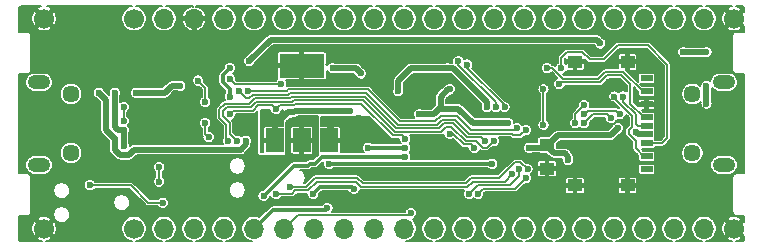
<source format=gbl>
G04 #@! TF.GenerationSoftware,KiCad,Pcbnew,(5.1.5)-3*
G04 #@! TF.CreationDate,2020-05-12T20:49:58+02:00*
G04 #@! TF.ProjectId,TinyK22,54696e79-4b32-4322-9e6b-696361645f70,1.0*
G04 #@! TF.SameCoordinates,Original*
G04 #@! TF.FileFunction,Copper,L2,Bot*
G04 #@! TF.FilePolarity,Positive*
%FSLAX46Y46*%
G04 Gerber Fmt 4.6, Leading zero omitted, Abs format (unit mm)*
G04 Created by KiCad (PCBNEW (5.1.5)-3) date 2020-05-12 20:49:58*
%MOMM*%
%LPD*%
G04 APERTURE LIST*
%ADD10C,1.700000*%
%ADD11O,1.700000X1.700000*%
%ADD12C,1.450000*%
%ADD13O,1.900000X1.200000*%
%ADD14R,1.000000X0.500000*%
%ADD15R,1.200000X1.050000*%
%ADD16R,1.500000X2.000000*%
%ADD17R,3.800000X2.000000*%
%ADD18R,1.250000X1.000000*%
%ADD19C,0.600000*%
%ADD20C,0.500000*%
%ADD21C,0.300000*%
%ADD22C,0.150000*%
G04 APERTURE END LIST*
D10*
X10045000Y-1360000D03*
D11*
X12585000Y-1360000D03*
X15125000Y-1360000D03*
X17665000Y-1360000D03*
X20205000Y-1360000D03*
X22745000Y-1360000D03*
X25285000Y-1360000D03*
X27825000Y-1360000D03*
X30365000Y-1360000D03*
X32905000Y-1360000D03*
X35445000Y-1360000D03*
X37985000Y-1360000D03*
X40525000Y-1360000D03*
X43065000Y-1360000D03*
X45605000Y-1360000D03*
X48145000Y-1360000D03*
X50685000Y-1360000D03*
X53225000Y-1360000D03*
X55765000Y-1360000D03*
X58305000Y-1360000D03*
D10*
X60845000Y-1360000D03*
X60845000Y-19140000D03*
D11*
X58305000Y-19140000D03*
X55765000Y-19140000D03*
X53225000Y-19140000D03*
X50685000Y-19140000D03*
X48145000Y-19140000D03*
X45605000Y-19140000D03*
X43065000Y-19140000D03*
X40525000Y-19140000D03*
X37985000Y-19140000D03*
X35445000Y-19140000D03*
X32905000Y-19140000D03*
X30365000Y-19140000D03*
X27825000Y-19140000D03*
X25285000Y-19140000D03*
X22745000Y-19140000D03*
X20205000Y-19140000D03*
X17665000Y-19140000D03*
X15125000Y-19140000D03*
X12585000Y-19140000D03*
D10*
X10045000Y-19140000D03*
X2425000Y-1350000D03*
X2425000Y-19140000D03*
D12*
X4700000Y-7750000D03*
X4700000Y-12750000D03*
D13*
X2000000Y-13750000D03*
X2000000Y-6750000D03*
D12*
X57300000Y-12750000D03*
X57300000Y-7750000D03*
D13*
X60000000Y-6750000D03*
X60000000Y-13750000D03*
D14*
X53430000Y-6400000D03*
X53430000Y-7500000D03*
X53430000Y-8600000D03*
X53430000Y-9700000D03*
X53430000Y-11150000D03*
X53430000Y-11900000D03*
X53430000Y-13000000D03*
X53430000Y-14100000D03*
X53430000Y-10450000D03*
D15*
X47370000Y-5025000D03*
X47370000Y-15475000D03*
X51820000Y-15475000D03*
X51820000Y-5025000D03*
D16*
X26550000Y-11650000D03*
X21950000Y-11650000D03*
X24250000Y-11650000D03*
D17*
X24250000Y-5350000D03*
D18*
X45000000Y-14050000D03*
X45000000Y-12050000D03*
D19*
X29250000Y-6000000D03*
X26850000Y-5550000D03*
X26550000Y-13650000D03*
X40350000Y-13650000D03*
X28650000Y-15750000D03*
X25200000Y-16200000D03*
X33000000Y-13050000D03*
X21000000Y-16350000D03*
X26400000Y-17400000D03*
X9150000Y-10050000D03*
X9150000Y-8850000D03*
X33000000Y-11550000D03*
X18150000Y-9450000D03*
X22050000Y-9000000D03*
X47400000Y-10200000D03*
X48150000Y-8700000D03*
X18900000Y-7500000D03*
X43200000Y-10800000D03*
X22050000Y-16200000D03*
X18150000Y-6450000D03*
X22500000Y-6900000D03*
X42000000Y-14550000D03*
X51150000Y-9450000D03*
X48150000Y-9450000D03*
X50400000Y-9750000D03*
X48150000Y-10200000D03*
X40650000Y-8850000D03*
X37500000Y-4950000D03*
X41400000Y-8850000D03*
X38250000Y-5250000D03*
X18000000Y-11700000D03*
X39750000Y-11700000D03*
X18750000Y-11700000D03*
X40500000Y-11700000D03*
X33450000Y-17850000D03*
X38400000Y-16200000D03*
X42600000Y-14100000D03*
X39150000Y-16200000D03*
X43200000Y-14850000D03*
X51450000Y-7950000D03*
X50700000Y-7950000D03*
X46050000Y-6900000D03*
X46200000Y-5550000D03*
X45000000Y-5550000D03*
X23250000Y-15600000D03*
X43350000Y-14100000D03*
X49800000Y-14700000D03*
X43650000Y-6750000D03*
X3450000Y-10200000D03*
X56550000Y-3000000D03*
X57750000Y-3000000D03*
X55650000Y-4200000D03*
X53100000Y-4200000D03*
X59945000Y-4200000D03*
X50250000Y-6750000D03*
X54600000Y-6900000D03*
X55800000Y-6900000D03*
X41250000Y-13650000D03*
X52500000Y-6000000D03*
X47700000Y-7800000D03*
X36750000Y-8250000D03*
X36750000Y-11850000D03*
X42150000Y-8850000D03*
X41550000Y-11850000D03*
X33450000Y-7800000D03*
X29400000Y-4350000D03*
X30450000Y-6150000D03*
X33000000Y-9300000D03*
X30000000Y-16500000D03*
X31500000Y-16500000D03*
X27170000Y-16800000D03*
X28500000Y-16800000D03*
X24300000Y-13050000D03*
X24450000Y-16950000D03*
X21300000Y-17100000D03*
X20100000Y-17100000D03*
X24300000Y-10200000D03*
X14400000Y-2700000D03*
X15750000Y-2700000D03*
X17250000Y-11700000D03*
X18750000Y-10800000D03*
X20250000Y-10950000D03*
X19200000Y-14850000D03*
X20250000Y-13350000D03*
X17250000Y-10800000D03*
X12750000Y-16050000D03*
X10195999Y-13500000D03*
X15450000Y-5400000D03*
X11850000Y-6000000D03*
X13650000Y-5850000D03*
X7050000Y-4350000D03*
X8400000Y-4350000D03*
X11250000Y-13950000D03*
X11737500Y-9787500D03*
X13462500Y-9787500D03*
X11737500Y-11512500D03*
X13462500Y-11512500D03*
X4350000Y-5100000D03*
X6000000Y-11400000D03*
X57750000Y-15450000D03*
X57150000Y-17100000D03*
X13800000Y-2250000D03*
X16350000Y-2250000D03*
X3450000Y-12150000D03*
X5850000Y-13950000D03*
X6750000Y-14850000D03*
X8100000Y-14850000D03*
X23250000Y-16950000D03*
X24000000Y-6750000D03*
X24600000Y-6750000D03*
X31500000Y-7800000D03*
X44550000Y-15000000D03*
X46050000Y-13650000D03*
X34950000Y-7050000D03*
X43800000Y-11550000D03*
X43950000Y-13350000D03*
X44100000Y-9600000D03*
X45300000Y-9600000D03*
X46200000Y-10200000D03*
X46200000Y-12000000D03*
X47700000Y-13350000D03*
X47700000Y-12150000D03*
X40800000Y-7200000D03*
X41700000Y-7200000D03*
X41700000Y-5700000D03*
X40800000Y-5700000D03*
X48750000Y-4050000D03*
X45000000Y-6450000D03*
X48450000Y-5550000D03*
X49350000Y-5550000D03*
X39600000Y-14250000D03*
X37200000Y-14700000D03*
X38850000Y-13050000D03*
X47700000Y-14400000D03*
X54600000Y-10800000D03*
X55800000Y-11250000D03*
X55800000Y-8550000D03*
X25200000Y-14250000D03*
X16500000Y-13200000D03*
X17550000Y-14100000D03*
X18300000Y-14850000D03*
X58500000Y-3000000D03*
X59400000Y-2250000D03*
X58500000Y-17700000D03*
X59550000Y-18150000D03*
X59250000Y-16200000D03*
X39900000Y-8850000D03*
X36600000Y-5550000D03*
X32400000Y-7500000D03*
X29100000Y-9750000D03*
X26700000Y-9900000D03*
X46800000Y-13350000D03*
X36750000Y-7350000D03*
X34200000Y-9450000D03*
X28350000Y-9150000D03*
X25950000Y-9150000D03*
X52500000Y-10950000D03*
X23250000Y-9300000D03*
X43500000Y-12300000D03*
X41700000Y-10200000D03*
X51000000Y-10650000D03*
X58500000Y-8550000D03*
X56550000Y-4200000D03*
X49500000Y-3450000D03*
X19800000Y-4950000D03*
X58500000Y-7050000D03*
X58500000Y-4200000D03*
X33000000Y-12300000D03*
X29850000Y-12300000D03*
X18150000Y-7950000D03*
X18150000Y-5550000D03*
X7050000Y-7650000D03*
X19500000Y-11700000D03*
X13950000Y-7050000D03*
X10200000Y-7650000D03*
X8400000Y-7650000D03*
X9150000Y-10800000D03*
X9150000Y-12150000D03*
X12150000Y-13950000D03*
X12150000Y-15150000D03*
X5250000Y-15450000D03*
X3450000Y-16950000D03*
X8700000Y-18900000D03*
X22650000Y-13350000D03*
X4650000Y-18900000D03*
X9900000Y-14850000D03*
X9450000Y-16050000D03*
X11400000Y-17550000D03*
X8400000Y-11550000D03*
X12450000Y-16950000D03*
X6300000Y-15450000D03*
X16050000Y-8400000D03*
X16350000Y-11400000D03*
X16050000Y-10200000D03*
X15450000Y-6600000D03*
X44700000Y-10350000D03*
X44700000Y-7350000D03*
X19650000Y-7500000D03*
X42450000Y-10650000D03*
X36750000Y-11100000D03*
X38850000Y-12300000D03*
D20*
X28800000Y-5550000D02*
X29250000Y-6000000D01*
X26850000Y-5550000D02*
X28800000Y-5550000D01*
D21*
X40350000Y-13650000D02*
X26550000Y-13650000D01*
X28500000Y-15600000D02*
X28650000Y-15750000D01*
X25200000Y-16200000D02*
X25800000Y-15600000D01*
X25800000Y-15600000D02*
X28500000Y-15600000D01*
X24900000Y-13650000D02*
X24750000Y-13800000D01*
X25350000Y-13650000D02*
X24900000Y-13650000D01*
X24750000Y-13800000D02*
X23550000Y-13800000D01*
X33000000Y-13050000D02*
X25950000Y-13050000D01*
X25950000Y-13050000D02*
X25350000Y-13650000D01*
X23550000Y-13800000D02*
X21000000Y-16350000D01*
X21795000Y-17550000D02*
X20205000Y-19140000D01*
X25050000Y-17550000D02*
X21795000Y-17550000D01*
X25050000Y-17550000D02*
X26250000Y-17550000D01*
X26250000Y-17550000D02*
X26400000Y-17400000D01*
D22*
X9150000Y-8850000D02*
X9150000Y-10050000D01*
X32700000Y-11250000D02*
X33000000Y-11550000D01*
X31950000Y-11250000D02*
X32700000Y-11250000D01*
X29250000Y-8550000D02*
X31950000Y-11250000D01*
X23700000Y-8550000D02*
X29250000Y-8550000D01*
X22050000Y-9000000D02*
X22350000Y-8700000D01*
X23550000Y-8700000D02*
X23700000Y-8550000D01*
X22350000Y-8700000D02*
X23550000Y-8700000D01*
X20100000Y-9150000D02*
X18450000Y-9150000D01*
X18450000Y-9150000D02*
X18150000Y-9450000D01*
X22050000Y-9000000D02*
X21750000Y-8700000D01*
X20550000Y-8700000D02*
X20100000Y-9150000D01*
X21750000Y-8700000D02*
X20550000Y-8700000D01*
X48150000Y-8700000D02*
X47400000Y-9450000D01*
X47400000Y-9450000D02*
X47400000Y-10200000D01*
X19500000Y-8100000D02*
X18900000Y-7500000D01*
X20100000Y-7800000D02*
X19800000Y-8100000D01*
X23100000Y-7800000D02*
X20100000Y-7800000D01*
X23250000Y-7650000D02*
X23100000Y-7800000D01*
X42000000Y-11100000D02*
X38400000Y-11100000D01*
X43200000Y-10800000D02*
X42750000Y-11250000D01*
X38400000Y-11100000D02*
X37200000Y-9900000D01*
X42750000Y-11250000D02*
X42150000Y-11250000D01*
X42150000Y-11250000D02*
X42000000Y-11100000D01*
X37200000Y-9900000D02*
X36150000Y-9900000D01*
X35700000Y-10350000D02*
X32402500Y-10350000D01*
X29702500Y-7650000D02*
X23250000Y-7650000D01*
X36150000Y-9900000D02*
X35700000Y-10350000D01*
X19800000Y-8100000D02*
X19500000Y-8100000D01*
X32402500Y-10350000D02*
X29702500Y-7650000D01*
X22010000Y-16200000D02*
X22050000Y-16200000D01*
X21995999Y-16214001D02*
X22010000Y-16200000D01*
X18600000Y-6900000D02*
X18150000Y-6450000D01*
X22500000Y-6900000D02*
X18600000Y-6900000D01*
X42000000Y-14550000D02*
X41400000Y-15150000D01*
X28800000Y-15150000D02*
X25500000Y-15150000D01*
X41400000Y-15150000D02*
X38700000Y-15150000D01*
X38700000Y-15150000D02*
X38250000Y-15600000D01*
X38250000Y-15600000D02*
X29250000Y-15600000D01*
X29250000Y-15600000D02*
X28800000Y-15150000D01*
X23700000Y-15900000D02*
X23400000Y-16200000D01*
X24750000Y-15900000D02*
X23700000Y-15900000D01*
X25500000Y-15150000D02*
X24750000Y-15900000D01*
X23400000Y-16200000D02*
X22050000Y-16200000D01*
X48150000Y-9450000D02*
X48450000Y-9150000D01*
X50850000Y-9150000D02*
X51150000Y-9450000D01*
X48450000Y-9150000D02*
X50850000Y-9150000D01*
X50100000Y-9450000D02*
X50400000Y-9750000D01*
X48150000Y-10200000D02*
X48900000Y-9450000D01*
X48900000Y-9450000D02*
X50100000Y-9450000D01*
X37500000Y-4950000D02*
X37500000Y-5250000D01*
X40650000Y-8400000D02*
X40650000Y-8850000D01*
X37500000Y-5250000D02*
X40650000Y-8400000D01*
X38250000Y-5250000D02*
X38250000Y-5550000D01*
X41400000Y-8700000D02*
X41400000Y-8850000D01*
X38250000Y-5550000D02*
X41400000Y-8700000D01*
X17250000Y-9750000D02*
X17850000Y-10350000D01*
X17850000Y-11550000D02*
X18000000Y-11700000D01*
X17735000Y-8550000D02*
X17250000Y-9035000D01*
X17850000Y-10350000D02*
X17850000Y-11550000D01*
X19800000Y-8550000D02*
X17735000Y-8550000D01*
X36300000Y-10200000D02*
X35850000Y-10650000D01*
X17250000Y-9035000D02*
X17250000Y-9750000D01*
X38252500Y-11400000D02*
X37052500Y-10200000D01*
X20250000Y-8100000D02*
X19800000Y-8550000D01*
X39750000Y-11700000D02*
X39450000Y-11400000D01*
X37052500Y-10200000D02*
X36300000Y-10200000D01*
X23400000Y-7950000D02*
X23250000Y-8100000D01*
X35850000Y-10650000D02*
X32252500Y-10650000D01*
X29552500Y-7950000D02*
X23400000Y-7950000D01*
X23250000Y-8100000D02*
X20250000Y-8100000D01*
X39450000Y-11400000D02*
X38252500Y-11400000D01*
X32252500Y-10650000D02*
X29552500Y-7950000D01*
X17550000Y-9600000D02*
X18150000Y-10200000D01*
X17885000Y-8850000D02*
X17550000Y-9185000D01*
X18150000Y-11100000D02*
X18750000Y-11700000D01*
X19950000Y-8850000D02*
X17885000Y-8850000D01*
X23400000Y-8400000D02*
X20400000Y-8400000D01*
X38100000Y-11700000D02*
X36900000Y-10500000D01*
X39000000Y-11700000D02*
X38100000Y-11700000D01*
X39600000Y-12300000D02*
X39000000Y-11700000D01*
X17550000Y-9185000D02*
X17550000Y-9600000D01*
X40500000Y-11700000D02*
X39900000Y-12300000D01*
X32100000Y-10950000D02*
X29400000Y-8250000D01*
X20400000Y-8400000D02*
X19950000Y-8850000D01*
X29400000Y-8250000D02*
X23550000Y-8250000D01*
X39900000Y-12300000D02*
X39600000Y-12300000D01*
X36000000Y-10950000D02*
X32100000Y-10950000D01*
X36900000Y-10500000D02*
X36450000Y-10500000D01*
X18150000Y-10200000D02*
X18150000Y-11100000D01*
X36450000Y-10500000D02*
X36000000Y-10950000D01*
X23550000Y-8250000D02*
X23400000Y-8400000D01*
X23885000Y-18000000D02*
X22745000Y-19140000D01*
X33450000Y-17850000D02*
X33300000Y-18000000D01*
X33300000Y-18000000D02*
X23885000Y-18000000D01*
X39150000Y-15450000D02*
X38400000Y-16200000D01*
X41850000Y-15450000D02*
X39150000Y-15450000D01*
X42600000Y-14100000D02*
X42600000Y-14700000D01*
X42600000Y-14700000D02*
X41850000Y-15450000D01*
X39600000Y-15750000D02*
X39150000Y-16200000D01*
X43200000Y-14850000D02*
X42300000Y-15750000D01*
X42300000Y-15750000D02*
X39600000Y-15750000D01*
X52695000Y-10450000D02*
X53345000Y-10450000D01*
X52500000Y-10255000D02*
X52695000Y-10450000D01*
X52500000Y-9450000D02*
X52500000Y-10255000D01*
X51450000Y-7950000D02*
X51450000Y-8400000D01*
X51450000Y-8400000D02*
X52500000Y-9450000D01*
X50700000Y-8100000D02*
X50700000Y-7950000D01*
X51900000Y-10800000D02*
X52200000Y-10500000D01*
X52200000Y-9600000D02*
X50700000Y-8100000D01*
X53250000Y-13050000D02*
X52500000Y-12300000D01*
X51900000Y-11100000D02*
X51900000Y-10800000D01*
X52200000Y-10500000D02*
X52200000Y-9600000D01*
X53400000Y-13050000D02*
X53250000Y-13050000D01*
X52500000Y-12300000D02*
X52500000Y-11700000D01*
X52500000Y-11700000D02*
X51900000Y-11100000D01*
X53200000Y-9700000D02*
X53345000Y-9700000D01*
X52050000Y-8550000D02*
X53200000Y-9700000D01*
X46200000Y-6750000D02*
X49500000Y-6750000D01*
X52050000Y-6897500D02*
X52050000Y-8550000D01*
X46050000Y-6900000D02*
X46200000Y-6750000D01*
X51302500Y-6150000D02*
X52050000Y-6897500D01*
X49500000Y-6750000D02*
X50100000Y-6150000D01*
X50100000Y-6150000D02*
X51302500Y-6150000D01*
X55200000Y-11435000D02*
X54735000Y-11900000D01*
X55200000Y-5245000D02*
X55200000Y-11435000D01*
X54735000Y-11900000D02*
X53400000Y-11900000D01*
X53555000Y-3600000D02*
X55200000Y-5245000D01*
X51000000Y-3600000D02*
X53555000Y-3600000D01*
X49800000Y-4800000D02*
X51000000Y-3600000D01*
X46650000Y-4200000D02*
X48000000Y-4200000D01*
X46200000Y-5550000D02*
X46200000Y-4650000D01*
X48000000Y-4200000D02*
X48600000Y-4800000D01*
X46200000Y-4650000D02*
X46650000Y-4200000D01*
X48600000Y-4800000D02*
X49800000Y-4800000D01*
X53400000Y-7500000D02*
X53345000Y-7500000D01*
X45450000Y-5550000D02*
X46350000Y-6450000D01*
X49950000Y-5850000D02*
X51450000Y-5850000D01*
X51450000Y-5850000D02*
X53100000Y-7500000D01*
X45000000Y-5550000D02*
X45450000Y-5550000D01*
X53100000Y-7500000D02*
X53400000Y-7500000D01*
X46350000Y-6450000D02*
X49350000Y-6450000D01*
X49350000Y-6450000D02*
X49950000Y-5850000D01*
X24600000Y-15600000D02*
X23250000Y-15600000D01*
X42750000Y-13500000D02*
X42300000Y-13500000D01*
X43350000Y-14100000D02*
X42750000Y-13500000D01*
X42300000Y-13500000D02*
X40950000Y-14850000D01*
X25350000Y-14850000D02*
X24600000Y-15600000D01*
X38550000Y-14850000D02*
X38100000Y-15300000D01*
X40950000Y-14850000D02*
X38550000Y-14850000D01*
X38100000Y-15300000D02*
X29400000Y-15300000D01*
X29400000Y-15300000D02*
X28950000Y-14850000D01*
X28950000Y-14850000D02*
X25350000Y-14850000D01*
D20*
X45095000Y-14065000D02*
X45095000Y-14065000D01*
X47263232Y-15453232D02*
X47285000Y-15475000D01*
D21*
X53345000Y-8600000D02*
X53595000Y-8600000D01*
D20*
X51595999Y-4885999D02*
X51735000Y-5025000D01*
X45095000Y-14065000D02*
X44970000Y-14065000D01*
X25350000Y-5250000D02*
X24350000Y-5250000D01*
X24350000Y-5250000D02*
X24250000Y-5350000D01*
X25800000Y-4800000D02*
X25350000Y-5250000D01*
X15125000Y-1975000D02*
X15125000Y-1360000D01*
X15125000Y-2075000D02*
X15125000Y-1360000D01*
D22*
X16650000Y-13050000D02*
X19950000Y-13050000D01*
X19950000Y-13050000D02*
X20250000Y-13350000D01*
X16500000Y-13200000D02*
X16650000Y-13050000D01*
D20*
X26945000Y-11390000D02*
X26845000Y-11490000D01*
X39900000Y-8400000D02*
X39900000Y-8850000D01*
X36600000Y-5550000D02*
X37050000Y-5550000D01*
X37050000Y-5550000D02*
X39900000Y-8400000D01*
X33485000Y-5550000D02*
X36600000Y-5550000D01*
X32400000Y-6635000D02*
X33485000Y-5550000D01*
X32400000Y-7500000D02*
X32400000Y-6635000D01*
X26700000Y-9900000D02*
X26700000Y-11335000D01*
X26700000Y-9900000D02*
X28950000Y-9900000D01*
X28950000Y-9900000D02*
X29100000Y-9750000D01*
X26700000Y-11335000D02*
X26545000Y-11490000D01*
X22445000Y-10990000D02*
X21945000Y-11490000D01*
X21945000Y-11390000D02*
X21945000Y-11490000D01*
X36000000Y-7950000D02*
X36000000Y-8850000D01*
X36750000Y-7350000D02*
X36600000Y-7350000D01*
X36600000Y-7350000D02*
X36000000Y-7950000D01*
X35400000Y-9450000D02*
X36000000Y-8850000D01*
X34200000Y-9450000D02*
X35400000Y-9450000D01*
X25950000Y-9150000D02*
X28350000Y-9150000D01*
X52700000Y-11150000D02*
X53345000Y-11150000D01*
X52500000Y-10950000D02*
X52700000Y-11150000D01*
X23100000Y-9300000D02*
X21995000Y-10405000D01*
X23250000Y-9300000D02*
X23550000Y-9300000D01*
X21995000Y-10405000D02*
X21995000Y-11640000D01*
X23250000Y-9300000D02*
X23100000Y-9300000D01*
X23550000Y-9300000D02*
X23700000Y-9150000D01*
X23700000Y-9150000D02*
X25950000Y-9150000D01*
X44850000Y-12300000D02*
X45000000Y-12150000D01*
X43500000Y-12300000D02*
X44850000Y-12300000D01*
X46500000Y-12750000D02*
X45600000Y-12750000D01*
X45600000Y-12750000D02*
X45000000Y-12150000D01*
X46800000Y-13350000D02*
X46800000Y-13050000D01*
X46800000Y-13050000D02*
X46500000Y-12750000D01*
X37500000Y-9000000D02*
X36150000Y-9000000D01*
X38700000Y-10200000D02*
X37500000Y-9000000D01*
X41700000Y-10200000D02*
X38700000Y-10200000D01*
X36150000Y-9000000D02*
X36000000Y-8850000D01*
X45900000Y-11250000D02*
X45000000Y-12150000D01*
X51000000Y-10650000D02*
X50400000Y-11250000D01*
X50400000Y-11250000D02*
X45900000Y-11250000D01*
X19800000Y-4950000D02*
X21600000Y-3150000D01*
X21600000Y-3150000D02*
X49200000Y-3150000D01*
X49200000Y-3150000D02*
X49500000Y-3450000D01*
X58500000Y-7050000D02*
X58500000Y-8550000D01*
X58500000Y-4200000D02*
X56550000Y-4200000D01*
D22*
X33000000Y-12300000D02*
X33002740Y-12300000D01*
D21*
X29850000Y-12300000D02*
X33000000Y-12300000D01*
X18150000Y-5550000D02*
X17550000Y-6150000D01*
X17550000Y-6150000D02*
X17550000Y-6750000D01*
X17550000Y-6750000D02*
X18150000Y-7350000D01*
X18150000Y-7350000D02*
X18150000Y-7950000D01*
D20*
X13235000Y-7050000D02*
X13950000Y-7050000D01*
X12635000Y-7650000D02*
X13235000Y-7050000D01*
X10200000Y-7650000D02*
X12635000Y-7650000D01*
X8400000Y-10500000D02*
X8400000Y-7650000D01*
X9150000Y-10800000D02*
X8700000Y-10800000D01*
X8700000Y-10800000D02*
X8400000Y-10500000D01*
X9150000Y-12150000D02*
X9150000Y-10800000D01*
D22*
X12150000Y-15150000D02*
X12150000Y-13950000D01*
D20*
X19050000Y-12450000D02*
X19500000Y-12000000D01*
X19500000Y-12000000D02*
X19500000Y-11700000D01*
X8400000Y-11550000D02*
X7650000Y-10800000D01*
X8400000Y-11550000D02*
X8400000Y-12450000D01*
X7650000Y-8250000D02*
X7050000Y-7650000D01*
X7650000Y-10800000D02*
X7650000Y-8250000D01*
X9600000Y-12900000D02*
X10050000Y-12450000D01*
X8400000Y-12450000D02*
X8850000Y-12900000D01*
X10050000Y-12450000D02*
X19050000Y-12450000D01*
X8850000Y-12900000D02*
X9600000Y-12900000D01*
D22*
X11252500Y-16950000D02*
X12450000Y-16950000D01*
X6300000Y-15450000D02*
X9752500Y-15450000D01*
X9752500Y-15450000D02*
X11252500Y-16950000D01*
X16050000Y-11100000D02*
X16350000Y-11400000D01*
X16050000Y-10200000D02*
X16050000Y-11100000D01*
X16050000Y-7200000D02*
X16050000Y-8400000D01*
X15450000Y-6600000D02*
X16050000Y-7200000D01*
X44700000Y-7350000D02*
X44700000Y-10350000D01*
X37350000Y-9600000D02*
X38550000Y-10800000D01*
X35550000Y-10050000D02*
X36000000Y-9600000D01*
X22950000Y-7500000D02*
X23100000Y-7350000D01*
X36000000Y-9600000D02*
X37350000Y-9600000D01*
X19650000Y-7500000D02*
X22950000Y-7500000D01*
X42300000Y-10800000D02*
X42450000Y-10650000D01*
X23100000Y-7350000D02*
X29855000Y-7350000D01*
X29855000Y-7350000D02*
X32555000Y-10050000D01*
X38550000Y-10800000D02*
X42300000Y-10800000D01*
X32555000Y-10050000D02*
X35550000Y-10050000D01*
X37950000Y-12000000D02*
X37050000Y-11100000D01*
X38850000Y-12300000D02*
X38550000Y-12000000D01*
X37050000Y-11100000D02*
X36750000Y-11100000D01*
X38550000Y-12000000D02*
X37950000Y-12000000D01*
G36*
X2133693Y-309819D02*
G01*
X1936362Y-386637D01*
X1895466Y-408497D01*
X1794761Y-542984D01*
X2425000Y-1173223D01*
X3055239Y-542984D01*
X2954534Y-408497D01*
X2760681Y-323281D01*
X2655492Y-300000D01*
X9863712Y-300000D01*
X9731434Y-326312D01*
X9535797Y-407348D01*
X9359728Y-524993D01*
X9209993Y-674728D01*
X9092348Y-850797D01*
X9011312Y-1046434D01*
X8970000Y-1254122D01*
X8970000Y-1465878D01*
X9011312Y-1673566D01*
X9092348Y-1869203D01*
X9209993Y-2045272D01*
X9359728Y-2195007D01*
X9535797Y-2312652D01*
X9731434Y-2393688D01*
X9939122Y-2435000D01*
X10150878Y-2435000D01*
X10358566Y-2393688D01*
X10554203Y-2312652D01*
X10730272Y-2195007D01*
X10880007Y-2045272D01*
X10997652Y-1869203D01*
X11078688Y-1673566D01*
X11120000Y-1465878D01*
X11120000Y-1254122D01*
X11078688Y-1046434D01*
X10997652Y-850797D01*
X10880007Y-674728D01*
X10730272Y-524993D01*
X10554203Y-407348D01*
X10358566Y-326312D01*
X10226288Y-300000D01*
X12403712Y-300000D01*
X12271434Y-326312D01*
X12075797Y-407348D01*
X11899728Y-524993D01*
X11749993Y-674728D01*
X11632348Y-850797D01*
X11551312Y-1046434D01*
X11510000Y-1254122D01*
X11510000Y-1465878D01*
X11551312Y-1673566D01*
X11632348Y-1869203D01*
X11749993Y-2045272D01*
X11899728Y-2195007D01*
X12075797Y-2312652D01*
X12271434Y-2393688D01*
X12479122Y-2435000D01*
X12690878Y-2435000D01*
X12898566Y-2393688D01*
X13094203Y-2312652D01*
X13270272Y-2195007D01*
X13420007Y-2045272D01*
X13537652Y-1869203D01*
X13618688Y-1673566D01*
X13623278Y-1650488D01*
X14089986Y-1650488D01*
X14166545Y-1846828D01*
X14279937Y-2024459D01*
X14425804Y-2176555D01*
X14598541Y-2297271D01*
X14791509Y-2381969D01*
X14834513Y-2395008D01*
X15000000Y-2371052D01*
X15000000Y-1485000D01*
X15250000Y-1485000D01*
X15250000Y-2371052D01*
X15415487Y-2395008D01*
X15458491Y-2381969D01*
X15651459Y-2297271D01*
X15824196Y-2176555D01*
X15970063Y-2024459D01*
X16083455Y-1846828D01*
X16160014Y-1650488D01*
X16136464Y-1485000D01*
X15250000Y-1485000D01*
X15000000Y-1485000D01*
X14113536Y-1485000D01*
X14089986Y-1650488D01*
X13623278Y-1650488D01*
X13660000Y-1465878D01*
X13660000Y-1254122D01*
X13618688Y-1046434D01*
X13537652Y-850797D01*
X13420007Y-674728D01*
X13270272Y-524993D01*
X13094203Y-407348D01*
X12898566Y-326312D01*
X12766288Y-300000D01*
X14999998Y-300000D01*
X14999998Y-348948D01*
X14834513Y-324992D01*
X14791509Y-338031D01*
X14598541Y-422729D01*
X14425804Y-543445D01*
X14279937Y-695541D01*
X14166545Y-873172D01*
X14089986Y-1069512D01*
X14113536Y-1235000D01*
X15000000Y-1235000D01*
X15000000Y-1215000D01*
X15250000Y-1215000D01*
X15250000Y-1235000D01*
X16136464Y-1235000D01*
X16160014Y-1069512D01*
X16083455Y-873172D01*
X15970063Y-695541D01*
X15824196Y-543445D01*
X15651459Y-422729D01*
X15458491Y-338031D01*
X15415487Y-324992D01*
X15250002Y-348948D01*
X15250002Y-300000D01*
X17483712Y-300000D01*
X17351434Y-326312D01*
X17155797Y-407348D01*
X16979728Y-524993D01*
X16829993Y-674728D01*
X16712348Y-850797D01*
X16631312Y-1046434D01*
X16590000Y-1254122D01*
X16590000Y-1465878D01*
X16631312Y-1673566D01*
X16712348Y-1869203D01*
X16829993Y-2045272D01*
X16979728Y-2195007D01*
X17155797Y-2312652D01*
X17351434Y-2393688D01*
X17559122Y-2435000D01*
X17770878Y-2435000D01*
X17978566Y-2393688D01*
X18174203Y-2312652D01*
X18350272Y-2195007D01*
X18500007Y-2045272D01*
X18617652Y-1869203D01*
X18698688Y-1673566D01*
X18740000Y-1465878D01*
X18740000Y-1254122D01*
X18698688Y-1046434D01*
X18617652Y-850797D01*
X18500007Y-674728D01*
X18350272Y-524993D01*
X18174203Y-407348D01*
X17978566Y-326312D01*
X17846288Y-300000D01*
X20023712Y-300000D01*
X19891434Y-326312D01*
X19695797Y-407348D01*
X19519728Y-524993D01*
X19369993Y-674728D01*
X19252348Y-850797D01*
X19171312Y-1046434D01*
X19130000Y-1254122D01*
X19130000Y-1465878D01*
X19171312Y-1673566D01*
X19252348Y-1869203D01*
X19369993Y-2045272D01*
X19519728Y-2195007D01*
X19695797Y-2312652D01*
X19891434Y-2393688D01*
X20099122Y-2435000D01*
X20310878Y-2435000D01*
X20518566Y-2393688D01*
X20714203Y-2312652D01*
X20890272Y-2195007D01*
X21040007Y-2045272D01*
X21157652Y-1869203D01*
X21238688Y-1673566D01*
X21280000Y-1465878D01*
X21280000Y-1254122D01*
X21238688Y-1046434D01*
X21157652Y-850797D01*
X21040007Y-674728D01*
X20890272Y-524993D01*
X20714203Y-407348D01*
X20518566Y-326312D01*
X20386288Y-300000D01*
X22563712Y-300000D01*
X22431434Y-326312D01*
X22235797Y-407348D01*
X22059728Y-524993D01*
X21909993Y-674728D01*
X21792348Y-850797D01*
X21711312Y-1046434D01*
X21670000Y-1254122D01*
X21670000Y-1465878D01*
X21711312Y-1673566D01*
X21792348Y-1869203D01*
X21909993Y-2045272D01*
X22059728Y-2195007D01*
X22235797Y-2312652D01*
X22431434Y-2393688D01*
X22639122Y-2435000D01*
X22850878Y-2435000D01*
X23058566Y-2393688D01*
X23254203Y-2312652D01*
X23430272Y-2195007D01*
X23580007Y-2045272D01*
X23697652Y-1869203D01*
X23778688Y-1673566D01*
X23820000Y-1465878D01*
X23820000Y-1254122D01*
X23778688Y-1046434D01*
X23697652Y-850797D01*
X23580007Y-674728D01*
X23430272Y-524993D01*
X23254203Y-407348D01*
X23058566Y-326312D01*
X22926288Y-300000D01*
X25103712Y-300000D01*
X24971434Y-326312D01*
X24775797Y-407348D01*
X24599728Y-524993D01*
X24449993Y-674728D01*
X24332348Y-850797D01*
X24251312Y-1046434D01*
X24210000Y-1254122D01*
X24210000Y-1465878D01*
X24251312Y-1673566D01*
X24332348Y-1869203D01*
X24449993Y-2045272D01*
X24599728Y-2195007D01*
X24775797Y-2312652D01*
X24971434Y-2393688D01*
X25179122Y-2435000D01*
X25390878Y-2435000D01*
X25598566Y-2393688D01*
X25794203Y-2312652D01*
X25970272Y-2195007D01*
X26120007Y-2045272D01*
X26237652Y-1869203D01*
X26318688Y-1673566D01*
X26360000Y-1465878D01*
X26360000Y-1254122D01*
X26318688Y-1046434D01*
X26237652Y-850797D01*
X26120007Y-674728D01*
X25970272Y-524993D01*
X25794203Y-407348D01*
X25598566Y-326312D01*
X25466288Y-300000D01*
X27643712Y-300000D01*
X27511434Y-326312D01*
X27315797Y-407348D01*
X27139728Y-524993D01*
X26989993Y-674728D01*
X26872348Y-850797D01*
X26791312Y-1046434D01*
X26750000Y-1254122D01*
X26750000Y-1465878D01*
X26791312Y-1673566D01*
X26872348Y-1869203D01*
X26989993Y-2045272D01*
X27139728Y-2195007D01*
X27315797Y-2312652D01*
X27511434Y-2393688D01*
X27719122Y-2435000D01*
X27930878Y-2435000D01*
X28138566Y-2393688D01*
X28334203Y-2312652D01*
X28510272Y-2195007D01*
X28660007Y-2045272D01*
X28777652Y-1869203D01*
X28858688Y-1673566D01*
X28900000Y-1465878D01*
X28900000Y-1254122D01*
X28858688Y-1046434D01*
X28777652Y-850797D01*
X28660007Y-674728D01*
X28510272Y-524993D01*
X28334203Y-407348D01*
X28138566Y-326312D01*
X28006288Y-300000D01*
X30183712Y-300000D01*
X30051434Y-326312D01*
X29855797Y-407348D01*
X29679728Y-524993D01*
X29529993Y-674728D01*
X29412348Y-850797D01*
X29331312Y-1046434D01*
X29290000Y-1254122D01*
X29290000Y-1465878D01*
X29331312Y-1673566D01*
X29412348Y-1869203D01*
X29529993Y-2045272D01*
X29679728Y-2195007D01*
X29855797Y-2312652D01*
X30051434Y-2393688D01*
X30259122Y-2435000D01*
X30470878Y-2435000D01*
X30678566Y-2393688D01*
X30874203Y-2312652D01*
X31050272Y-2195007D01*
X31200007Y-2045272D01*
X31317652Y-1869203D01*
X31398688Y-1673566D01*
X31440000Y-1465878D01*
X31440000Y-1254122D01*
X31398688Y-1046434D01*
X31317652Y-850797D01*
X31200007Y-674728D01*
X31050272Y-524993D01*
X30874203Y-407348D01*
X30678566Y-326312D01*
X30546288Y-300000D01*
X32723712Y-300000D01*
X32591434Y-326312D01*
X32395797Y-407348D01*
X32219728Y-524993D01*
X32069993Y-674728D01*
X31952348Y-850797D01*
X31871312Y-1046434D01*
X31830000Y-1254122D01*
X31830000Y-1465878D01*
X31871312Y-1673566D01*
X31952348Y-1869203D01*
X32069993Y-2045272D01*
X32219728Y-2195007D01*
X32395797Y-2312652D01*
X32591434Y-2393688D01*
X32799122Y-2435000D01*
X33010878Y-2435000D01*
X33218566Y-2393688D01*
X33414203Y-2312652D01*
X33590272Y-2195007D01*
X33740007Y-2045272D01*
X33857652Y-1869203D01*
X33938688Y-1673566D01*
X33980000Y-1465878D01*
X33980000Y-1254122D01*
X33938688Y-1046434D01*
X33857652Y-850797D01*
X33740007Y-674728D01*
X33590272Y-524993D01*
X33414203Y-407348D01*
X33218566Y-326312D01*
X33086288Y-300000D01*
X35263712Y-300000D01*
X35131434Y-326312D01*
X34935797Y-407348D01*
X34759728Y-524993D01*
X34609993Y-674728D01*
X34492348Y-850797D01*
X34411312Y-1046434D01*
X34370000Y-1254122D01*
X34370000Y-1465878D01*
X34411312Y-1673566D01*
X34492348Y-1869203D01*
X34609993Y-2045272D01*
X34759728Y-2195007D01*
X34935797Y-2312652D01*
X35131434Y-2393688D01*
X35339122Y-2435000D01*
X35550878Y-2435000D01*
X35758566Y-2393688D01*
X35954203Y-2312652D01*
X36130272Y-2195007D01*
X36280007Y-2045272D01*
X36397652Y-1869203D01*
X36478688Y-1673566D01*
X36520000Y-1465878D01*
X36520000Y-1254122D01*
X36478688Y-1046434D01*
X36397652Y-850797D01*
X36280007Y-674728D01*
X36130272Y-524993D01*
X35954203Y-407348D01*
X35758566Y-326312D01*
X35626288Y-300000D01*
X37803712Y-300000D01*
X37671434Y-326312D01*
X37475797Y-407348D01*
X37299728Y-524993D01*
X37149993Y-674728D01*
X37032348Y-850797D01*
X36951312Y-1046434D01*
X36910000Y-1254122D01*
X36910000Y-1465878D01*
X36951312Y-1673566D01*
X37032348Y-1869203D01*
X37149993Y-2045272D01*
X37299728Y-2195007D01*
X37475797Y-2312652D01*
X37671434Y-2393688D01*
X37879122Y-2435000D01*
X38090878Y-2435000D01*
X38298566Y-2393688D01*
X38494203Y-2312652D01*
X38670272Y-2195007D01*
X38820007Y-2045272D01*
X38937652Y-1869203D01*
X39018688Y-1673566D01*
X39060000Y-1465878D01*
X39060000Y-1254122D01*
X39018688Y-1046434D01*
X38937652Y-850797D01*
X38820007Y-674728D01*
X38670272Y-524993D01*
X38494203Y-407348D01*
X38298566Y-326312D01*
X38166288Y-300000D01*
X40343712Y-300000D01*
X40211434Y-326312D01*
X40015797Y-407348D01*
X39839728Y-524993D01*
X39689993Y-674728D01*
X39572348Y-850797D01*
X39491312Y-1046434D01*
X39450000Y-1254122D01*
X39450000Y-1465878D01*
X39491312Y-1673566D01*
X39572348Y-1869203D01*
X39689993Y-2045272D01*
X39839728Y-2195007D01*
X40015797Y-2312652D01*
X40211434Y-2393688D01*
X40419122Y-2435000D01*
X40630878Y-2435000D01*
X40838566Y-2393688D01*
X41034203Y-2312652D01*
X41210272Y-2195007D01*
X41360007Y-2045272D01*
X41477652Y-1869203D01*
X41558688Y-1673566D01*
X41600000Y-1465878D01*
X41600000Y-1254122D01*
X41558688Y-1046434D01*
X41477652Y-850797D01*
X41360007Y-674728D01*
X41210272Y-524993D01*
X41034203Y-407348D01*
X40838566Y-326312D01*
X40706288Y-300000D01*
X42883712Y-300000D01*
X42751434Y-326312D01*
X42555797Y-407348D01*
X42379728Y-524993D01*
X42229993Y-674728D01*
X42112348Y-850797D01*
X42031312Y-1046434D01*
X41990000Y-1254122D01*
X41990000Y-1465878D01*
X42031312Y-1673566D01*
X42112348Y-1869203D01*
X42229993Y-2045272D01*
X42379728Y-2195007D01*
X42555797Y-2312652D01*
X42751434Y-2393688D01*
X42959122Y-2435000D01*
X43170878Y-2435000D01*
X43378566Y-2393688D01*
X43574203Y-2312652D01*
X43750272Y-2195007D01*
X43900007Y-2045272D01*
X44017652Y-1869203D01*
X44098688Y-1673566D01*
X44140000Y-1465878D01*
X44140000Y-1254122D01*
X44098688Y-1046434D01*
X44017652Y-850797D01*
X43900007Y-674728D01*
X43750272Y-524993D01*
X43574203Y-407348D01*
X43378566Y-326312D01*
X43246288Y-300000D01*
X45423712Y-300000D01*
X45291434Y-326312D01*
X45095797Y-407348D01*
X44919728Y-524993D01*
X44769993Y-674728D01*
X44652348Y-850797D01*
X44571312Y-1046434D01*
X44530000Y-1254122D01*
X44530000Y-1465878D01*
X44571312Y-1673566D01*
X44652348Y-1869203D01*
X44769993Y-2045272D01*
X44919728Y-2195007D01*
X45095797Y-2312652D01*
X45291434Y-2393688D01*
X45499122Y-2435000D01*
X45710878Y-2435000D01*
X45918566Y-2393688D01*
X46114203Y-2312652D01*
X46290272Y-2195007D01*
X46440007Y-2045272D01*
X46557652Y-1869203D01*
X46638688Y-1673566D01*
X46680000Y-1465878D01*
X46680000Y-1254122D01*
X46638688Y-1046434D01*
X46557652Y-850797D01*
X46440007Y-674728D01*
X46290272Y-524993D01*
X46114203Y-407348D01*
X45918566Y-326312D01*
X45786288Y-300000D01*
X47963712Y-300000D01*
X47831434Y-326312D01*
X47635797Y-407348D01*
X47459728Y-524993D01*
X47309993Y-674728D01*
X47192348Y-850797D01*
X47111312Y-1046434D01*
X47070000Y-1254122D01*
X47070000Y-1465878D01*
X47111312Y-1673566D01*
X47192348Y-1869203D01*
X47309993Y-2045272D01*
X47459728Y-2195007D01*
X47635797Y-2312652D01*
X47831434Y-2393688D01*
X48039122Y-2435000D01*
X48250878Y-2435000D01*
X48458566Y-2393688D01*
X48654203Y-2312652D01*
X48830272Y-2195007D01*
X48980007Y-2045272D01*
X49097652Y-1869203D01*
X49178688Y-1673566D01*
X49220000Y-1465878D01*
X49220000Y-1254122D01*
X49178688Y-1046434D01*
X49097652Y-850797D01*
X48980007Y-674728D01*
X48830272Y-524993D01*
X48654203Y-407348D01*
X48458566Y-326312D01*
X48326288Y-300000D01*
X50503712Y-300000D01*
X50371434Y-326312D01*
X50175797Y-407348D01*
X49999728Y-524993D01*
X49849993Y-674728D01*
X49732348Y-850797D01*
X49651312Y-1046434D01*
X49610000Y-1254122D01*
X49610000Y-1465878D01*
X49651312Y-1673566D01*
X49732348Y-1869203D01*
X49849993Y-2045272D01*
X49999728Y-2195007D01*
X50175797Y-2312652D01*
X50371434Y-2393688D01*
X50579122Y-2435000D01*
X50790878Y-2435000D01*
X50998566Y-2393688D01*
X51194203Y-2312652D01*
X51370272Y-2195007D01*
X51520007Y-2045272D01*
X51637652Y-1869203D01*
X51718688Y-1673566D01*
X51760000Y-1465878D01*
X51760000Y-1254122D01*
X51718688Y-1046434D01*
X51637652Y-850797D01*
X51520007Y-674728D01*
X51370272Y-524993D01*
X51194203Y-407348D01*
X50998566Y-326312D01*
X50866288Y-300000D01*
X53043712Y-300000D01*
X52911434Y-326312D01*
X52715797Y-407348D01*
X52539728Y-524993D01*
X52389993Y-674728D01*
X52272348Y-850797D01*
X52191312Y-1046434D01*
X52150000Y-1254122D01*
X52150000Y-1465878D01*
X52191312Y-1673566D01*
X52272348Y-1869203D01*
X52389993Y-2045272D01*
X52539728Y-2195007D01*
X52715797Y-2312652D01*
X52911434Y-2393688D01*
X53119122Y-2435000D01*
X53330878Y-2435000D01*
X53538566Y-2393688D01*
X53734203Y-2312652D01*
X53910272Y-2195007D01*
X54060007Y-2045272D01*
X54177652Y-1869203D01*
X54258688Y-1673566D01*
X54300000Y-1465878D01*
X54300000Y-1254122D01*
X54258688Y-1046434D01*
X54177652Y-850797D01*
X54060007Y-674728D01*
X53910272Y-524993D01*
X53734203Y-407348D01*
X53538566Y-326312D01*
X53406288Y-300000D01*
X55583712Y-300000D01*
X55451434Y-326312D01*
X55255797Y-407348D01*
X55079728Y-524993D01*
X54929993Y-674728D01*
X54812348Y-850797D01*
X54731312Y-1046434D01*
X54690000Y-1254122D01*
X54690000Y-1465878D01*
X54731312Y-1673566D01*
X54812348Y-1869203D01*
X54929993Y-2045272D01*
X55079728Y-2195007D01*
X55255797Y-2312652D01*
X55451434Y-2393688D01*
X55659122Y-2435000D01*
X55870878Y-2435000D01*
X56078566Y-2393688D01*
X56274203Y-2312652D01*
X56450272Y-2195007D01*
X56600007Y-2045272D01*
X56717652Y-1869203D01*
X56798688Y-1673566D01*
X56840000Y-1465878D01*
X56840000Y-1254122D01*
X56798688Y-1046434D01*
X56717652Y-850797D01*
X56600007Y-674728D01*
X56450272Y-524993D01*
X56274203Y-407348D01*
X56078566Y-326312D01*
X55946288Y-300000D01*
X58123712Y-300000D01*
X57991434Y-326312D01*
X57795797Y-407348D01*
X57619728Y-524993D01*
X57469993Y-674728D01*
X57352348Y-850797D01*
X57271312Y-1046434D01*
X57230000Y-1254122D01*
X57230000Y-1465878D01*
X57271312Y-1673566D01*
X57352348Y-1869203D01*
X57469993Y-2045272D01*
X57619728Y-2195007D01*
X57795797Y-2312652D01*
X57991434Y-2393688D01*
X58199122Y-2435000D01*
X58410878Y-2435000D01*
X58618566Y-2393688D01*
X58814203Y-2312652D01*
X58990272Y-2195007D01*
X59018263Y-2167016D01*
X60214761Y-2167016D01*
X60315466Y-2301503D01*
X60509319Y-2386719D01*
X60716073Y-2432479D01*
X60927780Y-2437025D01*
X61136307Y-2400181D01*
X61333638Y-2323363D01*
X61374534Y-2301503D01*
X61475239Y-2167016D01*
X60845000Y-1536777D01*
X60214761Y-2167016D01*
X59018263Y-2167016D01*
X59140007Y-2045272D01*
X59257652Y-1869203D01*
X59338688Y-1673566D01*
X59380000Y-1465878D01*
X59380000Y-1442780D01*
X59767975Y-1442780D01*
X59804819Y-1651307D01*
X59881637Y-1848638D01*
X59903497Y-1889534D01*
X60037984Y-1990239D01*
X60668223Y-1360000D01*
X60037984Y-729761D01*
X59903497Y-830466D01*
X59818281Y-1024319D01*
X59772521Y-1231073D01*
X59767975Y-1442780D01*
X59380000Y-1442780D01*
X59380000Y-1254122D01*
X59338688Y-1046434D01*
X59257652Y-850797D01*
X59140007Y-674728D01*
X58990272Y-524993D01*
X58814203Y-407348D01*
X58618566Y-326312D01*
X58486288Y-300000D01*
X60665863Y-300000D01*
X60553693Y-319819D01*
X60356362Y-396637D01*
X60315466Y-418497D01*
X60214761Y-552984D01*
X60845000Y-1183223D01*
X61475239Y-552984D01*
X61374534Y-418497D01*
X61180681Y-333281D01*
X61030310Y-300000D01*
X61485331Y-300000D01*
X61538567Y-305220D01*
X61575664Y-316420D01*
X61609880Y-334613D01*
X61639912Y-359106D01*
X61664616Y-388969D01*
X61683046Y-423053D01*
X61694506Y-460073D01*
X61700001Y-512359D01*
X61700001Y-765692D01*
X61652016Y-729761D01*
X61021777Y-1360000D01*
X61652016Y-1990239D01*
X61700000Y-1954308D01*
X61700000Y-2450000D01*
X61014733Y-2450000D01*
X61000000Y-2448549D01*
X60985267Y-2450000D01*
X60941190Y-2454341D01*
X60884640Y-2471496D01*
X60832523Y-2499353D01*
X60786842Y-2536842D01*
X60749353Y-2582523D01*
X60721496Y-2634640D01*
X60704341Y-2691190D01*
X60698549Y-2750000D01*
X60700000Y-2764732D01*
X60700001Y-5735257D01*
X60698549Y-5750000D01*
X60704341Y-5808810D01*
X60721496Y-5865360D01*
X60749353Y-5917477D01*
X60786842Y-5963158D01*
X60832523Y-6000647D01*
X60884640Y-6028504D01*
X60941190Y-6045659D01*
X60985267Y-6050000D01*
X61000000Y-6051451D01*
X61014733Y-6050000D01*
X61700000Y-6050000D01*
X61700001Y-14450000D01*
X61014733Y-14450000D01*
X61000000Y-14448549D01*
X60985267Y-14450000D01*
X60941190Y-14454341D01*
X60884640Y-14471496D01*
X60832523Y-14499353D01*
X60786842Y-14536842D01*
X60749353Y-14582523D01*
X60721496Y-14634640D01*
X60704341Y-14691190D01*
X60698549Y-14750000D01*
X60700001Y-14764743D01*
X60700000Y-17735267D01*
X60698549Y-17750000D01*
X60704341Y-17808810D01*
X60721496Y-17865360D01*
X60749353Y-17917477D01*
X60786842Y-17963158D01*
X60832523Y-18000647D01*
X60884640Y-18028504D01*
X60941190Y-18045659D01*
X61000000Y-18051451D01*
X61014733Y-18050000D01*
X61700001Y-18050000D01*
X61700001Y-18545692D01*
X61652016Y-18509761D01*
X61021777Y-19140000D01*
X61652016Y-19770239D01*
X61700000Y-19734308D01*
X61700000Y-19985331D01*
X61694780Y-20038568D01*
X61683580Y-20075664D01*
X61665387Y-20109880D01*
X61640892Y-20139914D01*
X61611033Y-20164615D01*
X61576945Y-20183047D01*
X61539927Y-20194506D01*
X61487651Y-20200000D01*
X61024137Y-20200000D01*
X61136307Y-20180181D01*
X61333638Y-20103363D01*
X61374534Y-20081503D01*
X61475239Y-19947016D01*
X60845000Y-19316777D01*
X60214761Y-19947016D01*
X60315466Y-20081503D01*
X60509319Y-20166719D01*
X60659690Y-20200000D01*
X58486288Y-20200000D01*
X58618566Y-20173688D01*
X58814203Y-20092652D01*
X58990272Y-19975007D01*
X59140007Y-19825272D01*
X59257652Y-19649203D01*
X59338688Y-19453566D01*
X59380000Y-19245878D01*
X59380000Y-19222780D01*
X59767975Y-19222780D01*
X59804819Y-19431307D01*
X59881637Y-19628638D01*
X59903497Y-19669534D01*
X60037984Y-19770239D01*
X60668223Y-19140000D01*
X60037984Y-18509761D01*
X59903497Y-18610466D01*
X59818281Y-18804319D01*
X59772521Y-19011073D01*
X59767975Y-19222780D01*
X59380000Y-19222780D01*
X59380000Y-19034122D01*
X59338688Y-18826434D01*
X59257652Y-18630797D01*
X59140007Y-18454728D01*
X59018263Y-18332984D01*
X60214761Y-18332984D01*
X60845000Y-18963223D01*
X61475239Y-18332984D01*
X61374534Y-18198497D01*
X61180681Y-18113281D01*
X60973927Y-18067521D01*
X60762220Y-18062975D01*
X60553693Y-18099819D01*
X60356362Y-18176637D01*
X60315466Y-18198497D01*
X60214761Y-18332984D01*
X59018263Y-18332984D01*
X58990272Y-18304993D01*
X58814203Y-18187348D01*
X58618566Y-18106312D01*
X58410878Y-18065000D01*
X58199122Y-18065000D01*
X57991434Y-18106312D01*
X57795797Y-18187348D01*
X57619728Y-18304993D01*
X57469993Y-18454728D01*
X57352348Y-18630797D01*
X57271312Y-18826434D01*
X57230000Y-19034122D01*
X57230000Y-19245878D01*
X57271312Y-19453566D01*
X57352348Y-19649203D01*
X57469993Y-19825272D01*
X57619728Y-19975007D01*
X57795797Y-20092652D01*
X57991434Y-20173688D01*
X58123712Y-20200000D01*
X55946288Y-20200000D01*
X56078566Y-20173688D01*
X56274203Y-20092652D01*
X56450272Y-19975007D01*
X56600007Y-19825272D01*
X56717652Y-19649203D01*
X56798688Y-19453566D01*
X56840000Y-19245878D01*
X56840000Y-19034122D01*
X56798688Y-18826434D01*
X56717652Y-18630797D01*
X56600007Y-18454728D01*
X56450272Y-18304993D01*
X56274203Y-18187348D01*
X56078566Y-18106312D01*
X55870878Y-18065000D01*
X55659122Y-18065000D01*
X55451434Y-18106312D01*
X55255797Y-18187348D01*
X55079728Y-18304993D01*
X54929993Y-18454728D01*
X54812348Y-18630797D01*
X54731312Y-18826434D01*
X54690000Y-19034122D01*
X54690000Y-19245878D01*
X54731312Y-19453566D01*
X54812348Y-19649203D01*
X54929993Y-19825272D01*
X55079728Y-19975007D01*
X55255797Y-20092652D01*
X55451434Y-20173688D01*
X55583712Y-20200000D01*
X53406288Y-20200000D01*
X53538566Y-20173688D01*
X53734203Y-20092652D01*
X53910272Y-19975007D01*
X54060007Y-19825272D01*
X54177652Y-19649203D01*
X54258688Y-19453566D01*
X54300000Y-19245878D01*
X54300000Y-19034122D01*
X54258688Y-18826434D01*
X54177652Y-18630797D01*
X54060007Y-18454728D01*
X53910272Y-18304993D01*
X53734203Y-18187348D01*
X53538566Y-18106312D01*
X53330878Y-18065000D01*
X53119122Y-18065000D01*
X52911434Y-18106312D01*
X52715797Y-18187348D01*
X52539728Y-18304993D01*
X52389993Y-18454728D01*
X52272348Y-18630797D01*
X52191312Y-18826434D01*
X52150000Y-19034122D01*
X52150000Y-19245878D01*
X52191312Y-19453566D01*
X52272348Y-19649203D01*
X52389993Y-19825272D01*
X52539728Y-19975007D01*
X52715797Y-20092652D01*
X52911434Y-20173688D01*
X53043712Y-20200000D01*
X50866288Y-20200000D01*
X50998566Y-20173688D01*
X51194203Y-20092652D01*
X51370272Y-19975007D01*
X51520007Y-19825272D01*
X51637652Y-19649203D01*
X51718688Y-19453566D01*
X51760000Y-19245878D01*
X51760000Y-19034122D01*
X51718688Y-18826434D01*
X51637652Y-18630797D01*
X51520007Y-18454728D01*
X51370272Y-18304993D01*
X51194203Y-18187348D01*
X50998566Y-18106312D01*
X50790878Y-18065000D01*
X50579122Y-18065000D01*
X50371434Y-18106312D01*
X50175797Y-18187348D01*
X49999728Y-18304993D01*
X49849993Y-18454728D01*
X49732348Y-18630797D01*
X49651312Y-18826434D01*
X49610000Y-19034122D01*
X49610000Y-19245878D01*
X49651312Y-19453566D01*
X49732348Y-19649203D01*
X49849993Y-19825272D01*
X49999728Y-19975007D01*
X50175797Y-20092652D01*
X50371434Y-20173688D01*
X50503712Y-20200000D01*
X48326288Y-20200000D01*
X48458566Y-20173688D01*
X48654203Y-20092652D01*
X48830272Y-19975007D01*
X48980007Y-19825272D01*
X49097652Y-19649203D01*
X49178688Y-19453566D01*
X49220000Y-19245878D01*
X49220000Y-19034122D01*
X49178688Y-18826434D01*
X49097652Y-18630797D01*
X48980007Y-18454728D01*
X48830272Y-18304993D01*
X48654203Y-18187348D01*
X48458566Y-18106312D01*
X48250878Y-18065000D01*
X48039122Y-18065000D01*
X47831434Y-18106312D01*
X47635797Y-18187348D01*
X47459728Y-18304993D01*
X47309993Y-18454728D01*
X47192348Y-18630797D01*
X47111312Y-18826434D01*
X47070000Y-19034122D01*
X47070000Y-19245878D01*
X47111312Y-19453566D01*
X47192348Y-19649203D01*
X47309993Y-19825272D01*
X47459728Y-19975007D01*
X47635797Y-20092652D01*
X47831434Y-20173688D01*
X47963712Y-20200000D01*
X45786288Y-20200000D01*
X45918566Y-20173688D01*
X46114203Y-20092652D01*
X46290272Y-19975007D01*
X46440007Y-19825272D01*
X46557652Y-19649203D01*
X46638688Y-19453566D01*
X46680000Y-19245878D01*
X46680000Y-19034122D01*
X46638688Y-18826434D01*
X46557652Y-18630797D01*
X46440007Y-18454728D01*
X46290272Y-18304993D01*
X46114203Y-18187348D01*
X45918566Y-18106312D01*
X45710878Y-18065000D01*
X45499122Y-18065000D01*
X45291434Y-18106312D01*
X45095797Y-18187348D01*
X44919728Y-18304993D01*
X44769993Y-18454728D01*
X44652348Y-18630797D01*
X44571312Y-18826434D01*
X44530000Y-19034122D01*
X44530000Y-19245878D01*
X44571312Y-19453566D01*
X44652348Y-19649203D01*
X44769993Y-19825272D01*
X44919728Y-19975007D01*
X45095797Y-20092652D01*
X45291434Y-20173688D01*
X45423712Y-20200000D01*
X43246288Y-20200000D01*
X43378566Y-20173688D01*
X43574203Y-20092652D01*
X43750272Y-19975007D01*
X43900007Y-19825272D01*
X44017652Y-19649203D01*
X44098688Y-19453566D01*
X44140000Y-19245878D01*
X44140000Y-19034122D01*
X44098688Y-18826434D01*
X44017652Y-18630797D01*
X43900007Y-18454728D01*
X43750272Y-18304993D01*
X43574203Y-18187348D01*
X43378566Y-18106312D01*
X43170878Y-18065000D01*
X42959122Y-18065000D01*
X42751434Y-18106312D01*
X42555797Y-18187348D01*
X42379728Y-18304993D01*
X42229993Y-18454728D01*
X42112348Y-18630797D01*
X42031312Y-18826434D01*
X41990000Y-19034122D01*
X41990000Y-19245878D01*
X42031312Y-19453566D01*
X42112348Y-19649203D01*
X42229993Y-19825272D01*
X42379728Y-19975007D01*
X42555797Y-20092652D01*
X42751434Y-20173688D01*
X42883712Y-20200000D01*
X40706288Y-20200000D01*
X40838566Y-20173688D01*
X41034203Y-20092652D01*
X41210272Y-19975007D01*
X41360007Y-19825272D01*
X41477652Y-19649203D01*
X41558688Y-19453566D01*
X41600000Y-19245878D01*
X41600000Y-19034122D01*
X41558688Y-18826434D01*
X41477652Y-18630797D01*
X41360007Y-18454728D01*
X41210272Y-18304993D01*
X41034203Y-18187348D01*
X40838566Y-18106312D01*
X40630878Y-18065000D01*
X40419122Y-18065000D01*
X40211434Y-18106312D01*
X40015797Y-18187348D01*
X39839728Y-18304993D01*
X39689993Y-18454728D01*
X39572348Y-18630797D01*
X39491312Y-18826434D01*
X39450000Y-19034122D01*
X39450000Y-19245878D01*
X39491312Y-19453566D01*
X39572348Y-19649203D01*
X39689993Y-19825272D01*
X39839728Y-19975007D01*
X40015797Y-20092652D01*
X40211434Y-20173688D01*
X40343712Y-20200000D01*
X38166288Y-20200000D01*
X38298566Y-20173688D01*
X38494203Y-20092652D01*
X38670272Y-19975007D01*
X38820007Y-19825272D01*
X38937652Y-19649203D01*
X39018688Y-19453566D01*
X39060000Y-19245878D01*
X39060000Y-19034122D01*
X39018688Y-18826434D01*
X38937652Y-18630797D01*
X38820007Y-18454728D01*
X38670272Y-18304993D01*
X38494203Y-18187348D01*
X38298566Y-18106312D01*
X38090878Y-18065000D01*
X37879122Y-18065000D01*
X37671434Y-18106312D01*
X37475797Y-18187348D01*
X37299728Y-18304993D01*
X37149993Y-18454728D01*
X37032348Y-18630797D01*
X36951312Y-18826434D01*
X36910000Y-19034122D01*
X36910000Y-19245878D01*
X36951312Y-19453566D01*
X37032348Y-19649203D01*
X37149993Y-19825272D01*
X37299728Y-19975007D01*
X37475797Y-20092652D01*
X37671434Y-20173688D01*
X37803712Y-20200000D01*
X35626288Y-20200000D01*
X35758566Y-20173688D01*
X35954203Y-20092652D01*
X36130272Y-19975007D01*
X36280007Y-19825272D01*
X36397652Y-19649203D01*
X36478688Y-19453566D01*
X36520000Y-19245878D01*
X36520000Y-19034122D01*
X36478688Y-18826434D01*
X36397652Y-18630797D01*
X36280007Y-18454728D01*
X36130272Y-18304993D01*
X35954203Y-18187348D01*
X35758566Y-18106312D01*
X35550878Y-18065000D01*
X35339122Y-18065000D01*
X35131434Y-18106312D01*
X34935797Y-18187348D01*
X34759728Y-18304993D01*
X34609993Y-18454728D01*
X34492348Y-18630797D01*
X34411312Y-18826434D01*
X34370000Y-19034122D01*
X34370000Y-19245878D01*
X34411312Y-19453566D01*
X34492348Y-19649203D01*
X34609993Y-19825272D01*
X34759728Y-19975007D01*
X34935797Y-20092652D01*
X35131434Y-20173688D01*
X35263712Y-20200000D01*
X33086288Y-20200000D01*
X33218566Y-20173688D01*
X33414203Y-20092652D01*
X33590272Y-19975007D01*
X33740007Y-19825272D01*
X33857652Y-19649203D01*
X33938688Y-19453566D01*
X33980000Y-19245878D01*
X33980000Y-19034122D01*
X33938688Y-18826434D01*
X33857652Y-18630797D01*
X33740007Y-18454728D01*
X33629276Y-18343997D01*
X33698681Y-18315249D01*
X33784668Y-18257794D01*
X33857794Y-18184668D01*
X33915249Y-18098681D01*
X33954824Y-18003137D01*
X33975000Y-17901708D01*
X33975000Y-17798292D01*
X33954824Y-17696863D01*
X33915249Y-17601319D01*
X33857794Y-17515332D01*
X33784668Y-17442206D01*
X33698681Y-17384751D01*
X33603137Y-17345176D01*
X33501708Y-17325000D01*
X33398292Y-17325000D01*
X33296863Y-17345176D01*
X33201319Y-17384751D01*
X33115332Y-17442206D01*
X33042206Y-17515332D01*
X32984751Y-17601319D01*
X32945176Y-17696863D01*
X32944552Y-17700000D01*
X26830959Y-17700000D01*
X26865249Y-17648681D01*
X26904824Y-17553137D01*
X26925000Y-17451708D01*
X26925000Y-17348292D01*
X26904824Y-17246863D01*
X26865249Y-17151319D01*
X26807794Y-17065332D01*
X26734668Y-16992206D01*
X26648681Y-16934751D01*
X26553137Y-16895176D01*
X26451708Y-16875000D01*
X26348292Y-16875000D01*
X26246863Y-16895176D01*
X26151319Y-16934751D01*
X26065332Y-16992206D01*
X25992206Y-17065332D01*
X25934751Y-17151319D01*
X25924942Y-17175000D01*
X21813416Y-17175000D01*
X21795000Y-17173186D01*
X21776584Y-17175000D01*
X21776581Y-17175000D01*
X21721487Y-17180426D01*
X21650800Y-17201869D01*
X21630107Y-17212930D01*
X21585653Y-17236690D01*
X21562368Y-17255800D01*
X21528552Y-17283552D01*
X21516810Y-17297860D01*
X20652769Y-18161901D01*
X20518566Y-18106312D01*
X20310878Y-18065000D01*
X20099122Y-18065000D01*
X19891434Y-18106312D01*
X19695797Y-18187348D01*
X19519728Y-18304993D01*
X19369993Y-18454728D01*
X19252348Y-18630797D01*
X19171312Y-18826434D01*
X19130000Y-19034122D01*
X19130000Y-19245878D01*
X19171312Y-19453566D01*
X19252348Y-19649203D01*
X19369993Y-19825272D01*
X19519728Y-19975007D01*
X19695797Y-20092652D01*
X19891434Y-20173688D01*
X20023712Y-20200000D01*
X17846288Y-20200000D01*
X17978566Y-20173688D01*
X18174203Y-20092652D01*
X18350272Y-19975007D01*
X18500007Y-19825272D01*
X18617652Y-19649203D01*
X18698688Y-19453566D01*
X18740000Y-19245878D01*
X18740000Y-19034122D01*
X18698688Y-18826434D01*
X18617652Y-18630797D01*
X18500007Y-18454728D01*
X18350272Y-18304993D01*
X18174203Y-18187348D01*
X17978566Y-18106312D01*
X17770878Y-18065000D01*
X17559122Y-18065000D01*
X17351434Y-18106312D01*
X17155797Y-18187348D01*
X16979728Y-18304993D01*
X16829993Y-18454728D01*
X16712348Y-18630797D01*
X16631312Y-18826434D01*
X16590000Y-19034122D01*
X16590000Y-19245878D01*
X16631312Y-19453566D01*
X16712348Y-19649203D01*
X16829993Y-19825272D01*
X16979728Y-19975007D01*
X17155797Y-20092652D01*
X17351434Y-20173688D01*
X17483712Y-20200000D01*
X15306288Y-20200000D01*
X15438566Y-20173688D01*
X15634203Y-20092652D01*
X15810272Y-19975007D01*
X15960007Y-19825272D01*
X16077652Y-19649203D01*
X16158688Y-19453566D01*
X16200000Y-19245878D01*
X16200000Y-19034122D01*
X16158688Y-18826434D01*
X16077652Y-18630797D01*
X15960007Y-18454728D01*
X15810272Y-18304993D01*
X15634203Y-18187348D01*
X15438566Y-18106312D01*
X15230878Y-18065000D01*
X15019122Y-18065000D01*
X14811434Y-18106312D01*
X14615797Y-18187348D01*
X14439728Y-18304993D01*
X14289993Y-18454728D01*
X14172348Y-18630797D01*
X14091312Y-18826434D01*
X14050000Y-19034122D01*
X14050000Y-19245878D01*
X14091312Y-19453566D01*
X14172348Y-19649203D01*
X14289993Y-19825272D01*
X14439728Y-19975007D01*
X14615797Y-20092652D01*
X14811434Y-20173688D01*
X14943712Y-20200000D01*
X12766288Y-20200000D01*
X12898566Y-20173688D01*
X13094203Y-20092652D01*
X13270272Y-19975007D01*
X13420007Y-19825272D01*
X13537652Y-19649203D01*
X13618688Y-19453566D01*
X13660000Y-19245878D01*
X13660000Y-19034122D01*
X13618688Y-18826434D01*
X13537652Y-18630797D01*
X13420007Y-18454728D01*
X13270272Y-18304993D01*
X13094203Y-18187348D01*
X12898566Y-18106312D01*
X12690878Y-18065000D01*
X12479122Y-18065000D01*
X12271434Y-18106312D01*
X12075797Y-18187348D01*
X11899728Y-18304993D01*
X11749993Y-18454728D01*
X11632348Y-18630797D01*
X11551312Y-18826434D01*
X11510000Y-19034122D01*
X11510000Y-19245878D01*
X11551312Y-19453566D01*
X11632348Y-19649203D01*
X11749993Y-19825272D01*
X11899728Y-19975007D01*
X12075797Y-20092652D01*
X12271434Y-20173688D01*
X12403712Y-20200000D01*
X10226288Y-20200000D01*
X10358566Y-20173688D01*
X10554203Y-20092652D01*
X10730272Y-19975007D01*
X10880007Y-19825272D01*
X10997652Y-19649203D01*
X11078688Y-19453566D01*
X11120000Y-19245878D01*
X11120000Y-19034122D01*
X11078688Y-18826434D01*
X10997652Y-18630797D01*
X10880007Y-18454728D01*
X10730272Y-18304993D01*
X10554203Y-18187348D01*
X10358566Y-18106312D01*
X10150878Y-18065000D01*
X9939122Y-18065000D01*
X9731434Y-18106312D01*
X9535797Y-18187348D01*
X9359728Y-18304993D01*
X9209993Y-18454728D01*
X9092348Y-18630797D01*
X9011312Y-18826434D01*
X8970000Y-19034122D01*
X8970000Y-19245878D01*
X9011312Y-19453566D01*
X9092348Y-19649203D01*
X9209993Y-19825272D01*
X9359728Y-19975007D01*
X9535797Y-20092652D01*
X9731434Y-20173688D01*
X9863712Y-20200000D01*
X2604137Y-20200000D01*
X2716307Y-20180181D01*
X2913638Y-20103363D01*
X2954534Y-20081503D01*
X3055239Y-19947016D01*
X2425000Y-19316777D01*
X1794761Y-19947016D01*
X1895466Y-20081503D01*
X2089319Y-20166719D01*
X2239690Y-20200000D01*
X514669Y-20200000D01*
X461432Y-20194780D01*
X424336Y-20183580D01*
X390120Y-20165387D01*
X360086Y-20140892D01*
X335385Y-20111033D01*
X316953Y-20076945D01*
X305494Y-20039927D01*
X300000Y-19987651D01*
X300000Y-19222780D01*
X1347975Y-19222780D01*
X1384819Y-19431307D01*
X1461637Y-19628638D01*
X1483497Y-19669534D01*
X1617984Y-19770239D01*
X2248223Y-19140000D01*
X2601777Y-19140000D01*
X3232016Y-19770239D01*
X3366503Y-19669534D01*
X3451719Y-19475681D01*
X3497479Y-19268927D01*
X3502025Y-19057220D01*
X3465181Y-18848693D01*
X3388363Y-18651362D01*
X3366503Y-18610466D01*
X3232016Y-18509761D01*
X2601777Y-19140000D01*
X2248223Y-19140000D01*
X1617984Y-18509761D01*
X1483497Y-18610466D01*
X1398281Y-18804319D01*
X1352521Y-19011073D01*
X1347975Y-19222780D01*
X300000Y-19222780D01*
X300000Y-18332984D01*
X1794761Y-18332984D01*
X2425000Y-18963223D01*
X3055239Y-18332984D01*
X2954534Y-18198497D01*
X2760681Y-18113281D01*
X2553927Y-18067521D01*
X2342220Y-18062975D01*
X2133693Y-18099819D01*
X1936362Y-18176637D01*
X1895466Y-18198497D01*
X1794761Y-18332984D01*
X300000Y-18332984D01*
X300000Y-18050000D01*
X985267Y-18050000D01*
X1000000Y-18051451D01*
X1014733Y-18050000D01*
X1058810Y-18045659D01*
X1115360Y-18028504D01*
X1167477Y-18000647D01*
X1213158Y-17963158D01*
X1250647Y-17917477D01*
X1262630Y-17895057D01*
X3189700Y-17895057D01*
X3189700Y-18036943D01*
X3217381Y-18176104D01*
X3271679Y-18307190D01*
X3350507Y-18425164D01*
X3450836Y-18525493D01*
X3568810Y-18604321D01*
X3699896Y-18658619D01*
X3839057Y-18686300D01*
X3980943Y-18686300D01*
X4120104Y-18658619D01*
X4251190Y-18604321D01*
X4369164Y-18525493D01*
X4469493Y-18425164D01*
X4548321Y-18307190D01*
X4602619Y-18176104D01*
X4630300Y-18036943D01*
X4630300Y-17895057D01*
X4602619Y-17755896D01*
X4548321Y-17624810D01*
X4469493Y-17506836D01*
X4369164Y-17406507D01*
X4251190Y-17327679D01*
X4120104Y-17273381D01*
X3980943Y-17245700D01*
X3839057Y-17245700D01*
X3699896Y-17273381D01*
X3568810Y-17327679D01*
X3450836Y-17406507D01*
X3350507Y-17506836D01*
X3271679Y-17624810D01*
X3217381Y-17755896D01*
X3189700Y-17895057D01*
X1262630Y-17895057D01*
X1278504Y-17865360D01*
X1295659Y-17808810D01*
X1301451Y-17750000D01*
X1300000Y-17735267D01*
X1300000Y-16879057D01*
X8269700Y-16879057D01*
X8269700Y-17020943D01*
X8297381Y-17160104D01*
X8351679Y-17291190D01*
X8430507Y-17409164D01*
X8530836Y-17509493D01*
X8648810Y-17588321D01*
X8779896Y-17642619D01*
X8919057Y-17670300D01*
X9060943Y-17670300D01*
X9200104Y-17642619D01*
X9331190Y-17588321D01*
X9449164Y-17509493D01*
X9549493Y-17409164D01*
X9628321Y-17291190D01*
X9682619Y-17160104D01*
X9710300Y-17020943D01*
X9710300Y-16879057D01*
X9682619Y-16739896D01*
X9628321Y-16608810D01*
X9549493Y-16490836D01*
X9449164Y-16390507D01*
X9331190Y-16311679D01*
X9200104Y-16257381D01*
X9060943Y-16229700D01*
X8919057Y-16229700D01*
X8779896Y-16257381D01*
X8648810Y-16311679D01*
X8530836Y-16390507D01*
X8430507Y-16490836D01*
X8351679Y-16608810D01*
X8297381Y-16739896D01*
X8269700Y-16879057D01*
X1300000Y-16879057D01*
X1300000Y-15863057D01*
X3189700Y-15863057D01*
X3189700Y-16004943D01*
X3217381Y-16144104D01*
X3271679Y-16275190D01*
X3350507Y-16393164D01*
X3450836Y-16493493D01*
X3568810Y-16572321D01*
X3699896Y-16626619D01*
X3839057Y-16654300D01*
X3980943Y-16654300D01*
X4120104Y-16626619D01*
X4251190Y-16572321D01*
X4369164Y-16493493D01*
X4469493Y-16393164D01*
X4548321Y-16275190D01*
X4602619Y-16144104D01*
X4630300Y-16004943D01*
X4630300Y-15863057D01*
X4602619Y-15723896D01*
X4548321Y-15592810D01*
X4469493Y-15474836D01*
X4392949Y-15398292D01*
X5775000Y-15398292D01*
X5775000Y-15501708D01*
X5795176Y-15603137D01*
X5834751Y-15698681D01*
X5892206Y-15784668D01*
X5965332Y-15857794D01*
X6051319Y-15915249D01*
X6146863Y-15954824D01*
X6248292Y-15975000D01*
X6351708Y-15975000D01*
X6453137Y-15954824D01*
X6548681Y-15915249D01*
X6634668Y-15857794D01*
X6707794Y-15784668D01*
X6730959Y-15750000D01*
X9628237Y-15750000D01*
X11029951Y-17151715D01*
X11039342Y-17163158D01*
X11050785Y-17172549D01*
X11085022Y-17200647D01*
X11112879Y-17215536D01*
X11137140Y-17228504D01*
X11193690Y-17245659D01*
X11237767Y-17250000D01*
X11237776Y-17250000D01*
X11252499Y-17251450D01*
X11267222Y-17250000D01*
X12019041Y-17250000D01*
X12042206Y-17284668D01*
X12115332Y-17357794D01*
X12201319Y-17415249D01*
X12296863Y-17454824D01*
X12398292Y-17475000D01*
X12501708Y-17475000D01*
X12603137Y-17454824D01*
X12698681Y-17415249D01*
X12784668Y-17357794D01*
X12857794Y-17284668D01*
X12915249Y-17198681D01*
X12954824Y-17103137D01*
X12975000Y-17001708D01*
X12975000Y-16898292D01*
X12954824Y-16796863D01*
X12915249Y-16701319D01*
X12857794Y-16615332D01*
X12784668Y-16542206D01*
X12698681Y-16484751D01*
X12603137Y-16445176D01*
X12501708Y-16425000D01*
X12398292Y-16425000D01*
X12296863Y-16445176D01*
X12201319Y-16484751D01*
X12115332Y-16542206D01*
X12042206Y-16615332D01*
X12019041Y-16650000D01*
X11376764Y-16650000D01*
X10521821Y-15795057D01*
X18039700Y-15795057D01*
X18039700Y-15936943D01*
X18067381Y-16076104D01*
X18121679Y-16207190D01*
X18200507Y-16325164D01*
X18300836Y-16425493D01*
X18418810Y-16504321D01*
X18549896Y-16558619D01*
X18689057Y-16586300D01*
X18830943Y-16586300D01*
X18970104Y-16558619D01*
X19101190Y-16504321D01*
X19219164Y-16425493D01*
X19319493Y-16325164D01*
X19398321Y-16207190D01*
X19452619Y-16076104D01*
X19480300Y-15936943D01*
X19480300Y-15795057D01*
X19452619Y-15655896D01*
X19398321Y-15524810D01*
X19319493Y-15406836D01*
X19219164Y-15306507D01*
X19101190Y-15227679D01*
X18970104Y-15173381D01*
X18830943Y-15145700D01*
X18689057Y-15145700D01*
X18549896Y-15173381D01*
X18418810Y-15227679D01*
X18300836Y-15306507D01*
X18200507Y-15406836D01*
X18121679Y-15524810D01*
X18067381Y-15655896D01*
X18039700Y-15795057D01*
X10521821Y-15795057D01*
X9975053Y-15248290D01*
X9965658Y-15236842D01*
X9919977Y-15199353D01*
X9867860Y-15171496D01*
X9811310Y-15154341D01*
X9767233Y-15150000D01*
X9767223Y-15150000D01*
X9752500Y-15148550D01*
X9737777Y-15150000D01*
X6730959Y-15150000D01*
X6707794Y-15115332D01*
X6634668Y-15042206D01*
X6548681Y-14984751D01*
X6453137Y-14945176D01*
X6351708Y-14925000D01*
X6248292Y-14925000D01*
X6146863Y-14945176D01*
X6051319Y-14984751D01*
X5965332Y-15042206D01*
X5892206Y-15115332D01*
X5834751Y-15201319D01*
X5795176Y-15296863D01*
X5775000Y-15398292D01*
X4392949Y-15398292D01*
X4369164Y-15374507D01*
X4251190Y-15295679D01*
X4120104Y-15241381D01*
X3980943Y-15213700D01*
X3839057Y-15213700D01*
X3699896Y-15241381D01*
X3568810Y-15295679D01*
X3450836Y-15374507D01*
X3350507Y-15474836D01*
X3271679Y-15592810D01*
X3217381Y-15723896D01*
X3189700Y-15863057D01*
X1300000Y-15863057D01*
X1300000Y-14764732D01*
X1301451Y-14750000D01*
X1295659Y-14691190D01*
X1278504Y-14634640D01*
X1250647Y-14582523D01*
X1213158Y-14536842D01*
X1167477Y-14499353D01*
X1115360Y-14471496D01*
X1058810Y-14454341D01*
X1014733Y-14450000D01*
X1000000Y-14448549D01*
X985267Y-14450000D01*
X300000Y-14450000D01*
X300000Y-13750000D01*
X821009Y-13750000D01*
X836938Y-13911728D01*
X884112Y-14067241D01*
X960719Y-14210563D01*
X1063815Y-14336185D01*
X1189437Y-14439281D01*
X1332759Y-14515888D01*
X1488272Y-14563062D01*
X1609479Y-14575000D01*
X2390521Y-14575000D01*
X2511728Y-14563062D01*
X2667241Y-14515888D01*
X2810563Y-14439281D01*
X2936185Y-14336185D01*
X3039281Y-14210563D01*
X3115888Y-14067241D01*
X3163062Y-13911728D01*
X3164385Y-13898292D01*
X11625000Y-13898292D01*
X11625000Y-14001708D01*
X11645176Y-14103137D01*
X11684751Y-14198681D01*
X11742206Y-14284668D01*
X11815332Y-14357794D01*
X11850001Y-14380959D01*
X11850000Y-14719041D01*
X11815332Y-14742206D01*
X11742206Y-14815332D01*
X11684751Y-14901319D01*
X11645176Y-14996863D01*
X11625000Y-15098292D01*
X11625000Y-15201708D01*
X11645176Y-15303137D01*
X11684751Y-15398681D01*
X11742206Y-15484668D01*
X11815332Y-15557794D01*
X11901319Y-15615249D01*
X11996863Y-15654824D01*
X12098292Y-15675000D01*
X12201708Y-15675000D01*
X12303137Y-15654824D01*
X12398681Y-15615249D01*
X12484668Y-15557794D01*
X12557794Y-15484668D01*
X12615249Y-15398681D01*
X12654824Y-15303137D01*
X12675000Y-15201708D01*
X12675000Y-15098292D01*
X12654824Y-14996863D01*
X12615249Y-14901319D01*
X12557794Y-14815332D01*
X12484668Y-14742206D01*
X12450000Y-14719041D01*
X12450000Y-14380959D01*
X12484668Y-14357794D01*
X12557794Y-14284668D01*
X12615249Y-14198681D01*
X12654824Y-14103137D01*
X12675000Y-14001708D01*
X12675000Y-13898292D01*
X12654824Y-13796863D01*
X12640822Y-13763057D01*
X18039700Y-13763057D01*
X18039700Y-13904943D01*
X18067381Y-14044104D01*
X18121679Y-14175190D01*
X18200507Y-14293164D01*
X18300836Y-14393493D01*
X18418810Y-14472321D01*
X18549896Y-14526619D01*
X18689057Y-14554300D01*
X18830943Y-14554300D01*
X18970104Y-14526619D01*
X19101190Y-14472321D01*
X19219164Y-14393493D01*
X19319493Y-14293164D01*
X19398321Y-14175190D01*
X19452619Y-14044104D01*
X19480300Y-13904943D01*
X19480300Y-13763057D01*
X19452619Y-13623896D01*
X19398321Y-13492810D01*
X19319493Y-13374836D01*
X19219164Y-13274507D01*
X19101190Y-13195679D01*
X18970104Y-13141381D01*
X18830943Y-13113700D01*
X18689057Y-13113700D01*
X18549896Y-13141381D01*
X18418810Y-13195679D01*
X18300836Y-13274507D01*
X18200507Y-13374836D01*
X18121679Y-13492810D01*
X18067381Y-13623896D01*
X18039700Y-13763057D01*
X12640822Y-13763057D01*
X12615249Y-13701319D01*
X12557794Y-13615332D01*
X12484668Y-13542206D01*
X12398681Y-13484751D01*
X12303137Y-13445176D01*
X12201708Y-13425000D01*
X12098292Y-13425000D01*
X11996863Y-13445176D01*
X11901319Y-13484751D01*
X11815332Y-13542206D01*
X11742206Y-13615332D01*
X11684751Y-13701319D01*
X11645176Y-13796863D01*
X11625000Y-13898292D01*
X3164385Y-13898292D01*
X3178991Y-13750000D01*
X3163062Y-13588272D01*
X3115888Y-13432759D01*
X3039281Y-13289437D01*
X2936185Y-13163815D01*
X2810563Y-13060719D01*
X2667241Y-12984112D01*
X2511728Y-12936938D01*
X2390521Y-12925000D01*
X1609479Y-12925000D01*
X1488272Y-12936938D01*
X1332759Y-12984112D01*
X1189437Y-13060719D01*
X1063815Y-13163815D01*
X960719Y-13289437D01*
X884112Y-13432759D01*
X836938Y-13588272D01*
X821009Y-13750000D01*
X300000Y-13750000D01*
X300000Y-12656433D01*
X3750000Y-12656433D01*
X3750000Y-12843567D01*
X3786508Y-13027105D01*
X3858121Y-13199994D01*
X3962087Y-13355590D01*
X4094410Y-13487913D01*
X4250006Y-13591879D01*
X4422895Y-13663492D01*
X4606433Y-13700000D01*
X4793567Y-13700000D01*
X4977105Y-13663492D01*
X5149994Y-13591879D01*
X5305590Y-13487913D01*
X5437913Y-13355590D01*
X5541879Y-13199994D01*
X5613492Y-13027105D01*
X5650000Y-12843567D01*
X5650000Y-12656433D01*
X5613492Y-12472895D01*
X5541879Y-12300006D01*
X5437913Y-12144410D01*
X5305590Y-12012087D01*
X5149994Y-11908121D01*
X4977105Y-11836508D01*
X4793567Y-11800000D01*
X4606433Y-11800000D01*
X4422895Y-11836508D01*
X4250006Y-11908121D01*
X4094410Y-12012087D01*
X3962087Y-12144410D01*
X3858121Y-12300006D01*
X3786508Y-12472895D01*
X3750000Y-12656433D01*
X300000Y-12656433D01*
X300000Y-7656433D01*
X3750000Y-7656433D01*
X3750000Y-7843567D01*
X3786508Y-8027105D01*
X3858121Y-8199994D01*
X3962087Y-8355590D01*
X4094410Y-8487913D01*
X4250006Y-8591879D01*
X4422895Y-8663492D01*
X4606433Y-8700000D01*
X4793567Y-8700000D01*
X4977105Y-8663492D01*
X5149994Y-8591879D01*
X5305590Y-8487913D01*
X5437913Y-8355590D01*
X5541879Y-8199994D01*
X5613492Y-8027105D01*
X5650000Y-7843567D01*
X5650000Y-7656433D01*
X5638436Y-7598292D01*
X6525000Y-7598292D01*
X6525000Y-7701708D01*
X6545176Y-7803137D01*
X6584751Y-7898681D01*
X6642206Y-7984668D01*
X6715332Y-8057794D01*
X6801319Y-8115249D01*
X6873323Y-8145074D01*
X7175001Y-8446752D01*
X7175000Y-10776668D01*
X7172702Y-10800000D01*
X7181873Y-10893116D01*
X7184158Y-10900647D01*
X7209034Y-10982653D01*
X7253141Y-11065173D01*
X7312499Y-11137501D01*
X7330634Y-11152384D01*
X7904927Y-11726677D01*
X7925000Y-11775140D01*
X7925001Y-12426658D01*
X7922702Y-12450000D01*
X7931873Y-12543116D01*
X7951870Y-12609034D01*
X7959035Y-12632654D01*
X8003142Y-12715173D01*
X8062500Y-12787501D01*
X8080629Y-12802379D01*
X8497620Y-13219371D01*
X8512499Y-13237501D01*
X8584827Y-13296859D01*
X8667346Y-13340966D01*
X8715555Y-13355590D01*
X8756883Y-13368127D01*
X8849999Y-13377298D01*
X8873331Y-13375000D01*
X9576668Y-13375000D01*
X9600000Y-13377298D01*
X9623332Y-13375000D01*
X9693116Y-13368127D01*
X9782654Y-13340966D01*
X9865173Y-13296859D01*
X9937501Y-13237501D01*
X9952384Y-13219366D01*
X10246751Y-12925000D01*
X19026668Y-12925000D01*
X19050000Y-12927298D01*
X19073332Y-12925000D01*
X19143116Y-12918127D01*
X19232654Y-12890966D01*
X19315173Y-12846859D01*
X19387501Y-12787501D01*
X19402384Y-12769366D01*
X19819371Y-12352380D01*
X19837501Y-12337501D01*
X19896859Y-12265173D01*
X19940966Y-12182654D01*
X19960777Y-12117346D01*
X19968127Y-12093117D01*
X19977298Y-12000001D01*
X19975000Y-11976669D01*
X19975000Y-11925140D01*
X20004824Y-11853137D01*
X20025000Y-11751708D01*
X20025000Y-11648292D01*
X20004824Y-11546863D01*
X19965249Y-11451319D01*
X19907794Y-11365332D01*
X19834668Y-11292206D01*
X19748681Y-11234751D01*
X19653137Y-11195176D01*
X19551708Y-11175000D01*
X19448292Y-11175000D01*
X19346863Y-11195176D01*
X19251319Y-11234751D01*
X19165332Y-11292206D01*
X19125000Y-11332538D01*
X19084668Y-11292206D01*
X18998681Y-11234751D01*
X18903137Y-11195176D01*
X18801708Y-11175000D01*
X18698292Y-11175000D01*
X18657398Y-11183135D01*
X18450000Y-10975737D01*
X18450000Y-10214722D01*
X18451450Y-10199999D01*
X18450000Y-10185276D01*
X18450000Y-10185267D01*
X18445659Y-10141190D01*
X18428504Y-10084640D01*
X18412309Y-10054341D01*
X18400647Y-10032522D01*
X18372549Y-9998285D01*
X18363158Y-9986842D01*
X18351715Y-9977451D01*
X18321487Y-9947223D01*
X18398681Y-9915249D01*
X18484668Y-9857794D01*
X18557794Y-9784668D01*
X18615249Y-9698681D01*
X18654824Y-9603137D01*
X18675000Y-9501708D01*
X18675000Y-9450000D01*
X20085277Y-9450000D01*
X20100000Y-9451450D01*
X20114723Y-9450000D01*
X20114733Y-9450000D01*
X20158810Y-9445659D01*
X20215360Y-9428504D01*
X20267477Y-9400647D01*
X20313158Y-9363158D01*
X20322555Y-9351708D01*
X20475000Y-9199263D01*
X20475000Y-12750000D01*
X20478792Y-12791134D01*
X20491067Y-12833499D01*
X20511372Y-12872655D01*
X20538925Y-12907098D01*
X20572668Y-12935504D01*
X20611305Y-12956780D01*
X20653350Y-12970111D01*
X20697188Y-12974982D01*
X22697188Y-12999982D01*
X22743895Y-12995677D01*
X22786104Y-12982873D01*
X22825003Y-12962081D01*
X22859099Y-12934099D01*
X22887081Y-12900003D01*
X22907873Y-12861104D01*
X22920677Y-12818895D01*
X22925000Y-12775000D01*
X22925000Y-12661047D01*
X22926088Y-12650000D01*
X23273911Y-12650000D01*
X23278255Y-12694108D01*
X23291121Y-12736521D01*
X23312014Y-12775608D01*
X23340131Y-12809869D01*
X23374392Y-12837986D01*
X23413479Y-12858879D01*
X23455892Y-12871745D01*
X23500000Y-12876089D01*
X24068750Y-12875000D01*
X24125000Y-12818750D01*
X24125000Y-11775000D01*
X24375000Y-11775000D01*
X24375000Y-12818750D01*
X24431250Y-12875000D01*
X25000000Y-12876089D01*
X25044108Y-12871745D01*
X25086521Y-12858879D01*
X25125608Y-12837986D01*
X25159869Y-12809869D01*
X25187986Y-12775608D01*
X25208879Y-12736521D01*
X25221745Y-12694108D01*
X25226089Y-12650000D01*
X25225000Y-11831250D01*
X25168750Y-11775000D01*
X24375000Y-11775000D01*
X24125000Y-11775000D01*
X23331250Y-11775000D01*
X23275000Y-11831250D01*
X23273911Y-12650000D01*
X22926088Y-12650000D01*
X22926088Y-10650000D01*
X23273911Y-10650000D01*
X23275000Y-11468750D01*
X23331250Y-11525000D01*
X24125000Y-11525000D01*
X24125000Y-10481250D01*
X24375000Y-10481250D01*
X24375000Y-11525000D01*
X25168750Y-11525000D01*
X25225000Y-11468750D01*
X25226089Y-10650000D01*
X25221745Y-10605892D01*
X25208879Y-10563479D01*
X25187986Y-10524392D01*
X25159869Y-10490131D01*
X25125608Y-10462014D01*
X25086521Y-10441121D01*
X25044108Y-10428255D01*
X25000000Y-10423911D01*
X24431250Y-10425000D01*
X24375000Y-10481250D01*
X24125000Y-10481250D01*
X24068750Y-10425000D01*
X23500000Y-10423911D01*
X23455892Y-10428255D01*
X23413479Y-10441121D01*
X23374392Y-10462014D01*
X23340131Y-10490131D01*
X23312014Y-10524392D01*
X23291121Y-10563479D01*
X23278255Y-10605892D01*
X23273911Y-10650000D01*
X22926088Y-10650000D01*
X22925000Y-10638953D01*
X22925000Y-10146751D01*
X23246751Y-9825000D01*
X23301708Y-9825000D01*
X23403137Y-9804824D01*
X23475140Y-9775000D01*
X23526668Y-9775000D01*
X23550000Y-9777298D01*
X23573332Y-9775000D01*
X23608910Y-9771496D01*
X23643116Y-9768127D01*
X23645259Y-9767477D01*
X23732654Y-9740966D01*
X23815173Y-9696859D01*
X23887501Y-9637501D01*
X23897760Y-9625000D01*
X25575000Y-9625000D01*
X25575000Y-10638953D01*
X25573912Y-10650000D01*
X25573912Y-12650000D01*
X25575000Y-12661047D01*
X25575000Y-12750000D01*
X25579323Y-12793895D01*
X25592127Y-12836104D01*
X25606561Y-12863109D01*
X25194671Y-13275000D01*
X24918415Y-13275000D01*
X24899999Y-13273186D01*
X24881583Y-13275000D01*
X24881581Y-13275000D01*
X24826487Y-13280426D01*
X24755800Y-13301869D01*
X24690653Y-13336691D01*
X24633552Y-13383552D01*
X24621805Y-13397866D01*
X24594671Y-13425000D01*
X23568416Y-13425000D01*
X23550000Y-13423186D01*
X23531584Y-13425000D01*
X23531581Y-13425000D01*
X23476487Y-13430426D01*
X23405800Y-13451869D01*
X23392687Y-13458878D01*
X23340653Y-13486690D01*
X23320613Y-13503137D01*
X23283552Y-13533552D01*
X23271810Y-13547860D01*
X20994671Y-15825000D01*
X20948292Y-15825000D01*
X20846863Y-15845176D01*
X20751319Y-15884751D01*
X20665332Y-15942206D01*
X20592206Y-16015332D01*
X20534751Y-16101319D01*
X20495176Y-16196863D01*
X20475000Y-16298292D01*
X20475000Y-16401708D01*
X20495176Y-16503137D01*
X20534751Y-16598681D01*
X20592206Y-16684668D01*
X20665332Y-16757794D01*
X20751319Y-16815249D01*
X20846863Y-16854824D01*
X20948292Y-16875000D01*
X21051708Y-16875000D01*
X21153137Y-16854824D01*
X21248681Y-16815249D01*
X21334668Y-16757794D01*
X21407794Y-16684668D01*
X21465249Y-16598681D01*
X21504824Y-16503137D01*
X21525000Y-16401708D01*
X21525000Y-16355329D01*
X21542192Y-16338137D01*
X21545176Y-16353137D01*
X21584751Y-16448681D01*
X21642206Y-16534668D01*
X21715332Y-16607794D01*
X21801319Y-16665249D01*
X21896863Y-16704824D01*
X21998292Y-16725000D01*
X22101708Y-16725000D01*
X22203137Y-16704824D01*
X22298681Y-16665249D01*
X22384668Y-16607794D01*
X22457794Y-16534668D01*
X22480959Y-16500000D01*
X23385277Y-16500000D01*
X23400000Y-16501450D01*
X23414723Y-16500000D01*
X23414733Y-16500000D01*
X23458810Y-16495659D01*
X23515360Y-16478504D01*
X23567477Y-16450647D01*
X23613158Y-16413158D01*
X23622555Y-16401708D01*
X23824264Y-16200000D01*
X24675000Y-16200000D01*
X24675000Y-16251708D01*
X24695176Y-16353137D01*
X24734751Y-16448681D01*
X24792206Y-16534668D01*
X24865332Y-16607794D01*
X24951319Y-16665249D01*
X25046863Y-16704824D01*
X25148292Y-16725000D01*
X25251708Y-16725000D01*
X25353137Y-16704824D01*
X25448681Y-16665249D01*
X25534668Y-16607794D01*
X25607794Y-16534668D01*
X25665249Y-16448681D01*
X25704824Y-16353137D01*
X25725000Y-16251708D01*
X25725000Y-16205329D01*
X25955330Y-15975000D01*
X28174942Y-15975000D01*
X28184751Y-15998681D01*
X28242206Y-16084668D01*
X28315332Y-16157794D01*
X28401319Y-16215249D01*
X28496863Y-16254824D01*
X28598292Y-16275000D01*
X28701708Y-16275000D01*
X28803137Y-16254824D01*
X28898681Y-16215249D01*
X28984668Y-16157794D01*
X29057794Y-16084668D01*
X29115249Y-15998681D01*
X29154824Y-15903137D01*
X29158296Y-15885680D01*
X29191190Y-15895659D01*
X29235267Y-15900000D01*
X29235276Y-15900000D01*
X29249999Y-15901450D01*
X29264722Y-15900000D01*
X37969041Y-15900000D01*
X37934751Y-15951319D01*
X37895176Y-16046863D01*
X37875000Y-16148292D01*
X37875000Y-16251708D01*
X37895176Y-16353137D01*
X37934751Y-16448681D01*
X37992206Y-16534668D01*
X38065332Y-16607794D01*
X38151319Y-16665249D01*
X38246863Y-16704824D01*
X38348292Y-16725000D01*
X38451708Y-16725000D01*
X38553137Y-16704824D01*
X38648681Y-16665249D01*
X38734668Y-16607794D01*
X38775000Y-16567462D01*
X38815332Y-16607794D01*
X38901319Y-16665249D01*
X38996863Y-16704824D01*
X39098292Y-16725000D01*
X39201708Y-16725000D01*
X39303137Y-16704824D01*
X39398681Y-16665249D01*
X39484668Y-16607794D01*
X39557794Y-16534668D01*
X39615249Y-16448681D01*
X39654824Y-16353137D01*
X39675000Y-16251708D01*
X39675000Y-16148292D01*
X39666866Y-16107398D01*
X39724264Y-16050000D01*
X42285277Y-16050000D01*
X42300000Y-16051450D01*
X42314723Y-16050000D01*
X42314733Y-16050000D01*
X42358810Y-16045659D01*
X42415360Y-16028504D01*
X42467477Y-16000647D01*
X42468265Y-16000000D01*
X46543911Y-16000000D01*
X46548255Y-16044108D01*
X46561121Y-16086521D01*
X46582014Y-16125608D01*
X46610131Y-16159869D01*
X46644392Y-16187986D01*
X46683479Y-16208879D01*
X46725892Y-16221745D01*
X46770000Y-16226089D01*
X47188750Y-16225000D01*
X47245000Y-16168750D01*
X47245000Y-15600000D01*
X47495000Y-15600000D01*
X47495000Y-16168750D01*
X47551250Y-16225000D01*
X47970000Y-16226089D01*
X48014108Y-16221745D01*
X48056521Y-16208879D01*
X48095608Y-16187986D01*
X48129869Y-16159869D01*
X48157986Y-16125608D01*
X48178879Y-16086521D01*
X48191745Y-16044108D01*
X48196089Y-16000000D01*
X50993911Y-16000000D01*
X50998255Y-16044108D01*
X51011121Y-16086521D01*
X51032014Y-16125608D01*
X51060131Y-16159869D01*
X51094392Y-16187986D01*
X51133479Y-16208879D01*
X51175892Y-16221745D01*
X51220000Y-16226089D01*
X51638750Y-16225000D01*
X51695000Y-16168750D01*
X51695000Y-15600000D01*
X51945000Y-15600000D01*
X51945000Y-16168750D01*
X52001250Y-16225000D01*
X52420000Y-16226089D01*
X52464108Y-16221745D01*
X52506521Y-16208879D01*
X52545608Y-16187986D01*
X52579869Y-16159869D01*
X52607986Y-16125608D01*
X52628879Y-16086521D01*
X52641745Y-16044108D01*
X52646089Y-16000000D01*
X52645000Y-15656250D01*
X52588750Y-15600000D01*
X51945000Y-15600000D01*
X51695000Y-15600000D01*
X51051250Y-15600000D01*
X50995000Y-15656250D01*
X50993911Y-16000000D01*
X48196089Y-16000000D01*
X48195000Y-15656250D01*
X48138750Y-15600000D01*
X47495000Y-15600000D01*
X47245000Y-15600000D01*
X46601250Y-15600000D01*
X46545000Y-15656250D01*
X46543911Y-16000000D01*
X42468265Y-16000000D01*
X42513158Y-15963158D01*
X42522553Y-15951710D01*
X43107398Y-15366866D01*
X43148292Y-15375000D01*
X43251708Y-15375000D01*
X43353137Y-15354824D01*
X43448681Y-15315249D01*
X43534668Y-15257794D01*
X43607794Y-15184668D01*
X43665249Y-15098681D01*
X43704824Y-15003137D01*
X43715393Y-14950000D01*
X46543911Y-14950000D01*
X46545000Y-15293750D01*
X46601250Y-15350000D01*
X47245000Y-15350000D01*
X47245000Y-14781250D01*
X47495000Y-14781250D01*
X47495000Y-15350000D01*
X48138750Y-15350000D01*
X48195000Y-15293750D01*
X48196089Y-14950000D01*
X50993911Y-14950000D01*
X50995000Y-15293750D01*
X51051250Y-15350000D01*
X51695000Y-15350000D01*
X51695000Y-14781250D01*
X51945000Y-14781250D01*
X51945000Y-15350000D01*
X52588750Y-15350000D01*
X52645000Y-15293750D01*
X52646089Y-14950000D01*
X52641745Y-14905892D01*
X52628879Y-14863479D01*
X52607986Y-14824392D01*
X52579869Y-14790131D01*
X52545608Y-14762014D01*
X52506521Y-14741121D01*
X52464108Y-14728255D01*
X52420000Y-14723911D01*
X52001250Y-14725000D01*
X51945000Y-14781250D01*
X51695000Y-14781250D01*
X51638750Y-14725000D01*
X51220000Y-14723911D01*
X51175892Y-14728255D01*
X51133479Y-14741121D01*
X51094392Y-14762014D01*
X51060131Y-14790131D01*
X51032014Y-14824392D01*
X51011121Y-14863479D01*
X50998255Y-14905892D01*
X50993911Y-14950000D01*
X48196089Y-14950000D01*
X48191745Y-14905892D01*
X48178879Y-14863479D01*
X48157986Y-14824392D01*
X48129869Y-14790131D01*
X48095608Y-14762014D01*
X48056521Y-14741121D01*
X48014108Y-14728255D01*
X47970000Y-14723911D01*
X47551250Y-14725000D01*
X47495000Y-14781250D01*
X47245000Y-14781250D01*
X47188750Y-14725000D01*
X46770000Y-14723911D01*
X46725892Y-14728255D01*
X46683479Y-14741121D01*
X46644392Y-14762014D01*
X46610131Y-14790131D01*
X46582014Y-14824392D01*
X46561121Y-14863479D01*
X46548255Y-14905892D01*
X46543911Y-14950000D01*
X43715393Y-14950000D01*
X43725000Y-14901708D01*
X43725000Y-14798292D01*
X43704824Y-14696863D01*
X43665249Y-14601319D01*
X43630959Y-14550000D01*
X44148911Y-14550000D01*
X44153255Y-14594108D01*
X44166121Y-14636521D01*
X44187014Y-14675608D01*
X44215131Y-14709869D01*
X44249392Y-14737986D01*
X44288479Y-14758879D01*
X44330892Y-14771745D01*
X44375000Y-14776089D01*
X44818750Y-14775000D01*
X44875000Y-14718750D01*
X44875000Y-14175000D01*
X45125000Y-14175000D01*
X45125000Y-14718750D01*
X45181250Y-14775000D01*
X45625000Y-14776089D01*
X45669108Y-14771745D01*
X45711521Y-14758879D01*
X45750608Y-14737986D01*
X45784869Y-14709869D01*
X45812986Y-14675608D01*
X45833879Y-14636521D01*
X45846745Y-14594108D01*
X45851089Y-14550000D01*
X45850000Y-14231250D01*
X45793750Y-14175000D01*
X45125000Y-14175000D01*
X44875000Y-14175000D01*
X44206250Y-14175000D01*
X44150000Y-14231250D01*
X44148911Y-14550000D01*
X43630959Y-14550000D01*
X43628040Y-14545632D01*
X43684668Y-14507794D01*
X43757794Y-14434668D01*
X43815249Y-14348681D01*
X43854824Y-14253137D01*
X43875000Y-14151708D01*
X43875000Y-14048292D01*
X43854824Y-13946863D01*
X43815249Y-13851319D01*
X43757794Y-13765332D01*
X43684668Y-13692206D01*
X43598681Y-13634751D01*
X43503137Y-13595176D01*
X43401708Y-13575000D01*
X43298292Y-13575000D01*
X43257398Y-13583135D01*
X43224263Y-13550000D01*
X44148911Y-13550000D01*
X44150000Y-13868750D01*
X44206250Y-13925000D01*
X44875000Y-13925000D01*
X44875000Y-13381250D01*
X45125000Y-13381250D01*
X45125000Y-13925000D01*
X45793750Y-13925000D01*
X45850000Y-13868750D01*
X45851089Y-13550000D01*
X45846745Y-13505892D01*
X45833879Y-13463479D01*
X45812986Y-13424392D01*
X45784869Y-13390131D01*
X45750608Y-13362014D01*
X45711521Y-13341121D01*
X45669108Y-13328255D01*
X45625000Y-13323911D01*
X45181250Y-13325000D01*
X45125000Y-13381250D01*
X44875000Y-13381250D01*
X44818750Y-13325000D01*
X44375000Y-13323911D01*
X44330892Y-13328255D01*
X44288479Y-13341121D01*
X44249392Y-13362014D01*
X44215131Y-13390131D01*
X44187014Y-13424392D01*
X44166121Y-13463479D01*
X44153255Y-13505892D01*
X44148911Y-13550000D01*
X43224263Y-13550000D01*
X42972553Y-13298290D01*
X42963158Y-13286842D01*
X42917477Y-13249353D01*
X42865360Y-13221496D01*
X42808810Y-13204341D01*
X42764733Y-13200000D01*
X42764723Y-13200000D01*
X42750000Y-13198550D01*
X42735277Y-13200000D01*
X42314722Y-13200000D01*
X42299999Y-13198550D01*
X42285276Y-13200000D01*
X42285267Y-13200000D01*
X42241190Y-13204341D01*
X42184640Y-13221496D01*
X42163765Y-13232654D01*
X42132522Y-13249353D01*
X42115701Y-13263158D01*
X42086842Y-13286842D01*
X42077451Y-13298285D01*
X40825737Y-14550000D01*
X38564722Y-14550000D01*
X38549999Y-14548550D01*
X38535276Y-14550000D01*
X38535267Y-14550000D01*
X38491190Y-14554341D01*
X38434640Y-14571496D01*
X38426049Y-14576088D01*
X38382522Y-14599353D01*
X38375856Y-14604824D01*
X38336842Y-14636842D01*
X38327451Y-14648285D01*
X37975737Y-15000000D01*
X29524264Y-15000000D01*
X29172553Y-14648290D01*
X29163158Y-14636842D01*
X29117477Y-14599353D01*
X29065360Y-14571496D01*
X29008810Y-14554341D01*
X28964733Y-14550000D01*
X28964723Y-14550000D01*
X28950000Y-14548550D01*
X28935277Y-14550000D01*
X25364722Y-14550000D01*
X25349999Y-14548550D01*
X25335276Y-14550000D01*
X25335267Y-14550000D01*
X25291190Y-14554341D01*
X25234640Y-14571496D01*
X25226049Y-14576088D01*
X25182522Y-14599353D01*
X25175856Y-14604824D01*
X25136842Y-14636842D01*
X25127451Y-14648285D01*
X24475737Y-15300000D01*
X24405616Y-15300000D01*
X24478321Y-15191190D01*
X24532619Y-15060104D01*
X24560300Y-14920943D01*
X24560300Y-14779057D01*
X24532619Y-14639896D01*
X24478321Y-14508810D01*
X24399493Y-14390836D01*
X24299164Y-14290507D01*
X24181190Y-14211679D01*
X24092640Y-14175000D01*
X24731584Y-14175000D01*
X24750000Y-14176814D01*
X24768416Y-14175000D01*
X24768419Y-14175000D01*
X24823513Y-14169574D01*
X24894200Y-14148131D01*
X24959347Y-14113309D01*
X25016448Y-14066448D01*
X25028195Y-14052134D01*
X25055329Y-14025000D01*
X25331584Y-14025000D01*
X25350000Y-14026814D01*
X25368416Y-14025000D01*
X25368419Y-14025000D01*
X25423513Y-14019574D01*
X25494200Y-13998131D01*
X25559347Y-13963309D01*
X25616448Y-13916448D01*
X25628195Y-13902134D01*
X26053455Y-13476874D01*
X26045176Y-13496863D01*
X26025000Y-13598292D01*
X26025000Y-13701708D01*
X26045176Y-13803137D01*
X26084751Y-13898681D01*
X26142206Y-13984668D01*
X26215332Y-14057794D01*
X26301319Y-14115249D01*
X26396863Y-14154824D01*
X26498292Y-14175000D01*
X26601708Y-14175000D01*
X26703137Y-14154824D01*
X26798681Y-14115249D01*
X26884668Y-14057794D01*
X26917462Y-14025000D01*
X39982538Y-14025000D01*
X40015332Y-14057794D01*
X40101319Y-14115249D01*
X40196863Y-14154824D01*
X40298292Y-14175000D01*
X40401708Y-14175000D01*
X40503137Y-14154824D01*
X40598681Y-14115249D01*
X40684668Y-14057794D01*
X40757794Y-13984668D01*
X40815249Y-13898681D01*
X40854824Y-13803137D01*
X40875000Y-13701708D01*
X40875000Y-13598292D01*
X40854824Y-13496863D01*
X40815249Y-13401319D01*
X40757794Y-13315332D01*
X40684668Y-13242206D01*
X40598681Y-13184751D01*
X40503137Y-13145176D01*
X40401708Y-13125000D01*
X40298292Y-13125000D01*
X40196863Y-13145176D01*
X40101319Y-13184751D01*
X40015332Y-13242206D01*
X39982538Y-13275000D01*
X33475058Y-13275000D01*
X33504824Y-13203137D01*
X33525000Y-13101708D01*
X33525000Y-12998292D01*
X33504824Y-12896863D01*
X33465249Y-12801319D01*
X33407794Y-12715332D01*
X33367462Y-12675000D01*
X33407794Y-12634668D01*
X33465249Y-12548681D01*
X33504824Y-12453137D01*
X33525000Y-12351708D01*
X33525000Y-12248292D01*
X33504824Y-12146863D01*
X33465249Y-12051319D01*
X33407794Y-11965332D01*
X33367462Y-11925000D01*
X33407794Y-11884668D01*
X33465249Y-11798681D01*
X33504824Y-11703137D01*
X33525000Y-11601708D01*
X33525000Y-11498292D01*
X33504824Y-11396863D01*
X33465249Y-11301319D01*
X33430959Y-11250000D01*
X35985277Y-11250000D01*
X36000000Y-11251450D01*
X36014723Y-11250000D01*
X36014733Y-11250000D01*
X36058810Y-11245659D01*
X36115360Y-11228504D01*
X36167477Y-11200647D01*
X36213158Y-11163158D01*
X36222555Y-11151708D01*
X36225000Y-11149263D01*
X36225000Y-11151708D01*
X36245176Y-11253137D01*
X36284751Y-11348681D01*
X36342206Y-11434668D01*
X36415332Y-11507794D01*
X36501319Y-11565249D01*
X36596863Y-11604824D01*
X36698292Y-11625000D01*
X36801708Y-11625000D01*
X36903137Y-11604824D01*
X36998681Y-11565249D01*
X37054014Y-11528277D01*
X37727450Y-12201714D01*
X37736842Y-12213158D01*
X37748285Y-12222549D01*
X37782522Y-12250647D01*
X37809699Y-12265173D01*
X37834640Y-12278504D01*
X37891190Y-12295659D01*
X37935267Y-12300000D01*
X37935276Y-12300000D01*
X37949999Y-12301450D01*
X37964722Y-12300000D01*
X38325000Y-12300000D01*
X38325000Y-12351708D01*
X38345176Y-12453137D01*
X38384751Y-12548681D01*
X38442206Y-12634668D01*
X38515332Y-12707794D01*
X38601319Y-12765249D01*
X38696863Y-12804824D01*
X38798292Y-12825000D01*
X38901708Y-12825000D01*
X39003137Y-12804824D01*
X39098681Y-12765249D01*
X39184668Y-12707794D01*
X39257794Y-12634668D01*
X39315249Y-12548681D01*
X39347223Y-12471487D01*
X39377450Y-12501714D01*
X39386842Y-12513158D01*
X39398285Y-12522549D01*
X39432522Y-12550647D01*
X39459697Y-12565172D01*
X39484640Y-12578504D01*
X39541190Y-12595659D01*
X39585267Y-12600000D01*
X39585276Y-12600000D01*
X39599999Y-12601450D01*
X39614722Y-12600000D01*
X39885277Y-12600000D01*
X39900000Y-12601450D01*
X39914723Y-12600000D01*
X39914733Y-12600000D01*
X39958810Y-12595659D01*
X40015360Y-12578504D01*
X40067477Y-12550647D01*
X40113158Y-12513158D01*
X40122553Y-12501710D01*
X40375971Y-12248292D01*
X42975000Y-12248292D01*
X42975000Y-12351708D01*
X42995176Y-12453137D01*
X43034751Y-12548681D01*
X43092206Y-12634668D01*
X43165332Y-12707794D01*
X43251319Y-12765249D01*
X43346863Y-12804824D01*
X43448292Y-12825000D01*
X43551708Y-12825000D01*
X43653137Y-12804824D01*
X43725140Y-12775000D01*
X44363953Y-12775000D01*
X44375000Y-12776088D01*
X44837714Y-12776088D01*
X44850000Y-12777298D01*
X44862286Y-12776088D01*
X44954338Y-12776088D01*
X45247620Y-13069371D01*
X45262499Y-13087501D01*
X45334827Y-13146859D01*
X45417346Y-13190966D01*
X45479722Y-13209888D01*
X45506883Y-13218127D01*
X45599999Y-13227298D01*
X45623331Y-13225000D01*
X46289579Y-13225000D01*
X46275000Y-13298292D01*
X46275000Y-13401708D01*
X46295176Y-13503137D01*
X46334751Y-13598681D01*
X46392206Y-13684668D01*
X46465332Y-13757794D01*
X46551319Y-13815249D01*
X46646863Y-13854824D01*
X46748292Y-13875000D01*
X46851708Y-13875000D01*
X46953137Y-13854824D01*
X46964783Y-13850000D01*
X52703912Y-13850000D01*
X52703912Y-14350000D01*
X52708256Y-14394108D01*
X52721122Y-14436520D01*
X52742015Y-14475608D01*
X52770132Y-14509868D01*
X52804392Y-14537985D01*
X52843480Y-14558878D01*
X52885892Y-14571744D01*
X52930000Y-14576088D01*
X53930000Y-14576088D01*
X53974108Y-14571744D01*
X54016520Y-14558878D01*
X54055608Y-14537985D01*
X54089868Y-14509868D01*
X54117985Y-14475608D01*
X54138878Y-14436520D01*
X54151744Y-14394108D01*
X54156088Y-14350000D01*
X54156088Y-13850000D01*
X54151744Y-13805892D01*
X54138878Y-13763480D01*
X54131673Y-13750000D01*
X58821009Y-13750000D01*
X58836938Y-13911728D01*
X58884112Y-14067241D01*
X58960719Y-14210563D01*
X59063815Y-14336185D01*
X59189437Y-14439281D01*
X59332759Y-14515888D01*
X59488272Y-14563062D01*
X59609479Y-14575000D01*
X60390521Y-14575000D01*
X60511728Y-14563062D01*
X60667241Y-14515888D01*
X60810563Y-14439281D01*
X60936185Y-14336185D01*
X61039281Y-14210563D01*
X61115888Y-14067241D01*
X61163062Y-13911728D01*
X61178991Y-13750000D01*
X61163062Y-13588272D01*
X61115888Y-13432759D01*
X61039281Y-13289437D01*
X60936185Y-13163815D01*
X60810563Y-13060719D01*
X60667241Y-12984112D01*
X60511728Y-12936938D01*
X60390521Y-12925000D01*
X59609479Y-12925000D01*
X59488272Y-12936938D01*
X59332759Y-12984112D01*
X59189437Y-13060719D01*
X59063815Y-13163815D01*
X58960719Y-13289437D01*
X58884112Y-13432759D01*
X58836938Y-13588272D01*
X58821009Y-13750000D01*
X54131673Y-13750000D01*
X54117985Y-13724392D01*
X54089868Y-13690132D01*
X54055608Y-13662015D01*
X54016520Y-13641122D01*
X53974108Y-13628256D01*
X53930000Y-13623912D01*
X52930000Y-13623912D01*
X52885892Y-13628256D01*
X52843480Y-13641122D01*
X52804392Y-13662015D01*
X52770132Y-13690132D01*
X52742015Y-13724392D01*
X52721122Y-13763480D01*
X52708256Y-13805892D01*
X52703912Y-13850000D01*
X46964783Y-13850000D01*
X47048681Y-13815249D01*
X47134668Y-13757794D01*
X47207794Y-13684668D01*
X47265249Y-13598681D01*
X47304824Y-13503137D01*
X47325000Y-13401708D01*
X47325000Y-13298292D01*
X47304824Y-13196863D01*
X47275000Y-13124860D01*
X47275000Y-13073332D01*
X47277298Y-13049999D01*
X47268127Y-12956883D01*
X47256370Y-12918127D01*
X47240966Y-12867346D01*
X47196859Y-12784827D01*
X47137501Y-12712499D01*
X47119366Y-12697616D01*
X46852384Y-12430634D01*
X46837501Y-12412499D01*
X46765173Y-12353141D01*
X46682654Y-12309034D01*
X46593116Y-12281873D01*
X46500000Y-12272702D01*
X46476668Y-12275000D01*
X45851088Y-12275000D01*
X45851088Y-11970663D01*
X46096751Y-11725000D01*
X50376668Y-11725000D01*
X50400000Y-11727298D01*
X50423332Y-11725000D01*
X50458910Y-11721496D01*
X50493116Y-11718127D01*
X50495259Y-11717477D01*
X50582654Y-11690966D01*
X50665173Y-11646859D01*
X50737501Y-11587501D01*
X50752384Y-11569366D01*
X51176677Y-11145073D01*
X51248681Y-11115249D01*
X51334668Y-11057794D01*
X51407794Y-10984668D01*
X51465249Y-10898681D01*
X51504824Y-10803137D01*
X51525000Y-10701708D01*
X51525000Y-10598292D01*
X51504824Y-10496863D01*
X51465249Y-10401319D01*
X51407794Y-10315332D01*
X51334668Y-10242206D01*
X51248681Y-10184751D01*
X51153137Y-10145176D01*
X51051708Y-10125000D01*
X50948292Y-10125000D01*
X50846863Y-10145176D01*
X50751319Y-10184751D01*
X50665332Y-10242206D01*
X50592206Y-10315332D01*
X50534751Y-10401319D01*
X50504927Y-10473323D01*
X50203250Y-10775000D01*
X45923331Y-10775000D01*
X45899999Y-10772702D01*
X45806883Y-10781873D01*
X45779722Y-10790112D01*
X45717346Y-10809034D01*
X45634827Y-10853141D01*
X45562499Y-10912499D01*
X45547620Y-10930629D01*
X45154337Y-11323912D01*
X44375000Y-11323912D01*
X44330892Y-11328256D01*
X44288480Y-11341122D01*
X44249392Y-11362015D01*
X44215132Y-11390132D01*
X44187015Y-11424392D01*
X44166122Y-11463480D01*
X44153256Y-11505892D01*
X44148912Y-11550000D01*
X44148912Y-11825000D01*
X43725140Y-11825000D01*
X43653137Y-11795176D01*
X43551708Y-11775000D01*
X43448292Y-11775000D01*
X43346863Y-11795176D01*
X43251319Y-11834751D01*
X43165332Y-11892206D01*
X43092206Y-11965332D01*
X43034751Y-12051319D01*
X42995176Y-12146863D01*
X42975000Y-12248292D01*
X40375971Y-12248292D01*
X40407398Y-12216865D01*
X40448292Y-12225000D01*
X40551708Y-12225000D01*
X40653137Y-12204824D01*
X40748681Y-12165249D01*
X40834668Y-12107794D01*
X40907794Y-12034668D01*
X40965249Y-11948681D01*
X41004824Y-11853137D01*
X41025000Y-11751708D01*
X41025000Y-11648292D01*
X41004824Y-11546863D01*
X40965249Y-11451319D01*
X40930959Y-11400000D01*
X41875737Y-11400000D01*
X41927445Y-11451708D01*
X41936842Y-11463158D01*
X41982523Y-11500647D01*
X42034640Y-11528504D01*
X42091190Y-11545659D01*
X42135267Y-11550000D01*
X42135276Y-11550000D01*
X42149999Y-11551450D01*
X42164722Y-11550000D01*
X42735277Y-11550000D01*
X42750000Y-11551450D01*
X42764723Y-11550000D01*
X42764733Y-11550000D01*
X42808810Y-11545659D01*
X42865360Y-11528504D01*
X42917477Y-11500647D01*
X42963158Y-11463158D01*
X42972555Y-11451708D01*
X43107398Y-11316865D01*
X43148292Y-11325000D01*
X43251708Y-11325000D01*
X43353137Y-11304824D01*
X43448681Y-11265249D01*
X43534668Y-11207794D01*
X43607794Y-11134668D01*
X43665249Y-11048681D01*
X43704824Y-10953137D01*
X43725000Y-10851708D01*
X43725000Y-10748292D01*
X43704824Y-10646863D01*
X43665249Y-10551319D01*
X43607794Y-10465332D01*
X43534668Y-10392206D01*
X43448681Y-10334751D01*
X43353137Y-10295176D01*
X43251708Y-10275000D01*
X43148292Y-10275000D01*
X43046863Y-10295176D01*
X42951319Y-10334751D01*
X42895632Y-10371960D01*
X42857794Y-10315332D01*
X42784668Y-10242206D01*
X42698681Y-10184751D01*
X42603137Y-10145176D01*
X42501708Y-10125000D01*
X42398292Y-10125000D01*
X42296863Y-10145176D01*
X42225000Y-10174942D01*
X42225000Y-10148292D01*
X42204824Y-10046863D01*
X42165249Y-9951319D01*
X42107794Y-9865332D01*
X42034668Y-9792206D01*
X41948681Y-9734751D01*
X41853137Y-9695176D01*
X41751708Y-9675000D01*
X41648292Y-9675000D01*
X41546863Y-9695176D01*
X41474860Y-9725000D01*
X38896751Y-9725000D01*
X37852384Y-8680634D01*
X37837501Y-8662499D01*
X37765173Y-8603141D01*
X37682654Y-8559034D01*
X37593116Y-8531873D01*
X37500000Y-8522702D01*
X37476668Y-8525000D01*
X36475000Y-8525000D01*
X36475000Y-8146750D01*
X36746751Y-7875000D01*
X36801708Y-7875000D01*
X36903137Y-7854824D01*
X36998681Y-7815249D01*
X37084668Y-7757794D01*
X37157794Y-7684668D01*
X37215249Y-7598681D01*
X37254824Y-7503137D01*
X37275000Y-7401708D01*
X37275000Y-7298292D01*
X37254824Y-7196863D01*
X37215249Y-7101319D01*
X37157794Y-7015332D01*
X37084668Y-6942206D01*
X36998681Y-6884751D01*
X36903137Y-6845176D01*
X36801708Y-6825000D01*
X36698292Y-6825000D01*
X36596863Y-6845176D01*
X36508699Y-6881694D01*
X36506883Y-6881873D01*
X36497396Y-6884751D01*
X36417346Y-6909034D01*
X36334827Y-6953141D01*
X36262499Y-7012499D01*
X36247620Y-7030629D01*
X35680634Y-7597616D01*
X35662499Y-7612499D01*
X35603141Y-7684827D01*
X35559034Y-7767347D01*
X35544503Y-7815249D01*
X35531873Y-7856884D01*
X35522702Y-7950000D01*
X35525000Y-7973333D01*
X35525001Y-8653248D01*
X35203250Y-8975000D01*
X34425140Y-8975000D01*
X34353137Y-8945176D01*
X34251708Y-8925000D01*
X34148292Y-8925000D01*
X34046863Y-8945176D01*
X33951319Y-8984751D01*
X33865332Y-9042206D01*
X33792206Y-9115332D01*
X33734751Y-9201319D01*
X33695176Y-9296863D01*
X33675000Y-9398292D01*
X33675000Y-9501708D01*
X33695176Y-9603137D01*
X33734751Y-9698681D01*
X33769041Y-9750000D01*
X32679264Y-9750000D01*
X30377556Y-7448292D01*
X31875000Y-7448292D01*
X31875000Y-7551708D01*
X31895176Y-7653137D01*
X31934751Y-7748681D01*
X31992206Y-7834668D01*
X32065332Y-7907794D01*
X32151319Y-7965249D01*
X32246863Y-8004824D01*
X32348292Y-8025000D01*
X32451708Y-8025000D01*
X32553137Y-8004824D01*
X32648681Y-7965249D01*
X32734668Y-7907794D01*
X32807794Y-7834668D01*
X32865249Y-7748681D01*
X32904824Y-7653137D01*
X32925000Y-7551708D01*
X32925000Y-7448292D01*
X32904824Y-7346863D01*
X32875000Y-7274860D01*
X32875000Y-6831750D01*
X33681752Y-6025000D01*
X36374860Y-6025000D01*
X36446863Y-6054824D01*
X36548292Y-6075000D01*
X36651708Y-6075000D01*
X36753137Y-6054824D01*
X36825140Y-6025000D01*
X36853250Y-6025000D01*
X39425000Y-8596752D01*
X39425000Y-8624860D01*
X39395176Y-8696863D01*
X39375000Y-8798292D01*
X39375000Y-8901708D01*
X39395176Y-9003137D01*
X39434751Y-9098681D01*
X39492206Y-9184668D01*
X39565332Y-9257794D01*
X39651319Y-9315249D01*
X39746863Y-9354824D01*
X39848292Y-9375000D01*
X39951708Y-9375000D01*
X40053137Y-9354824D01*
X40148681Y-9315249D01*
X40234668Y-9257794D01*
X40275000Y-9217462D01*
X40315332Y-9257794D01*
X40401319Y-9315249D01*
X40496863Y-9354824D01*
X40598292Y-9375000D01*
X40701708Y-9375000D01*
X40803137Y-9354824D01*
X40898681Y-9315249D01*
X40984668Y-9257794D01*
X41025000Y-9217462D01*
X41065332Y-9257794D01*
X41151319Y-9315249D01*
X41246863Y-9354824D01*
X41348292Y-9375000D01*
X41451708Y-9375000D01*
X41553137Y-9354824D01*
X41648681Y-9315249D01*
X41734668Y-9257794D01*
X41807794Y-9184668D01*
X41865249Y-9098681D01*
X41904824Y-9003137D01*
X41925000Y-8901708D01*
X41925000Y-8798292D01*
X41904824Y-8696863D01*
X41865249Y-8601319D01*
X41807794Y-8515332D01*
X41734668Y-8442206D01*
X41648681Y-8384751D01*
X41553137Y-8345176D01*
X41451708Y-8325000D01*
X41449265Y-8325000D01*
X40422557Y-7298292D01*
X44175000Y-7298292D01*
X44175000Y-7401708D01*
X44195176Y-7503137D01*
X44234751Y-7598681D01*
X44292206Y-7684668D01*
X44365332Y-7757794D01*
X44400000Y-7780959D01*
X44400001Y-9919041D01*
X44365332Y-9942206D01*
X44292206Y-10015332D01*
X44234751Y-10101319D01*
X44195176Y-10196863D01*
X44175000Y-10298292D01*
X44175000Y-10401708D01*
X44195176Y-10503137D01*
X44234751Y-10598681D01*
X44292206Y-10684668D01*
X44365332Y-10757794D01*
X44451319Y-10815249D01*
X44546863Y-10854824D01*
X44648292Y-10875000D01*
X44751708Y-10875000D01*
X44853137Y-10854824D01*
X44948681Y-10815249D01*
X45034668Y-10757794D01*
X45107794Y-10684668D01*
X45165249Y-10598681D01*
X45204824Y-10503137D01*
X45225000Y-10401708D01*
X45225000Y-10298292D01*
X45204824Y-10196863D01*
X45165249Y-10101319D01*
X45107794Y-10015332D01*
X45034668Y-9942206D01*
X45000000Y-9919041D01*
X45000000Y-7780959D01*
X45034668Y-7757794D01*
X45107794Y-7684668D01*
X45165249Y-7598681D01*
X45204824Y-7503137D01*
X45225000Y-7401708D01*
X45225000Y-7298292D01*
X45204824Y-7196863D01*
X45165249Y-7101319D01*
X45107794Y-7015332D01*
X45034668Y-6942206D01*
X44948681Y-6884751D01*
X44853137Y-6845176D01*
X44751708Y-6825000D01*
X44648292Y-6825000D01*
X44546863Y-6845176D01*
X44451319Y-6884751D01*
X44365332Y-6942206D01*
X44292206Y-7015332D01*
X44234751Y-7101319D01*
X44195176Y-7196863D01*
X44175000Y-7298292D01*
X40422557Y-7298292D01*
X38678277Y-5554014D01*
X38715249Y-5498681D01*
X38715410Y-5498292D01*
X44475000Y-5498292D01*
X44475000Y-5601708D01*
X44495176Y-5703137D01*
X44534751Y-5798681D01*
X44592206Y-5884668D01*
X44665332Y-5957794D01*
X44751319Y-6015249D01*
X44846863Y-6054824D01*
X44948292Y-6075000D01*
X45051708Y-6075000D01*
X45153137Y-6054824D01*
X45248681Y-6015249D01*
X45334668Y-5957794D01*
X45384099Y-5908363D01*
X45878513Y-6402777D01*
X45801319Y-6434751D01*
X45715332Y-6492206D01*
X45642206Y-6565332D01*
X45584751Y-6651319D01*
X45545176Y-6746863D01*
X45525000Y-6848292D01*
X45525000Y-6951708D01*
X45545176Y-7053137D01*
X45584751Y-7148681D01*
X45642206Y-7234668D01*
X45715332Y-7307794D01*
X45801319Y-7365249D01*
X45896863Y-7404824D01*
X45998292Y-7425000D01*
X46101708Y-7425000D01*
X46203137Y-7404824D01*
X46298681Y-7365249D01*
X46384668Y-7307794D01*
X46457794Y-7234668D01*
X46515249Y-7148681D01*
X46554824Y-7053137D01*
X46555448Y-7050000D01*
X49485277Y-7050000D01*
X49500000Y-7051450D01*
X49514723Y-7050000D01*
X49514733Y-7050000D01*
X49558810Y-7045659D01*
X49615360Y-7028504D01*
X49667477Y-7000647D01*
X49713158Y-6963158D01*
X49722555Y-6951708D01*
X50224264Y-6450000D01*
X51178237Y-6450000D01*
X51750000Y-7021764D01*
X51750000Y-7519042D01*
X51698681Y-7484751D01*
X51603137Y-7445176D01*
X51501708Y-7425000D01*
X51398292Y-7425000D01*
X51296863Y-7445176D01*
X51201319Y-7484751D01*
X51115332Y-7542206D01*
X51075000Y-7582538D01*
X51034668Y-7542206D01*
X50948681Y-7484751D01*
X50853137Y-7445176D01*
X50751708Y-7425000D01*
X50648292Y-7425000D01*
X50546863Y-7445176D01*
X50451319Y-7484751D01*
X50365332Y-7542206D01*
X50292206Y-7615332D01*
X50234751Y-7701319D01*
X50195176Y-7796863D01*
X50175000Y-7898292D01*
X50175000Y-8001708D01*
X50195176Y-8103137D01*
X50234751Y-8198681D01*
X50292206Y-8284668D01*
X50365332Y-8357794D01*
X50451319Y-8415249D01*
X50546863Y-8454824D01*
X50648292Y-8475000D01*
X50650737Y-8475000D01*
X51100737Y-8925000D01*
X51098292Y-8925000D01*
X51058398Y-8932936D01*
X51017477Y-8899353D01*
X50965360Y-8871496D01*
X50908810Y-8854341D01*
X50864733Y-8850000D01*
X50864723Y-8850000D01*
X50850000Y-8848550D01*
X50835277Y-8850000D01*
X48655448Y-8850000D01*
X48675000Y-8751708D01*
X48675000Y-8648292D01*
X48654824Y-8546863D01*
X48615249Y-8451319D01*
X48557794Y-8365332D01*
X48484668Y-8292206D01*
X48398681Y-8234751D01*
X48303137Y-8195176D01*
X48201708Y-8175000D01*
X48098292Y-8175000D01*
X47996863Y-8195176D01*
X47901319Y-8234751D01*
X47815332Y-8292206D01*
X47742206Y-8365332D01*
X47684751Y-8451319D01*
X47645176Y-8546863D01*
X47625000Y-8648292D01*
X47625000Y-8751708D01*
X47633135Y-8792602D01*
X47198290Y-9227447D01*
X47186842Y-9236842D01*
X47175513Y-9250647D01*
X47149353Y-9282523D01*
X47140787Y-9298549D01*
X47121496Y-9334641D01*
X47104341Y-9391191D01*
X47100000Y-9435268D01*
X47100000Y-9435277D01*
X47098550Y-9450000D01*
X47100000Y-9464723D01*
X47100000Y-9769041D01*
X47065332Y-9792206D01*
X46992206Y-9865332D01*
X46934751Y-9951319D01*
X46895176Y-10046863D01*
X46875000Y-10148292D01*
X46875000Y-10251708D01*
X46895176Y-10353137D01*
X46934751Y-10448681D01*
X46992206Y-10534668D01*
X47065332Y-10607794D01*
X47151319Y-10665249D01*
X47246863Y-10704824D01*
X47348292Y-10725000D01*
X47451708Y-10725000D01*
X47553137Y-10704824D01*
X47648681Y-10665249D01*
X47734668Y-10607794D01*
X47775000Y-10567462D01*
X47815332Y-10607794D01*
X47901319Y-10665249D01*
X47996863Y-10704824D01*
X48098292Y-10725000D01*
X48201708Y-10725000D01*
X48303137Y-10704824D01*
X48398681Y-10665249D01*
X48484668Y-10607794D01*
X48557794Y-10534668D01*
X48615249Y-10448681D01*
X48654824Y-10353137D01*
X48675000Y-10251708D01*
X48675000Y-10148292D01*
X48666865Y-10107398D01*
X49024264Y-9750000D01*
X49875000Y-9750000D01*
X49875000Y-9801708D01*
X49895176Y-9903137D01*
X49934751Y-9998681D01*
X49992206Y-10084668D01*
X50065332Y-10157794D01*
X50151319Y-10215249D01*
X50246863Y-10254824D01*
X50348292Y-10275000D01*
X50451708Y-10275000D01*
X50553137Y-10254824D01*
X50648681Y-10215249D01*
X50734668Y-10157794D01*
X50807794Y-10084668D01*
X50865249Y-9998681D01*
X50900135Y-9914458D01*
X50901319Y-9915249D01*
X50996863Y-9954824D01*
X51098292Y-9975000D01*
X51201708Y-9975000D01*
X51303137Y-9954824D01*
X51398681Y-9915249D01*
X51484668Y-9857794D01*
X51557794Y-9784668D01*
X51615249Y-9698681D01*
X51654824Y-9603137D01*
X51675000Y-9501708D01*
X51675000Y-9499264D01*
X51900001Y-9724265D01*
X51900000Y-10375736D01*
X51698286Y-10577451D01*
X51686843Y-10586842D01*
X51677452Y-10598285D01*
X51677451Y-10598286D01*
X51649353Y-10632523D01*
X51637692Y-10654341D01*
X51621496Y-10684640D01*
X51604341Y-10741190D01*
X51600000Y-10785267D01*
X51600000Y-10785277D01*
X51598550Y-10800000D01*
X51600000Y-10814723D01*
X51600000Y-11085277D01*
X51598550Y-11100000D01*
X51600000Y-11114723D01*
X51600000Y-11114732D01*
X51604341Y-11158809D01*
X51621496Y-11215359D01*
X51628522Y-11228503D01*
X51649353Y-11267477D01*
X51657413Y-11277298D01*
X51686842Y-11313158D01*
X51698290Y-11322553D01*
X52200001Y-11824265D01*
X52200000Y-12285277D01*
X52198550Y-12300000D01*
X52200000Y-12314723D01*
X52200000Y-12314732D01*
X52204341Y-12358809D01*
X52221496Y-12415359D01*
X52221497Y-12415360D01*
X52249353Y-12467477D01*
X52257413Y-12477298D01*
X52286842Y-12513158D01*
X52298290Y-12522553D01*
X52703912Y-12928176D01*
X52703912Y-13250000D01*
X52708256Y-13294108D01*
X52721122Y-13336520D01*
X52742015Y-13375608D01*
X52770132Y-13409868D01*
X52804392Y-13437985D01*
X52843480Y-13458878D01*
X52885892Y-13471744D01*
X52930000Y-13476088D01*
X53930000Y-13476088D01*
X53974108Y-13471744D01*
X54016520Y-13458878D01*
X54055608Y-13437985D01*
X54089868Y-13409868D01*
X54117985Y-13375608D01*
X54138878Y-13336520D01*
X54151744Y-13294108D01*
X54156088Y-13250000D01*
X54156088Y-12750000D01*
X54151744Y-12705892D01*
X54138878Y-12663480D01*
X54135112Y-12656433D01*
X56350000Y-12656433D01*
X56350000Y-12843567D01*
X56386508Y-13027105D01*
X56458121Y-13199994D01*
X56562087Y-13355590D01*
X56694410Y-13487913D01*
X56850006Y-13591879D01*
X57022895Y-13663492D01*
X57206433Y-13700000D01*
X57393567Y-13700000D01*
X57577105Y-13663492D01*
X57749994Y-13591879D01*
X57905590Y-13487913D01*
X58037913Y-13355590D01*
X58141879Y-13199994D01*
X58213492Y-13027105D01*
X58250000Y-12843567D01*
X58250000Y-12656433D01*
X58213492Y-12472895D01*
X58141879Y-12300006D01*
X58037913Y-12144410D01*
X57905590Y-12012087D01*
X57749994Y-11908121D01*
X57577105Y-11836508D01*
X57393567Y-11800000D01*
X57206433Y-11800000D01*
X57022895Y-11836508D01*
X56850006Y-11908121D01*
X56694410Y-12012087D01*
X56562087Y-12144410D01*
X56458121Y-12300006D01*
X56386508Y-12472895D01*
X56350000Y-12656433D01*
X54135112Y-12656433D01*
X54117985Y-12624392D01*
X54089868Y-12590132D01*
X54055608Y-12562015D01*
X54016520Y-12541122D01*
X53974108Y-12528256D01*
X53930000Y-12523912D01*
X53148176Y-12523912D01*
X53000351Y-12376088D01*
X53930000Y-12376088D01*
X53974108Y-12371744D01*
X54016520Y-12358878D01*
X54055608Y-12337985D01*
X54089868Y-12309868D01*
X54117985Y-12275608D01*
X54138878Y-12236520D01*
X54149957Y-12200000D01*
X54720277Y-12200000D01*
X54735000Y-12201450D01*
X54749723Y-12200000D01*
X54749733Y-12200000D01*
X54793810Y-12195659D01*
X54850360Y-12178504D01*
X54902477Y-12150647D01*
X54948158Y-12113158D01*
X54957553Y-12101710D01*
X55401715Y-11657549D01*
X55413158Y-11648158D01*
X55434175Y-11622549D01*
X55450647Y-11602478D01*
X55470546Y-11565249D01*
X55478504Y-11550360D01*
X55495659Y-11493810D01*
X55500000Y-11449733D01*
X55500000Y-11449724D01*
X55501450Y-11435001D01*
X55500000Y-11420278D01*
X55500000Y-7656433D01*
X56350000Y-7656433D01*
X56350000Y-7843567D01*
X56386508Y-8027105D01*
X56458121Y-8199994D01*
X56562087Y-8355590D01*
X56694410Y-8487913D01*
X56850006Y-8591879D01*
X57022895Y-8663492D01*
X57206433Y-8700000D01*
X57393567Y-8700000D01*
X57577105Y-8663492D01*
X57749994Y-8591879D01*
X57905590Y-8487913D01*
X57994812Y-8398691D01*
X57975000Y-8498292D01*
X57975000Y-8601708D01*
X57995176Y-8703137D01*
X58034751Y-8798681D01*
X58092206Y-8884668D01*
X58165332Y-8957794D01*
X58251319Y-9015249D01*
X58346863Y-9054824D01*
X58448292Y-9075000D01*
X58551708Y-9075000D01*
X58653137Y-9054824D01*
X58748681Y-9015249D01*
X58834668Y-8957794D01*
X58907794Y-8884668D01*
X58965249Y-8798681D01*
X59004824Y-8703137D01*
X59025000Y-8601708D01*
X59025000Y-8498292D01*
X59004824Y-8396863D01*
X58975000Y-8324860D01*
X58975000Y-7275140D01*
X58987986Y-7243788D01*
X59063815Y-7336185D01*
X59189437Y-7439281D01*
X59332759Y-7515888D01*
X59488272Y-7563062D01*
X59609479Y-7575000D01*
X60390521Y-7575000D01*
X60511728Y-7563062D01*
X60667241Y-7515888D01*
X60810563Y-7439281D01*
X60936185Y-7336185D01*
X61039281Y-7210563D01*
X61115888Y-7067241D01*
X61163062Y-6911728D01*
X61178991Y-6750000D01*
X61163062Y-6588272D01*
X61115888Y-6432759D01*
X61039281Y-6289437D01*
X60936185Y-6163815D01*
X60810563Y-6060719D01*
X60667241Y-5984112D01*
X60511728Y-5936938D01*
X60390521Y-5925000D01*
X59609479Y-5925000D01*
X59488272Y-5936938D01*
X59332759Y-5984112D01*
X59189437Y-6060719D01*
X59063815Y-6163815D01*
X58960719Y-6289437D01*
X58884112Y-6432759D01*
X58836938Y-6588272D01*
X58831814Y-6640299D01*
X58748681Y-6584751D01*
X58653137Y-6545176D01*
X58551708Y-6525000D01*
X58448292Y-6525000D01*
X58346863Y-6545176D01*
X58251319Y-6584751D01*
X58165332Y-6642206D01*
X58092206Y-6715332D01*
X58034751Y-6801319D01*
X57995176Y-6896863D01*
X57975000Y-6998292D01*
X57975000Y-7081497D01*
X57905590Y-7012087D01*
X57749994Y-6908121D01*
X57577105Y-6836508D01*
X57393567Y-6800000D01*
X57206433Y-6800000D01*
X57022895Y-6836508D01*
X56850006Y-6908121D01*
X56694410Y-7012087D01*
X56562087Y-7144410D01*
X56458121Y-7300006D01*
X56386508Y-7472895D01*
X56350000Y-7656433D01*
X55500000Y-7656433D01*
X55500000Y-5259722D01*
X55501450Y-5244999D01*
X55500000Y-5230276D01*
X55500000Y-5230267D01*
X55495659Y-5186190D01*
X55478504Y-5129640D01*
X55462661Y-5100000D01*
X55450647Y-5077522D01*
X55422549Y-5043285D01*
X55413158Y-5031842D01*
X55401717Y-5022453D01*
X54527556Y-4148292D01*
X56025000Y-4148292D01*
X56025000Y-4251708D01*
X56045176Y-4353137D01*
X56084751Y-4448681D01*
X56142206Y-4534668D01*
X56215332Y-4607794D01*
X56301319Y-4665249D01*
X56396863Y-4704824D01*
X56498292Y-4725000D01*
X56601708Y-4725000D01*
X56703137Y-4704824D01*
X56775140Y-4675000D01*
X58274860Y-4675000D01*
X58346863Y-4704824D01*
X58448292Y-4725000D01*
X58551708Y-4725000D01*
X58653137Y-4704824D01*
X58748681Y-4665249D01*
X58834668Y-4607794D01*
X58907794Y-4534668D01*
X58965249Y-4448681D01*
X59004824Y-4353137D01*
X59025000Y-4251708D01*
X59025000Y-4148292D01*
X59004824Y-4046863D01*
X58965249Y-3951319D01*
X58907794Y-3865332D01*
X58834668Y-3792206D01*
X58748681Y-3734751D01*
X58653137Y-3695176D01*
X58551708Y-3675000D01*
X58448292Y-3675000D01*
X58346863Y-3695176D01*
X58274860Y-3725000D01*
X56775140Y-3725000D01*
X56703137Y-3695176D01*
X56601708Y-3675000D01*
X56498292Y-3675000D01*
X56396863Y-3695176D01*
X56301319Y-3734751D01*
X56215332Y-3792206D01*
X56142206Y-3865332D01*
X56084751Y-3951319D01*
X56045176Y-4046863D01*
X56025000Y-4148292D01*
X54527556Y-4148292D01*
X53777553Y-3398290D01*
X53768158Y-3386842D01*
X53722477Y-3349353D01*
X53670360Y-3321496D01*
X53613810Y-3304341D01*
X53569733Y-3300000D01*
X53569723Y-3300000D01*
X53555000Y-3298550D01*
X53540277Y-3300000D01*
X51014722Y-3300000D01*
X50999999Y-3298550D01*
X50985276Y-3300000D01*
X50985267Y-3300000D01*
X50941190Y-3304341D01*
X50884640Y-3321496D01*
X50863765Y-3332654D01*
X50832522Y-3349353D01*
X50798285Y-3377451D01*
X50786842Y-3386842D01*
X50777451Y-3398285D01*
X49675737Y-4500000D01*
X48724264Y-4500000D01*
X48222553Y-3998290D01*
X48213158Y-3986842D01*
X48167477Y-3949353D01*
X48115360Y-3921496D01*
X48058810Y-3904341D01*
X48014733Y-3900000D01*
X48014723Y-3900000D01*
X48000000Y-3898550D01*
X47985277Y-3900000D01*
X46664722Y-3900000D01*
X46649999Y-3898550D01*
X46635276Y-3900000D01*
X46635267Y-3900000D01*
X46591190Y-3904341D01*
X46534640Y-3921496D01*
X46510379Y-3934464D01*
X46482522Y-3949353D01*
X46475856Y-3954824D01*
X46436842Y-3986842D01*
X46427451Y-3998285D01*
X45998285Y-4427452D01*
X45986843Y-4436842D01*
X45977452Y-4448285D01*
X45977451Y-4448286D01*
X45949353Y-4482523D01*
X45921497Y-4534640D01*
X45904342Y-4591190D01*
X45898550Y-4650000D01*
X45900001Y-4664733D01*
X45900000Y-5119041D01*
X45865332Y-5142206D01*
X45792206Y-5215332D01*
X45734751Y-5301319D01*
X45702777Y-5378513D01*
X45672553Y-5348290D01*
X45663158Y-5336842D01*
X45617477Y-5299353D01*
X45565360Y-5271496D01*
X45508810Y-5254341D01*
X45464733Y-5250000D01*
X45464723Y-5250000D01*
X45450000Y-5248550D01*
X45435277Y-5250000D01*
X45430959Y-5250000D01*
X45407794Y-5215332D01*
X45334668Y-5142206D01*
X45248681Y-5084751D01*
X45153137Y-5045176D01*
X45051708Y-5025000D01*
X44948292Y-5025000D01*
X44846863Y-5045176D01*
X44751319Y-5084751D01*
X44665332Y-5142206D01*
X44592206Y-5215332D01*
X44534751Y-5301319D01*
X44495176Y-5396863D01*
X44475000Y-5498292D01*
X38715410Y-5498292D01*
X38754824Y-5403137D01*
X38775000Y-5301708D01*
X38775000Y-5198292D01*
X38754824Y-5096863D01*
X38715249Y-5001319D01*
X38657794Y-4915332D01*
X38584668Y-4842206D01*
X38498681Y-4784751D01*
X38403137Y-4745176D01*
X38301708Y-4725000D01*
X38198292Y-4725000D01*
X38096863Y-4745176D01*
X38001319Y-4784751D01*
X38000135Y-4785542D01*
X37965249Y-4701319D01*
X37907794Y-4615332D01*
X37834668Y-4542206D01*
X37748681Y-4484751D01*
X37653137Y-4445176D01*
X37551708Y-4425000D01*
X37448292Y-4425000D01*
X37346863Y-4445176D01*
X37251319Y-4484751D01*
X37165332Y-4542206D01*
X37092206Y-4615332D01*
X37034751Y-4701319D01*
X36995176Y-4796863D01*
X36975000Y-4898292D01*
X36975000Y-5001708D01*
X36989579Y-5075000D01*
X36825140Y-5075000D01*
X36753137Y-5045176D01*
X36651708Y-5025000D01*
X36548292Y-5025000D01*
X36446863Y-5045176D01*
X36374860Y-5075000D01*
X33508332Y-5075000D01*
X33485000Y-5072702D01*
X33391884Y-5081873D01*
X33302346Y-5109034D01*
X33219827Y-5153141D01*
X33147499Y-5212499D01*
X33132625Y-5230623D01*
X32080629Y-6282621D01*
X32062500Y-6297499D01*
X32003142Y-6369827D01*
X31960289Y-6450000D01*
X31959035Y-6452346D01*
X31931873Y-6541884D01*
X31922702Y-6635000D01*
X31925001Y-6658342D01*
X31925000Y-7274860D01*
X31895176Y-7346863D01*
X31875000Y-7448292D01*
X30377556Y-7448292D01*
X30077553Y-7148290D01*
X30068158Y-7136842D01*
X30022477Y-7099353D01*
X29970360Y-7071496D01*
X29913810Y-7054341D01*
X29869733Y-7050000D01*
X29869723Y-7050000D01*
X29855000Y-7048550D01*
X29840277Y-7050000D01*
X23114722Y-7050000D01*
X23099999Y-7048550D01*
X23085276Y-7050000D01*
X23085267Y-7050000D01*
X23041190Y-7054341D01*
X22999027Y-7067131D01*
X23004824Y-7053137D01*
X23025000Y-6951708D01*
X23025000Y-6848292D01*
X23004824Y-6746863D01*
X22965249Y-6651319D01*
X22914743Y-6575731D01*
X24068750Y-6575000D01*
X24125000Y-6518750D01*
X24125000Y-5475000D01*
X22181250Y-5475000D01*
X22125000Y-5531250D01*
X22123911Y-6350000D01*
X22128255Y-6394108D01*
X22141121Y-6436521D01*
X22162014Y-6475608D01*
X22171986Y-6487760D01*
X22165332Y-6492206D01*
X22092206Y-6565332D01*
X22069041Y-6600000D01*
X18724264Y-6600000D01*
X18666866Y-6542602D01*
X18675000Y-6501708D01*
X18675000Y-6398292D01*
X18654824Y-6296863D01*
X18615249Y-6201319D01*
X18557794Y-6115332D01*
X18484668Y-6042206D01*
X18421503Y-6000000D01*
X18484668Y-5957794D01*
X18557794Y-5884668D01*
X18615249Y-5798681D01*
X18654824Y-5703137D01*
X18675000Y-5601708D01*
X18675000Y-5498292D01*
X18654824Y-5396863D01*
X18615249Y-5301319D01*
X18557794Y-5215332D01*
X18484668Y-5142206D01*
X18398681Y-5084751D01*
X18303137Y-5045176D01*
X18201708Y-5025000D01*
X18098292Y-5025000D01*
X17996863Y-5045176D01*
X17901319Y-5084751D01*
X17815332Y-5142206D01*
X17742206Y-5215332D01*
X17684751Y-5301319D01*
X17645176Y-5396863D01*
X17625000Y-5498292D01*
X17625000Y-5544670D01*
X17297866Y-5871805D01*
X17283552Y-5883552D01*
X17236691Y-5940654D01*
X17201869Y-6005801D01*
X17180426Y-6076488D01*
X17175303Y-6128504D01*
X17173186Y-6150000D01*
X17175000Y-6168417D01*
X17175001Y-6731574D01*
X17173186Y-6750000D01*
X17176617Y-6784828D01*
X17180427Y-6823513D01*
X17186999Y-6845176D01*
X17201870Y-6894200D01*
X17236691Y-6959346D01*
X17247486Y-6972500D01*
X17283553Y-7016448D01*
X17297861Y-7028191D01*
X17775000Y-7505330D01*
X17775000Y-7582538D01*
X17742206Y-7615332D01*
X17684751Y-7701319D01*
X17645176Y-7796863D01*
X17625000Y-7898292D01*
X17625000Y-8001708D01*
X17645176Y-8103137D01*
X17684751Y-8198681D01*
X17719117Y-8250113D01*
X17676190Y-8254341D01*
X17619640Y-8271496D01*
X17567522Y-8299353D01*
X17534061Y-8326814D01*
X17521842Y-8336842D01*
X17512451Y-8348285D01*
X17048290Y-8812447D01*
X17036842Y-8821842D01*
X17021201Y-8840901D01*
X16999353Y-8867523D01*
X16990787Y-8883549D01*
X16971496Y-8919641D01*
X16954341Y-8976191D01*
X16950000Y-9020268D01*
X16950000Y-9020277D01*
X16948550Y-9035000D01*
X16950000Y-9049723D01*
X16950001Y-9735267D01*
X16948550Y-9750000D01*
X16954342Y-9808810D01*
X16971497Y-9865360D01*
X16999353Y-9917477D01*
X17027127Y-9951319D01*
X17036843Y-9963158D01*
X17048285Y-9972548D01*
X17550000Y-10474264D01*
X17550001Y-11428496D01*
X17534751Y-11451319D01*
X17495176Y-11546863D01*
X17475000Y-11648292D01*
X17475000Y-11751708D01*
X17495176Y-11853137D01*
X17534751Y-11948681D01*
X17552337Y-11975000D01*
X10073331Y-11975000D01*
X10049999Y-11972702D01*
X9956883Y-11981873D01*
X9941001Y-11986691D01*
X9867346Y-12009034D01*
X9784827Y-12053141D01*
X9712499Y-12112499D01*
X9697620Y-12130629D01*
X9675000Y-12153249D01*
X9675000Y-12098292D01*
X9654824Y-11996863D01*
X9625000Y-11924860D01*
X9625000Y-11025140D01*
X9654824Y-10953137D01*
X9675000Y-10851708D01*
X9675000Y-10748292D01*
X9654824Y-10646863D01*
X9615249Y-10551319D01*
X9557794Y-10465332D01*
X9517462Y-10425000D01*
X9557794Y-10384668D01*
X9615249Y-10298681D01*
X9654824Y-10203137D01*
X9665733Y-10148292D01*
X15525000Y-10148292D01*
X15525000Y-10251708D01*
X15545176Y-10353137D01*
X15584751Y-10448681D01*
X15642206Y-10534668D01*
X15715332Y-10607794D01*
X15750000Y-10630959D01*
X15750001Y-11085267D01*
X15748550Y-11100000D01*
X15754342Y-11158810D01*
X15771497Y-11215360D01*
X15799353Y-11267477D01*
X15827127Y-11301319D01*
X15832936Y-11308397D01*
X15825000Y-11348292D01*
X15825000Y-11451708D01*
X15845176Y-11553137D01*
X15884751Y-11648681D01*
X15942206Y-11734668D01*
X16015332Y-11807794D01*
X16101319Y-11865249D01*
X16196863Y-11904824D01*
X16298292Y-11925000D01*
X16401708Y-11925000D01*
X16503137Y-11904824D01*
X16598681Y-11865249D01*
X16684668Y-11807794D01*
X16757794Y-11734668D01*
X16815249Y-11648681D01*
X16854824Y-11553137D01*
X16875000Y-11451708D01*
X16875000Y-11348292D01*
X16854824Y-11246863D01*
X16815249Y-11151319D01*
X16757794Y-11065332D01*
X16684668Y-10992206D01*
X16598681Y-10934751D01*
X16503137Y-10895176D01*
X16401708Y-10875000D01*
X16350000Y-10875000D01*
X16350000Y-10630959D01*
X16384668Y-10607794D01*
X16457794Y-10534668D01*
X16515249Y-10448681D01*
X16554824Y-10353137D01*
X16575000Y-10251708D01*
X16575000Y-10148292D01*
X16554824Y-10046863D01*
X16515249Y-9951319D01*
X16457794Y-9865332D01*
X16384668Y-9792206D01*
X16298681Y-9734751D01*
X16203137Y-9695176D01*
X16101708Y-9675000D01*
X15998292Y-9675000D01*
X15896863Y-9695176D01*
X15801319Y-9734751D01*
X15715332Y-9792206D01*
X15642206Y-9865332D01*
X15584751Y-9951319D01*
X15545176Y-10046863D01*
X15525000Y-10148292D01*
X9665733Y-10148292D01*
X9675000Y-10101708D01*
X9675000Y-9998292D01*
X9654824Y-9896863D01*
X9615249Y-9801319D01*
X9557794Y-9715332D01*
X9484668Y-9642206D01*
X9450000Y-9619041D01*
X9450000Y-9280959D01*
X9484668Y-9257794D01*
X9557794Y-9184668D01*
X9615249Y-9098681D01*
X9654824Y-9003137D01*
X9675000Y-8901708D01*
X9675000Y-8798292D01*
X9654824Y-8696863D01*
X9615249Y-8601319D01*
X9557794Y-8515332D01*
X9484668Y-8442206D01*
X9398681Y-8384751D01*
X9303137Y-8345176D01*
X9201708Y-8325000D01*
X9098292Y-8325000D01*
X8996863Y-8345176D01*
X8901319Y-8384751D01*
X8875000Y-8402337D01*
X8875000Y-7875140D01*
X8904824Y-7803137D01*
X8925000Y-7701708D01*
X8925000Y-7598292D01*
X9675000Y-7598292D01*
X9675000Y-7701708D01*
X9695176Y-7803137D01*
X9734751Y-7898681D01*
X9792206Y-7984668D01*
X9865332Y-8057794D01*
X9951319Y-8115249D01*
X10046863Y-8154824D01*
X10148292Y-8175000D01*
X10251708Y-8175000D01*
X10353137Y-8154824D01*
X10425140Y-8125000D01*
X12611668Y-8125000D01*
X12635000Y-8127298D01*
X12658332Y-8125000D01*
X12693910Y-8121496D01*
X12728116Y-8118127D01*
X12730259Y-8117477D01*
X12817654Y-8090966D01*
X12900173Y-8046859D01*
X12972501Y-7987501D01*
X12987384Y-7969366D01*
X13431751Y-7525000D01*
X13724860Y-7525000D01*
X13796863Y-7554824D01*
X13898292Y-7575000D01*
X14001708Y-7575000D01*
X14103137Y-7554824D01*
X14198681Y-7515249D01*
X14284668Y-7457794D01*
X14357794Y-7384668D01*
X14415249Y-7298681D01*
X14454824Y-7203137D01*
X14475000Y-7101708D01*
X14475000Y-6998292D01*
X14454824Y-6896863D01*
X14415249Y-6801319D01*
X14357794Y-6715332D01*
X14284668Y-6642206D01*
X14198681Y-6584751D01*
X14110660Y-6548292D01*
X14925000Y-6548292D01*
X14925000Y-6651708D01*
X14945176Y-6753137D01*
X14984751Y-6848681D01*
X15042206Y-6934668D01*
X15115332Y-7007794D01*
X15201319Y-7065249D01*
X15296863Y-7104824D01*
X15398292Y-7125000D01*
X15501708Y-7125000D01*
X15542602Y-7116865D01*
X15750000Y-7324264D01*
X15750001Y-7969041D01*
X15715332Y-7992206D01*
X15642206Y-8065332D01*
X15584751Y-8151319D01*
X15545176Y-8246863D01*
X15525000Y-8348292D01*
X15525000Y-8451708D01*
X15545176Y-8553137D01*
X15584751Y-8648681D01*
X15642206Y-8734668D01*
X15715332Y-8807794D01*
X15801319Y-8865249D01*
X15896863Y-8904824D01*
X15998292Y-8925000D01*
X16101708Y-8925000D01*
X16203137Y-8904824D01*
X16298681Y-8865249D01*
X16384668Y-8807794D01*
X16457794Y-8734668D01*
X16515249Y-8648681D01*
X16554824Y-8553137D01*
X16575000Y-8451708D01*
X16575000Y-8348292D01*
X16554824Y-8246863D01*
X16515249Y-8151319D01*
X16457794Y-8065332D01*
X16384668Y-7992206D01*
X16350000Y-7969041D01*
X16350000Y-7214722D01*
X16351450Y-7199999D01*
X16350000Y-7185276D01*
X16350000Y-7185267D01*
X16345659Y-7141190D01*
X16328504Y-7084640D01*
X16315536Y-7060379D01*
X16300647Y-7032522D01*
X16272549Y-6998285D01*
X16263158Y-6986842D01*
X16251716Y-6977452D01*
X15966865Y-6692602D01*
X15975000Y-6651708D01*
X15975000Y-6548292D01*
X15954824Y-6446863D01*
X15915249Y-6351319D01*
X15857794Y-6265332D01*
X15784668Y-6192206D01*
X15698681Y-6134751D01*
X15603137Y-6095176D01*
X15501708Y-6075000D01*
X15398292Y-6075000D01*
X15296863Y-6095176D01*
X15201319Y-6134751D01*
X15115332Y-6192206D01*
X15042206Y-6265332D01*
X14984751Y-6351319D01*
X14945176Y-6446863D01*
X14925000Y-6548292D01*
X14110660Y-6548292D01*
X14103137Y-6545176D01*
X14001708Y-6525000D01*
X13898292Y-6525000D01*
X13796863Y-6545176D01*
X13724860Y-6575000D01*
X13258331Y-6575000D01*
X13234999Y-6572702D01*
X13141883Y-6581873D01*
X13132396Y-6584751D01*
X13052346Y-6609034D01*
X12969827Y-6653141D01*
X12897499Y-6712499D01*
X12882620Y-6730629D01*
X12438250Y-7175000D01*
X10425140Y-7175000D01*
X10353137Y-7145176D01*
X10251708Y-7125000D01*
X10148292Y-7125000D01*
X10046863Y-7145176D01*
X9951319Y-7184751D01*
X9865332Y-7242206D01*
X9792206Y-7315332D01*
X9734751Y-7401319D01*
X9695176Y-7496863D01*
X9675000Y-7598292D01*
X8925000Y-7598292D01*
X8904824Y-7496863D01*
X8865249Y-7401319D01*
X8807794Y-7315332D01*
X8734668Y-7242206D01*
X8648681Y-7184751D01*
X8553137Y-7145176D01*
X8451708Y-7125000D01*
X8348292Y-7125000D01*
X8246863Y-7145176D01*
X8151319Y-7184751D01*
X8065332Y-7242206D01*
X7992206Y-7315332D01*
X7934751Y-7401319D01*
X7895176Y-7496863D01*
X7875000Y-7598292D01*
X7875000Y-7701708D01*
X7895176Y-7803137D01*
X7909522Y-7837771D01*
X7545074Y-7473323D01*
X7515249Y-7401319D01*
X7457794Y-7315332D01*
X7384668Y-7242206D01*
X7298681Y-7184751D01*
X7203137Y-7145176D01*
X7101708Y-7125000D01*
X6998292Y-7125000D01*
X6896863Y-7145176D01*
X6801319Y-7184751D01*
X6715332Y-7242206D01*
X6642206Y-7315332D01*
X6584751Y-7401319D01*
X6545176Y-7496863D01*
X6525000Y-7598292D01*
X5638436Y-7598292D01*
X5613492Y-7472895D01*
X5541879Y-7300006D01*
X5437913Y-7144410D01*
X5305590Y-7012087D01*
X5149994Y-6908121D01*
X4977105Y-6836508D01*
X4793567Y-6800000D01*
X4606433Y-6800000D01*
X4422895Y-6836508D01*
X4250006Y-6908121D01*
X4094410Y-7012087D01*
X3962087Y-7144410D01*
X3858121Y-7300006D01*
X3786508Y-7472895D01*
X3750000Y-7656433D01*
X300000Y-7656433D01*
X300000Y-6750000D01*
X821009Y-6750000D01*
X836938Y-6911728D01*
X884112Y-7067241D01*
X960719Y-7210563D01*
X1063815Y-7336185D01*
X1189437Y-7439281D01*
X1332759Y-7515888D01*
X1488272Y-7563062D01*
X1609479Y-7575000D01*
X2390521Y-7575000D01*
X2511728Y-7563062D01*
X2667241Y-7515888D01*
X2810563Y-7439281D01*
X2936185Y-7336185D01*
X3039281Y-7210563D01*
X3115888Y-7067241D01*
X3163062Y-6911728D01*
X3178991Y-6750000D01*
X3163062Y-6588272D01*
X3115888Y-6432759D01*
X3039281Y-6289437D01*
X2936185Y-6163815D01*
X2810563Y-6060719D01*
X2667241Y-5984112D01*
X2511728Y-5936938D01*
X2390521Y-5925000D01*
X1609479Y-5925000D01*
X1488272Y-5936938D01*
X1332759Y-5984112D01*
X1189437Y-6060719D01*
X1063815Y-6163815D01*
X960719Y-6289437D01*
X884112Y-6432759D01*
X836938Y-6588272D01*
X821009Y-6750000D01*
X300000Y-6750000D01*
X300000Y-6050000D01*
X985267Y-6050000D01*
X1000000Y-6051451D01*
X1058810Y-6045659D01*
X1115360Y-6028504D01*
X1167477Y-6000647D01*
X1213158Y-5963158D01*
X1250647Y-5917477D01*
X1278504Y-5865360D01*
X1295659Y-5808810D01*
X1300000Y-5764733D01*
X1301451Y-5750000D01*
X1300000Y-5735267D01*
X1300000Y-4898292D01*
X19275000Y-4898292D01*
X19275000Y-5001708D01*
X19295176Y-5103137D01*
X19334751Y-5198681D01*
X19392206Y-5284668D01*
X19465332Y-5357794D01*
X19551319Y-5415249D01*
X19646863Y-5454824D01*
X19748292Y-5475000D01*
X19851708Y-5475000D01*
X19953137Y-5454824D01*
X20048681Y-5415249D01*
X20134668Y-5357794D01*
X20207794Y-5284668D01*
X20265249Y-5198681D01*
X20295074Y-5126676D01*
X21071750Y-4350000D01*
X22123911Y-4350000D01*
X22125000Y-5168750D01*
X22181250Y-5225000D01*
X24125000Y-5225000D01*
X24125000Y-4181250D01*
X24375000Y-4181250D01*
X24375000Y-5225000D01*
X24395000Y-5225000D01*
X24395000Y-5475000D01*
X24375000Y-5475000D01*
X24375000Y-6518750D01*
X24431250Y-6575000D01*
X26150000Y-6576089D01*
X26194108Y-6571745D01*
X26236521Y-6558879D01*
X26275608Y-6537986D01*
X26309869Y-6509869D01*
X26337986Y-6475608D01*
X26358879Y-6436521D01*
X26371745Y-6394108D01*
X26376089Y-6350000D01*
X26375325Y-5775925D01*
X26384751Y-5798681D01*
X26442206Y-5884668D01*
X26515332Y-5957794D01*
X26601319Y-6015249D01*
X26696863Y-6054824D01*
X26798292Y-6075000D01*
X26901708Y-6075000D01*
X27003137Y-6054824D01*
X27075140Y-6025000D01*
X28603250Y-6025000D01*
X28754926Y-6176677D01*
X28784751Y-6248681D01*
X28842206Y-6334668D01*
X28915332Y-6407794D01*
X29001319Y-6465249D01*
X29096863Y-6504824D01*
X29198292Y-6525000D01*
X29301708Y-6525000D01*
X29403137Y-6504824D01*
X29498681Y-6465249D01*
X29584668Y-6407794D01*
X29657794Y-6334668D01*
X29715249Y-6248681D01*
X29754824Y-6153137D01*
X29775000Y-6051708D01*
X29775000Y-5948292D01*
X29754824Y-5846863D01*
X29715249Y-5751319D01*
X29657794Y-5665332D01*
X29584668Y-5592206D01*
X29498681Y-5534751D01*
X29426677Y-5504926D01*
X29152384Y-5230634D01*
X29137501Y-5212499D01*
X29065173Y-5153141D01*
X28982654Y-5109034D01*
X28893116Y-5081873D01*
X28800000Y-5072702D01*
X28776668Y-5075000D01*
X27075140Y-5075000D01*
X27003137Y-5045176D01*
X26901708Y-5025000D01*
X26798292Y-5025000D01*
X26696863Y-5045176D01*
X26601319Y-5084751D01*
X26515332Y-5142206D01*
X26442206Y-5215332D01*
X26384751Y-5301319D01*
X26375000Y-5324860D01*
X26375000Y-5224998D01*
X26318752Y-5224998D01*
X26375000Y-5168750D01*
X26376089Y-4350000D01*
X26371745Y-4305892D01*
X26358879Y-4263479D01*
X26337986Y-4224392D01*
X26309869Y-4190131D01*
X26275608Y-4162014D01*
X26236521Y-4141121D01*
X26194108Y-4128255D01*
X26150000Y-4123911D01*
X24431250Y-4125000D01*
X24375000Y-4181250D01*
X24125000Y-4181250D01*
X24068750Y-4125000D01*
X22350000Y-4123911D01*
X22305892Y-4128255D01*
X22263479Y-4141121D01*
X22224392Y-4162014D01*
X22190131Y-4190131D01*
X22162014Y-4224392D01*
X22141121Y-4263479D01*
X22128255Y-4305892D01*
X22123911Y-4350000D01*
X21071750Y-4350000D01*
X21796751Y-3625000D01*
X49003250Y-3625000D01*
X49004926Y-3626676D01*
X49034751Y-3698681D01*
X49092206Y-3784668D01*
X49165332Y-3857794D01*
X49251319Y-3915249D01*
X49346863Y-3954824D01*
X49448292Y-3975000D01*
X49551708Y-3975000D01*
X49653137Y-3954824D01*
X49748681Y-3915249D01*
X49834668Y-3857794D01*
X49907794Y-3784668D01*
X49965249Y-3698681D01*
X50004824Y-3603137D01*
X50025000Y-3501708D01*
X50025000Y-3398292D01*
X50004824Y-3296863D01*
X49965249Y-3201319D01*
X49907794Y-3115332D01*
X49834668Y-3042206D01*
X49748681Y-2984751D01*
X49676676Y-2954926D01*
X49552384Y-2830634D01*
X49537501Y-2812499D01*
X49465173Y-2753141D01*
X49382654Y-2709034D01*
X49293116Y-2681873D01*
X49223332Y-2675000D01*
X49200000Y-2672702D01*
X49176668Y-2675000D01*
X21623331Y-2675000D01*
X21599999Y-2672702D01*
X21506883Y-2681873D01*
X21479722Y-2690112D01*
X21417346Y-2709034D01*
X21334827Y-2753141D01*
X21262499Y-2812499D01*
X21247621Y-2830629D01*
X19623324Y-4454926D01*
X19551319Y-4484751D01*
X19465332Y-4542206D01*
X19392206Y-4615332D01*
X19334751Y-4701319D01*
X19295176Y-4796863D01*
X19275000Y-4898292D01*
X1300000Y-4898292D01*
X1300000Y-2764732D01*
X1301451Y-2750000D01*
X1295659Y-2691190D01*
X1278504Y-2634640D01*
X1250647Y-2582523D01*
X1213158Y-2536842D01*
X1167477Y-2499353D01*
X1115360Y-2471496D01*
X1058810Y-2454341D01*
X1014733Y-2450000D01*
X1000000Y-2448549D01*
X985267Y-2450000D01*
X300000Y-2450000D01*
X300000Y-2157016D01*
X1794761Y-2157016D01*
X1895466Y-2291503D01*
X2089319Y-2376719D01*
X2296073Y-2422479D01*
X2507780Y-2427025D01*
X2716307Y-2390181D01*
X2913638Y-2313363D01*
X2954534Y-2291503D01*
X3055239Y-2157016D01*
X2425000Y-1526777D01*
X1794761Y-2157016D01*
X300000Y-2157016D01*
X300000Y-1432780D01*
X1347975Y-1432780D01*
X1384819Y-1641307D01*
X1461637Y-1838638D01*
X1483497Y-1879534D01*
X1617984Y-1980239D01*
X2248223Y-1350000D01*
X2601777Y-1350000D01*
X3232016Y-1980239D01*
X3366503Y-1879534D01*
X3451719Y-1685681D01*
X3497479Y-1478927D01*
X3502025Y-1267220D01*
X3465181Y-1058693D01*
X3388363Y-861362D01*
X3366503Y-820466D01*
X3232016Y-719761D01*
X2601777Y-1350000D01*
X2248223Y-1350000D01*
X1617984Y-719761D01*
X1483497Y-820466D01*
X1398281Y-1014319D01*
X1352521Y-1221073D01*
X1347975Y-1432780D01*
X300000Y-1432780D01*
X300000Y-514669D01*
X305220Y-461433D01*
X316420Y-424336D01*
X334613Y-390120D01*
X359106Y-360088D01*
X388969Y-335384D01*
X423053Y-316954D01*
X460073Y-305494D01*
X512350Y-300000D01*
X2189266Y-300000D01*
X2133693Y-309819D01*
G37*
X2133693Y-309819D02*
X1936362Y-386637D01*
X1895466Y-408497D01*
X1794761Y-542984D01*
X2425000Y-1173223D01*
X3055239Y-542984D01*
X2954534Y-408497D01*
X2760681Y-323281D01*
X2655492Y-300000D01*
X9863712Y-300000D01*
X9731434Y-326312D01*
X9535797Y-407348D01*
X9359728Y-524993D01*
X9209993Y-674728D01*
X9092348Y-850797D01*
X9011312Y-1046434D01*
X8970000Y-1254122D01*
X8970000Y-1465878D01*
X9011312Y-1673566D01*
X9092348Y-1869203D01*
X9209993Y-2045272D01*
X9359728Y-2195007D01*
X9535797Y-2312652D01*
X9731434Y-2393688D01*
X9939122Y-2435000D01*
X10150878Y-2435000D01*
X10358566Y-2393688D01*
X10554203Y-2312652D01*
X10730272Y-2195007D01*
X10880007Y-2045272D01*
X10997652Y-1869203D01*
X11078688Y-1673566D01*
X11120000Y-1465878D01*
X11120000Y-1254122D01*
X11078688Y-1046434D01*
X10997652Y-850797D01*
X10880007Y-674728D01*
X10730272Y-524993D01*
X10554203Y-407348D01*
X10358566Y-326312D01*
X10226288Y-300000D01*
X12403712Y-300000D01*
X12271434Y-326312D01*
X12075797Y-407348D01*
X11899728Y-524993D01*
X11749993Y-674728D01*
X11632348Y-850797D01*
X11551312Y-1046434D01*
X11510000Y-1254122D01*
X11510000Y-1465878D01*
X11551312Y-1673566D01*
X11632348Y-1869203D01*
X11749993Y-2045272D01*
X11899728Y-2195007D01*
X12075797Y-2312652D01*
X12271434Y-2393688D01*
X12479122Y-2435000D01*
X12690878Y-2435000D01*
X12898566Y-2393688D01*
X13094203Y-2312652D01*
X13270272Y-2195007D01*
X13420007Y-2045272D01*
X13537652Y-1869203D01*
X13618688Y-1673566D01*
X13623278Y-1650488D01*
X14089986Y-1650488D01*
X14166545Y-1846828D01*
X14279937Y-2024459D01*
X14425804Y-2176555D01*
X14598541Y-2297271D01*
X14791509Y-2381969D01*
X14834513Y-2395008D01*
X15000000Y-2371052D01*
X15000000Y-1485000D01*
X15250000Y-1485000D01*
X15250000Y-2371052D01*
X15415487Y-2395008D01*
X15458491Y-2381969D01*
X15651459Y-2297271D01*
X15824196Y-2176555D01*
X15970063Y-2024459D01*
X16083455Y-1846828D01*
X16160014Y-1650488D01*
X16136464Y-1485000D01*
X15250000Y-1485000D01*
X15000000Y-1485000D01*
X14113536Y-1485000D01*
X14089986Y-1650488D01*
X13623278Y-1650488D01*
X13660000Y-1465878D01*
X13660000Y-1254122D01*
X13618688Y-1046434D01*
X13537652Y-850797D01*
X13420007Y-674728D01*
X13270272Y-524993D01*
X13094203Y-407348D01*
X12898566Y-326312D01*
X12766288Y-300000D01*
X14999998Y-300000D01*
X14999998Y-348948D01*
X14834513Y-324992D01*
X14791509Y-338031D01*
X14598541Y-422729D01*
X14425804Y-543445D01*
X14279937Y-695541D01*
X14166545Y-873172D01*
X14089986Y-1069512D01*
X14113536Y-1235000D01*
X15000000Y-1235000D01*
X15000000Y-1215000D01*
X15250000Y-1215000D01*
X15250000Y-1235000D01*
X16136464Y-1235000D01*
X16160014Y-1069512D01*
X16083455Y-873172D01*
X15970063Y-695541D01*
X15824196Y-543445D01*
X15651459Y-422729D01*
X15458491Y-338031D01*
X15415487Y-324992D01*
X15250002Y-348948D01*
X15250002Y-300000D01*
X17483712Y-300000D01*
X17351434Y-326312D01*
X17155797Y-407348D01*
X16979728Y-524993D01*
X16829993Y-674728D01*
X16712348Y-850797D01*
X16631312Y-1046434D01*
X16590000Y-1254122D01*
X16590000Y-1465878D01*
X16631312Y-1673566D01*
X16712348Y-1869203D01*
X16829993Y-2045272D01*
X16979728Y-2195007D01*
X17155797Y-2312652D01*
X17351434Y-2393688D01*
X17559122Y-2435000D01*
X17770878Y-2435000D01*
X17978566Y-2393688D01*
X18174203Y-2312652D01*
X18350272Y-2195007D01*
X18500007Y-2045272D01*
X18617652Y-1869203D01*
X18698688Y-1673566D01*
X18740000Y-1465878D01*
X18740000Y-1254122D01*
X18698688Y-1046434D01*
X18617652Y-850797D01*
X18500007Y-674728D01*
X18350272Y-524993D01*
X18174203Y-407348D01*
X17978566Y-326312D01*
X17846288Y-300000D01*
X20023712Y-300000D01*
X19891434Y-326312D01*
X19695797Y-407348D01*
X19519728Y-524993D01*
X19369993Y-674728D01*
X19252348Y-850797D01*
X19171312Y-1046434D01*
X19130000Y-1254122D01*
X19130000Y-1465878D01*
X19171312Y-1673566D01*
X19252348Y-1869203D01*
X19369993Y-2045272D01*
X19519728Y-2195007D01*
X19695797Y-2312652D01*
X19891434Y-2393688D01*
X20099122Y-2435000D01*
X20310878Y-2435000D01*
X20518566Y-2393688D01*
X20714203Y-2312652D01*
X20890272Y-2195007D01*
X21040007Y-2045272D01*
X21157652Y-1869203D01*
X21238688Y-1673566D01*
X21280000Y-1465878D01*
X21280000Y-1254122D01*
X21238688Y-1046434D01*
X21157652Y-850797D01*
X21040007Y-674728D01*
X20890272Y-524993D01*
X20714203Y-407348D01*
X20518566Y-326312D01*
X20386288Y-300000D01*
X22563712Y-300000D01*
X22431434Y-326312D01*
X22235797Y-407348D01*
X22059728Y-524993D01*
X21909993Y-674728D01*
X21792348Y-850797D01*
X21711312Y-1046434D01*
X21670000Y-1254122D01*
X21670000Y-1465878D01*
X21711312Y-1673566D01*
X21792348Y-1869203D01*
X21909993Y-2045272D01*
X22059728Y-2195007D01*
X22235797Y-2312652D01*
X22431434Y-2393688D01*
X22639122Y-2435000D01*
X22850878Y-2435000D01*
X23058566Y-2393688D01*
X23254203Y-2312652D01*
X23430272Y-2195007D01*
X23580007Y-2045272D01*
X23697652Y-1869203D01*
X23778688Y-1673566D01*
X23820000Y-1465878D01*
X23820000Y-1254122D01*
X23778688Y-1046434D01*
X23697652Y-850797D01*
X23580007Y-674728D01*
X23430272Y-524993D01*
X23254203Y-407348D01*
X23058566Y-326312D01*
X22926288Y-300000D01*
X25103712Y-300000D01*
X24971434Y-326312D01*
X24775797Y-407348D01*
X24599728Y-524993D01*
X24449993Y-674728D01*
X24332348Y-850797D01*
X24251312Y-1046434D01*
X24210000Y-1254122D01*
X24210000Y-1465878D01*
X24251312Y-1673566D01*
X24332348Y-1869203D01*
X24449993Y-2045272D01*
X24599728Y-2195007D01*
X24775797Y-2312652D01*
X24971434Y-2393688D01*
X25179122Y-2435000D01*
X25390878Y-2435000D01*
X25598566Y-2393688D01*
X25794203Y-2312652D01*
X25970272Y-2195007D01*
X26120007Y-2045272D01*
X26237652Y-1869203D01*
X26318688Y-1673566D01*
X26360000Y-1465878D01*
X26360000Y-1254122D01*
X26318688Y-1046434D01*
X26237652Y-850797D01*
X26120007Y-674728D01*
X25970272Y-524993D01*
X25794203Y-407348D01*
X25598566Y-326312D01*
X25466288Y-300000D01*
X27643712Y-300000D01*
X27511434Y-326312D01*
X27315797Y-407348D01*
X27139728Y-524993D01*
X26989993Y-674728D01*
X26872348Y-850797D01*
X26791312Y-1046434D01*
X26750000Y-1254122D01*
X26750000Y-1465878D01*
X26791312Y-1673566D01*
X26872348Y-1869203D01*
X26989993Y-2045272D01*
X27139728Y-2195007D01*
X27315797Y-2312652D01*
X27511434Y-2393688D01*
X27719122Y-2435000D01*
X27930878Y-2435000D01*
X28138566Y-2393688D01*
X28334203Y-2312652D01*
X28510272Y-2195007D01*
X28660007Y-2045272D01*
X28777652Y-1869203D01*
X28858688Y-1673566D01*
X28900000Y-1465878D01*
X28900000Y-1254122D01*
X28858688Y-1046434D01*
X28777652Y-850797D01*
X28660007Y-674728D01*
X28510272Y-524993D01*
X28334203Y-407348D01*
X28138566Y-326312D01*
X28006288Y-300000D01*
X30183712Y-300000D01*
X30051434Y-326312D01*
X29855797Y-407348D01*
X29679728Y-524993D01*
X29529993Y-674728D01*
X29412348Y-850797D01*
X29331312Y-1046434D01*
X29290000Y-1254122D01*
X29290000Y-1465878D01*
X29331312Y-1673566D01*
X29412348Y-1869203D01*
X29529993Y-2045272D01*
X29679728Y-2195007D01*
X29855797Y-2312652D01*
X30051434Y-2393688D01*
X30259122Y-2435000D01*
X30470878Y-2435000D01*
X30678566Y-2393688D01*
X30874203Y-2312652D01*
X31050272Y-2195007D01*
X31200007Y-2045272D01*
X31317652Y-1869203D01*
X31398688Y-1673566D01*
X31440000Y-1465878D01*
X31440000Y-1254122D01*
X31398688Y-1046434D01*
X31317652Y-850797D01*
X31200007Y-674728D01*
X31050272Y-524993D01*
X30874203Y-407348D01*
X30678566Y-326312D01*
X30546288Y-300000D01*
X32723712Y-300000D01*
X32591434Y-326312D01*
X32395797Y-407348D01*
X32219728Y-524993D01*
X32069993Y-674728D01*
X31952348Y-850797D01*
X31871312Y-1046434D01*
X31830000Y-1254122D01*
X31830000Y-1465878D01*
X31871312Y-1673566D01*
X31952348Y-1869203D01*
X32069993Y-2045272D01*
X32219728Y-2195007D01*
X32395797Y-2312652D01*
X32591434Y-2393688D01*
X32799122Y-2435000D01*
X33010878Y-2435000D01*
X33218566Y-2393688D01*
X33414203Y-2312652D01*
X33590272Y-2195007D01*
X33740007Y-2045272D01*
X33857652Y-1869203D01*
X33938688Y-1673566D01*
X33980000Y-1465878D01*
X33980000Y-1254122D01*
X33938688Y-1046434D01*
X33857652Y-850797D01*
X33740007Y-674728D01*
X33590272Y-524993D01*
X33414203Y-407348D01*
X33218566Y-326312D01*
X33086288Y-300000D01*
X35263712Y-300000D01*
X35131434Y-326312D01*
X34935797Y-407348D01*
X34759728Y-524993D01*
X34609993Y-674728D01*
X34492348Y-850797D01*
X34411312Y-1046434D01*
X34370000Y-1254122D01*
X34370000Y-1465878D01*
X34411312Y-1673566D01*
X34492348Y-1869203D01*
X34609993Y-2045272D01*
X34759728Y-2195007D01*
X34935797Y-2312652D01*
X35131434Y-2393688D01*
X35339122Y-2435000D01*
X35550878Y-2435000D01*
X35758566Y-2393688D01*
X35954203Y-2312652D01*
X36130272Y-2195007D01*
X36280007Y-2045272D01*
X36397652Y-1869203D01*
X36478688Y-1673566D01*
X36520000Y-1465878D01*
X36520000Y-1254122D01*
X36478688Y-1046434D01*
X36397652Y-850797D01*
X36280007Y-674728D01*
X36130272Y-524993D01*
X35954203Y-407348D01*
X35758566Y-326312D01*
X35626288Y-300000D01*
X37803712Y-300000D01*
X37671434Y-326312D01*
X37475797Y-407348D01*
X37299728Y-524993D01*
X37149993Y-674728D01*
X37032348Y-850797D01*
X36951312Y-1046434D01*
X36910000Y-1254122D01*
X36910000Y-1465878D01*
X36951312Y-1673566D01*
X37032348Y-1869203D01*
X37149993Y-2045272D01*
X37299728Y-2195007D01*
X37475797Y-2312652D01*
X37671434Y-2393688D01*
X37879122Y-2435000D01*
X38090878Y-2435000D01*
X38298566Y-2393688D01*
X38494203Y-2312652D01*
X38670272Y-2195007D01*
X38820007Y-2045272D01*
X38937652Y-1869203D01*
X39018688Y-1673566D01*
X39060000Y-1465878D01*
X39060000Y-1254122D01*
X39018688Y-1046434D01*
X38937652Y-850797D01*
X38820007Y-674728D01*
X38670272Y-524993D01*
X38494203Y-407348D01*
X38298566Y-326312D01*
X38166288Y-300000D01*
X40343712Y-300000D01*
X40211434Y-326312D01*
X40015797Y-407348D01*
X39839728Y-524993D01*
X39689993Y-674728D01*
X39572348Y-850797D01*
X39491312Y-1046434D01*
X39450000Y-1254122D01*
X39450000Y-1465878D01*
X39491312Y-1673566D01*
X39572348Y-1869203D01*
X39689993Y-2045272D01*
X39839728Y-2195007D01*
X40015797Y-2312652D01*
X40211434Y-2393688D01*
X40419122Y-2435000D01*
X40630878Y-2435000D01*
X40838566Y-2393688D01*
X41034203Y-2312652D01*
X41210272Y-2195007D01*
X41360007Y-2045272D01*
X41477652Y-1869203D01*
X41558688Y-1673566D01*
X41600000Y-1465878D01*
X41600000Y-1254122D01*
X41558688Y-1046434D01*
X41477652Y-850797D01*
X41360007Y-674728D01*
X41210272Y-524993D01*
X41034203Y-407348D01*
X40838566Y-326312D01*
X40706288Y-300000D01*
X42883712Y-300000D01*
X42751434Y-326312D01*
X42555797Y-407348D01*
X42379728Y-524993D01*
X42229993Y-674728D01*
X42112348Y-850797D01*
X42031312Y-1046434D01*
X41990000Y-1254122D01*
X41990000Y-1465878D01*
X42031312Y-1673566D01*
X42112348Y-1869203D01*
X42229993Y-2045272D01*
X42379728Y-2195007D01*
X42555797Y-2312652D01*
X42751434Y-2393688D01*
X42959122Y-2435000D01*
X43170878Y-2435000D01*
X43378566Y-2393688D01*
X43574203Y-2312652D01*
X43750272Y-2195007D01*
X43900007Y-2045272D01*
X44017652Y-1869203D01*
X44098688Y-1673566D01*
X44140000Y-1465878D01*
X44140000Y-1254122D01*
X44098688Y-1046434D01*
X44017652Y-850797D01*
X43900007Y-674728D01*
X43750272Y-524993D01*
X43574203Y-407348D01*
X43378566Y-326312D01*
X43246288Y-300000D01*
X45423712Y-300000D01*
X45291434Y-326312D01*
X45095797Y-407348D01*
X44919728Y-524993D01*
X44769993Y-674728D01*
X44652348Y-850797D01*
X44571312Y-1046434D01*
X44530000Y-1254122D01*
X44530000Y-1465878D01*
X44571312Y-1673566D01*
X44652348Y-1869203D01*
X44769993Y-2045272D01*
X44919728Y-2195007D01*
X45095797Y-2312652D01*
X45291434Y-2393688D01*
X45499122Y-2435000D01*
X45710878Y-2435000D01*
X45918566Y-2393688D01*
X46114203Y-2312652D01*
X46290272Y-2195007D01*
X46440007Y-2045272D01*
X46557652Y-1869203D01*
X46638688Y-1673566D01*
X46680000Y-1465878D01*
X46680000Y-1254122D01*
X46638688Y-1046434D01*
X46557652Y-850797D01*
X46440007Y-674728D01*
X46290272Y-524993D01*
X46114203Y-407348D01*
X45918566Y-326312D01*
X45786288Y-300000D01*
X47963712Y-300000D01*
X47831434Y-326312D01*
X47635797Y-407348D01*
X47459728Y-524993D01*
X47309993Y-674728D01*
X47192348Y-850797D01*
X47111312Y-1046434D01*
X47070000Y-1254122D01*
X47070000Y-1465878D01*
X47111312Y-1673566D01*
X47192348Y-1869203D01*
X47309993Y-2045272D01*
X47459728Y-2195007D01*
X47635797Y-2312652D01*
X47831434Y-2393688D01*
X48039122Y-2435000D01*
X48250878Y-2435000D01*
X48458566Y-2393688D01*
X48654203Y-2312652D01*
X48830272Y-2195007D01*
X48980007Y-2045272D01*
X49097652Y-1869203D01*
X49178688Y-1673566D01*
X49220000Y-1465878D01*
X49220000Y-1254122D01*
X49178688Y-1046434D01*
X49097652Y-850797D01*
X48980007Y-674728D01*
X48830272Y-524993D01*
X48654203Y-407348D01*
X48458566Y-326312D01*
X48326288Y-300000D01*
X50503712Y-300000D01*
X50371434Y-326312D01*
X50175797Y-407348D01*
X49999728Y-524993D01*
X49849993Y-674728D01*
X49732348Y-850797D01*
X49651312Y-1046434D01*
X49610000Y-1254122D01*
X49610000Y-1465878D01*
X49651312Y-1673566D01*
X49732348Y-1869203D01*
X49849993Y-2045272D01*
X49999728Y-2195007D01*
X50175797Y-2312652D01*
X50371434Y-2393688D01*
X50579122Y-2435000D01*
X50790878Y-2435000D01*
X50998566Y-2393688D01*
X51194203Y-2312652D01*
X51370272Y-2195007D01*
X51520007Y-2045272D01*
X51637652Y-1869203D01*
X51718688Y-1673566D01*
X51760000Y-1465878D01*
X51760000Y-1254122D01*
X51718688Y-1046434D01*
X51637652Y-850797D01*
X51520007Y-674728D01*
X51370272Y-524993D01*
X51194203Y-407348D01*
X50998566Y-326312D01*
X50866288Y-300000D01*
X53043712Y-300000D01*
X52911434Y-326312D01*
X52715797Y-407348D01*
X52539728Y-524993D01*
X52389993Y-674728D01*
X52272348Y-850797D01*
X52191312Y-1046434D01*
X52150000Y-1254122D01*
X52150000Y-1465878D01*
X52191312Y-1673566D01*
X52272348Y-1869203D01*
X52389993Y-2045272D01*
X52539728Y-2195007D01*
X52715797Y-2312652D01*
X52911434Y-2393688D01*
X53119122Y-2435000D01*
X53330878Y-2435000D01*
X53538566Y-2393688D01*
X53734203Y-2312652D01*
X53910272Y-2195007D01*
X54060007Y-2045272D01*
X54177652Y-1869203D01*
X54258688Y-1673566D01*
X54300000Y-1465878D01*
X54300000Y-1254122D01*
X54258688Y-1046434D01*
X54177652Y-850797D01*
X54060007Y-674728D01*
X53910272Y-524993D01*
X53734203Y-407348D01*
X53538566Y-326312D01*
X53406288Y-300000D01*
X55583712Y-300000D01*
X55451434Y-326312D01*
X55255797Y-407348D01*
X55079728Y-524993D01*
X54929993Y-674728D01*
X54812348Y-850797D01*
X54731312Y-1046434D01*
X54690000Y-1254122D01*
X54690000Y-1465878D01*
X54731312Y-1673566D01*
X54812348Y-1869203D01*
X54929993Y-2045272D01*
X55079728Y-2195007D01*
X55255797Y-2312652D01*
X55451434Y-2393688D01*
X55659122Y-2435000D01*
X55870878Y-2435000D01*
X56078566Y-2393688D01*
X56274203Y-2312652D01*
X56450272Y-2195007D01*
X56600007Y-2045272D01*
X56717652Y-1869203D01*
X56798688Y-1673566D01*
X56840000Y-1465878D01*
X56840000Y-1254122D01*
X56798688Y-1046434D01*
X56717652Y-850797D01*
X56600007Y-674728D01*
X56450272Y-524993D01*
X56274203Y-407348D01*
X56078566Y-326312D01*
X55946288Y-300000D01*
X58123712Y-300000D01*
X57991434Y-326312D01*
X57795797Y-407348D01*
X57619728Y-524993D01*
X57469993Y-674728D01*
X57352348Y-850797D01*
X57271312Y-1046434D01*
X57230000Y-1254122D01*
X57230000Y-1465878D01*
X57271312Y-1673566D01*
X57352348Y-1869203D01*
X57469993Y-2045272D01*
X57619728Y-2195007D01*
X57795797Y-2312652D01*
X57991434Y-2393688D01*
X58199122Y-2435000D01*
X58410878Y-2435000D01*
X58618566Y-2393688D01*
X58814203Y-2312652D01*
X58990272Y-2195007D01*
X59018263Y-2167016D01*
X60214761Y-2167016D01*
X60315466Y-2301503D01*
X60509319Y-2386719D01*
X60716073Y-2432479D01*
X60927780Y-2437025D01*
X61136307Y-2400181D01*
X61333638Y-2323363D01*
X61374534Y-2301503D01*
X61475239Y-2167016D01*
X60845000Y-1536777D01*
X60214761Y-2167016D01*
X59018263Y-2167016D01*
X59140007Y-2045272D01*
X59257652Y-1869203D01*
X59338688Y-1673566D01*
X59380000Y-1465878D01*
X59380000Y-1442780D01*
X59767975Y-1442780D01*
X59804819Y-1651307D01*
X59881637Y-1848638D01*
X59903497Y-1889534D01*
X60037984Y-1990239D01*
X60668223Y-1360000D01*
X60037984Y-729761D01*
X59903497Y-830466D01*
X59818281Y-1024319D01*
X59772521Y-1231073D01*
X59767975Y-1442780D01*
X59380000Y-1442780D01*
X59380000Y-1254122D01*
X59338688Y-1046434D01*
X59257652Y-850797D01*
X59140007Y-674728D01*
X58990272Y-524993D01*
X58814203Y-407348D01*
X58618566Y-326312D01*
X58486288Y-300000D01*
X60665863Y-300000D01*
X60553693Y-319819D01*
X60356362Y-396637D01*
X60315466Y-418497D01*
X60214761Y-552984D01*
X60845000Y-1183223D01*
X61475239Y-552984D01*
X61374534Y-418497D01*
X61180681Y-333281D01*
X61030310Y-300000D01*
X61485331Y-300000D01*
X61538567Y-305220D01*
X61575664Y-316420D01*
X61609880Y-334613D01*
X61639912Y-359106D01*
X61664616Y-388969D01*
X61683046Y-423053D01*
X61694506Y-460073D01*
X61700001Y-512359D01*
X61700001Y-765692D01*
X61652016Y-729761D01*
X61021777Y-1360000D01*
X61652016Y-1990239D01*
X61700000Y-1954308D01*
X61700000Y-2450000D01*
X61014733Y-2450000D01*
X61000000Y-2448549D01*
X60985267Y-2450000D01*
X60941190Y-2454341D01*
X60884640Y-2471496D01*
X60832523Y-2499353D01*
X60786842Y-2536842D01*
X60749353Y-2582523D01*
X60721496Y-2634640D01*
X60704341Y-2691190D01*
X60698549Y-2750000D01*
X60700000Y-2764732D01*
X60700001Y-5735257D01*
X60698549Y-5750000D01*
X60704341Y-5808810D01*
X60721496Y-5865360D01*
X60749353Y-5917477D01*
X60786842Y-5963158D01*
X60832523Y-6000647D01*
X60884640Y-6028504D01*
X60941190Y-6045659D01*
X60985267Y-6050000D01*
X61000000Y-6051451D01*
X61014733Y-6050000D01*
X61700000Y-6050000D01*
X61700001Y-14450000D01*
X61014733Y-14450000D01*
X61000000Y-14448549D01*
X60985267Y-14450000D01*
X60941190Y-14454341D01*
X60884640Y-14471496D01*
X60832523Y-14499353D01*
X60786842Y-14536842D01*
X60749353Y-14582523D01*
X60721496Y-14634640D01*
X60704341Y-14691190D01*
X60698549Y-14750000D01*
X60700001Y-14764743D01*
X60700000Y-17735267D01*
X60698549Y-17750000D01*
X60704341Y-17808810D01*
X60721496Y-17865360D01*
X60749353Y-17917477D01*
X60786842Y-17963158D01*
X60832523Y-18000647D01*
X60884640Y-18028504D01*
X60941190Y-18045659D01*
X61000000Y-18051451D01*
X61014733Y-18050000D01*
X61700001Y-18050000D01*
X61700001Y-18545692D01*
X61652016Y-18509761D01*
X61021777Y-19140000D01*
X61652016Y-19770239D01*
X61700000Y-19734308D01*
X61700000Y-19985331D01*
X61694780Y-20038568D01*
X61683580Y-20075664D01*
X61665387Y-20109880D01*
X61640892Y-20139914D01*
X61611033Y-20164615D01*
X61576945Y-20183047D01*
X61539927Y-20194506D01*
X61487651Y-20200000D01*
X61024137Y-20200000D01*
X61136307Y-20180181D01*
X61333638Y-20103363D01*
X61374534Y-20081503D01*
X61475239Y-19947016D01*
X60845000Y-19316777D01*
X60214761Y-19947016D01*
X60315466Y-20081503D01*
X60509319Y-20166719D01*
X60659690Y-20200000D01*
X58486288Y-20200000D01*
X58618566Y-20173688D01*
X58814203Y-20092652D01*
X58990272Y-19975007D01*
X59140007Y-19825272D01*
X59257652Y-19649203D01*
X59338688Y-19453566D01*
X59380000Y-19245878D01*
X59380000Y-19222780D01*
X59767975Y-19222780D01*
X59804819Y-19431307D01*
X59881637Y-19628638D01*
X59903497Y-19669534D01*
X60037984Y-19770239D01*
X60668223Y-19140000D01*
X60037984Y-18509761D01*
X59903497Y-18610466D01*
X59818281Y-18804319D01*
X59772521Y-19011073D01*
X59767975Y-19222780D01*
X59380000Y-19222780D01*
X59380000Y-19034122D01*
X59338688Y-18826434D01*
X59257652Y-18630797D01*
X59140007Y-18454728D01*
X59018263Y-18332984D01*
X60214761Y-18332984D01*
X60845000Y-18963223D01*
X61475239Y-18332984D01*
X61374534Y-18198497D01*
X61180681Y-18113281D01*
X60973927Y-18067521D01*
X60762220Y-18062975D01*
X60553693Y-18099819D01*
X60356362Y-18176637D01*
X60315466Y-18198497D01*
X60214761Y-18332984D01*
X59018263Y-18332984D01*
X58990272Y-18304993D01*
X58814203Y-18187348D01*
X58618566Y-18106312D01*
X58410878Y-18065000D01*
X58199122Y-18065000D01*
X57991434Y-18106312D01*
X57795797Y-18187348D01*
X57619728Y-18304993D01*
X57469993Y-18454728D01*
X57352348Y-18630797D01*
X57271312Y-18826434D01*
X57230000Y-19034122D01*
X57230000Y-19245878D01*
X57271312Y-19453566D01*
X57352348Y-19649203D01*
X57469993Y-19825272D01*
X57619728Y-19975007D01*
X57795797Y-20092652D01*
X57991434Y-20173688D01*
X58123712Y-20200000D01*
X55946288Y-20200000D01*
X56078566Y-20173688D01*
X56274203Y-20092652D01*
X56450272Y-19975007D01*
X56600007Y-19825272D01*
X56717652Y-19649203D01*
X56798688Y-19453566D01*
X56840000Y-19245878D01*
X56840000Y-19034122D01*
X56798688Y-18826434D01*
X56717652Y-18630797D01*
X56600007Y-18454728D01*
X56450272Y-18304993D01*
X56274203Y-18187348D01*
X56078566Y-18106312D01*
X55870878Y-18065000D01*
X55659122Y-18065000D01*
X55451434Y-18106312D01*
X55255797Y-18187348D01*
X55079728Y-18304993D01*
X54929993Y-18454728D01*
X54812348Y-18630797D01*
X54731312Y-18826434D01*
X54690000Y-19034122D01*
X54690000Y-19245878D01*
X54731312Y-19453566D01*
X54812348Y-19649203D01*
X54929993Y-19825272D01*
X55079728Y-19975007D01*
X55255797Y-20092652D01*
X55451434Y-20173688D01*
X55583712Y-20200000D01*
X53406288Y-20200000D01*
X53538566Y-20173688D01*
X53734203Y-20092652D01*
X53910272Y-19975007D01*
X54060007Y-19825272D01*
X54177652Y-19649203D01*
X54258688Y-19453566D01*
X54300000Y-19245878D01*
X54300000Y-19034122D01*
X54258688Y-18826434D01*
X54177652Y-18630797D01*
X54060007Y-18454728D01*
X53910272Y-18304993D01*
X53734203Y-18187348D01*
X53538566Y-18106312D01*
X53330878Y-18065000D01*
X53119122Y-18065000D01*
X52911434Y-18106312D01*
X52715797Y-18187348D01*
X52539728Y-18304993D01*
X52389993Y-18454728D01*
X52272348Y-18630797D01*
X52191312Y-18826434D01*
X52150000Y-19034122D01*
X52150000Y-19245878D01*
X52191312Y-19453566D01*
X52272348Y-19649203D01*
X52389993Y-19825272D01*
X52539728Y-19975007D01*
X52715797Y-20092652D01*
X52911434Y-20173688D01*
X53043712Y-20200000D01*
X50866288Y-20200000D01*
X50998566Y-20173688D01*
X51194203Y-20092652D01*
X51370272Y-19975007D01*
X51520007Y-19825272D01*
X51637652Y-19649203D01*
X51718688Y-19453566D01*
X51760000Y-19245878D01*
X51760000Y-19034122D01*
X51718688Y-18826434D01*
X51637652Y-18630797D01*
X51520007Y-18454728D01*
X51370272Y-18304993D01*
X51194203Y-18187348D01*
X50998566Y-18106312D01*
X50790878Y-18065000D01*
X50579122Y-18065000D01*
X50371434Y-18106312D01*
X50175797Y-18187348D01*
X49999728Y-18304993D01*
X49849993Y-18454728D01*
X49732348Y-18630797D01*
X49651312Y-18826434D01*
X49610000Y-19034122D01*
X49610000Y-19245878D01*
X49651312Y-19453566D01*
X49732348Y-19649203D01*
X49849993Y-19825272D01*
X49999728Y-19975007D01*
X50175797Y-20092652D01*
X50371434Y-20173688D01*
X50503712Y-20200000D01*
X48326288Y-20200000D01*
X48458566Y-20173688D01*
X48654203Y-20092652D01*
X48830272Y-19975007D01*
X48980007Y-19825272D01*
X49097652Y-19649203D01*
X49178688Y-19453566D01*
X49220000Y-19245878D01*
X49220000Y-19034122D01*
X49178688Y-18826434D01*
X49097652Y-18630797D01*
X48980007Y-18454728D01*
X48830272Y-18304993D01*
X48654203Y-18187348D01*
X48458566Y-18106312D01*
X48250878Y-18065000D01*
X48039122Y-18065000D01*
X47831434Y-18106312D01*
X47635797Y-18187348D01*
X47459728Y-18304993D01*
X47309993Y-18454728D01*
X47192348Y-18630797D01*
X47111312Y-18826434D01*
X47070000Y-19034122D01*
X47070000Y-19245878D01*
X47111312Y-19453566D01*
X47192348Y-19649203D01*
X47309993Y-19825272D01*
X47459728Y-19975007D01*
X47635797Y-20092652D01*
X47831434Y-20173688D01*
X47963712Y-20200000D01*
X45786288Y-20200000D01*
X45918566Y-20173688D01*
X46114203Y-20092652D01*
X46290272Y-19975007D01*
X46440007Y-19825272D01*
X46557652Y-19649203D01*
X46638688Y-19453566D01*
X46680000Y-19245878D01*
X46680000Y-19034122D01*
X46638688Y-18826434D01*
X46557652Y-18630797D01*
X46440007Y-18454728D01*
X46290272Y-18304993D01*
X46114203Y-18187348D01*
X45918566Y-18106312D01*
X45710878Y-18065000D01*
X45499122Y-18065000D01*
X45291434Y-18106312D01*
X45095797Y-18187348D01*
X44919728Y-18304993D01*
X44769993Y-18454728D01*
X44652348Y-18630797D01*
X44571312Y-18826434D01*
X44530000Y-19034122D01*
X44530000Y-19245878D01*
X44571312Y-19453566D01*
X44652348Y-19649203D01*
X44769993Y-19825272D01*
X44919728Y-19975007D01*
X45095797Y-20092652D01*
X45291434Y-20173688D01*
X45423712Y-20200000D01*
X43246288Y-20200000D01*
X43378566Y-20173688D01*
X43574203Y-20092652D01*
X43750272Y-19975007D01*
X43900007Y-19825272D01*
X44017652Y-19649203D01*
X44098688Y-19453566D01*
X44140000Y-19245878D01*
X44140000Y-19034122D01*
X44098688Y-18826434D01*
X44017652Y-18630797D01*
X43900007Y-18454728D01*
X43750272Y-18304993D01*
X43574203Y-18187348D01*
X43378566Y-18106312D01*
X43170878Y-18065000D01*
X42959122Y-18065000D01*
X42751434Y-18106312D01*
X42555797Y-18187348D01*
X42379728Y-18304993D01*
X42229993Y-18454728D01*
X42112348Y-18630797D01*
X42031312Y-18826434D01*
X41990000Y-19034122D01*
X41990000Y-19245878D01*
X42031312Y-19453566D01*
X42112348Y-19649203D01*
X42229993Y-19825272D01*
X42379728Y-19975007D01*
X42555797Y-20092652D01*
X42751434Y-20173688D01*
X42883712Y-20200000D01*
X40706288Y-20200000D01*
X40838566Y-20173688D01*
X41034203Y-20092652D01*
X41210272Y-19975007D01*
X41360007Y-19825272D01*
X41477652Y-19649203D01*
X41558688Y-19453566D01*
X41600000Y-19245878D01*
X41600000Y-19034122D01*
X41558688Y-18826434D01*
X41477652Y-18630797D01*
X41360007Y-18454728D01*
X41210272Y-18304993D01*
X41034203Y-18187348D01*
X40838566Y-18106312D01*
X40630878Y-18065000D01*
X40419122Y-18065000D01*
X40211434Y-18106312D01*
X40015797Y-18187348D01*
X39839728Y-18304993D01*
X39689993Y-18454728D01*
X39572348Y-18630797D01*
X39491312Y-18826434D01*
X39450000Y-19034122D01*
X39450000Y-19245878D01*
X39491312Y-19453566D01*
X39572348Y-19649203D01*
X39689993Y-19825272D01*
X39839728Y-19975007D01*
X40015797Y-20092652D01*
X40211434Y-20173688D01*
X40343712Y-20200000D01*
X38166288Y-20200000D01*
X38298566Y-20173688D01*
X38494203Y-20092652D01*
X38670272Y-19975007D01*
X38820007Y-19825272D01*
X38937652Y-19649203D01*
X39018688Y-19453566D01*
X39060000Y-19245878D01*
X39060000Y-19034122D01*
X39018688Y-18826434D01*
X38937652Y-18630797D01*
X38820007Y-18454728D01*
X38670272Y-18304993D01*
X38494203Y-18187348D01*
X38298566Y-18106312D01*
X38090878Y-18065000D01*
X37879122Y-18065000D01*
X37671434Y-18106312D01*
X37475797Y-18187348D01*
X37299728Y-18304993D01*
X37149993Y-18454728D01*
X37032348Y-18630797D01*
X36951312Y-18826434D01*
X36910000Y-19034122D01*
X36910000Y-19245878D01*
X36951312Y-19453566D01*
X37032348Y-19649203D01*
X37149993Y-19825272D01*
X37299728Y-19975007D01*
X37475797Y-20092652D01*
X37671434Y-20173688D01*
X37803712Y-20200000D01*
X35626288Y-20200000D01*
X35758566Y-20173688D01*
X35954203Y-20092652D01*
X36130272Y-19975007D01*
X36280007Y-19825272D01*
X36397652Y-19649203D01*
X36478688Y-19453566D01*
X36520000Y-19245878D01*
X36520000Y-19034122D01*
X36478688Y-18826434D01*
X36397652Y-18630797D01*
X36280007Y-18454728D01*
X36130272Y-18304993D01*
X35954203Y-18187348D01*
X35758566Y-18106312D01*
X35550878Y-18065000D01*
X35339122Y-18065000D01*
X35131434Y-18106312D01*
X34935797Y-18187348D01*
X34759728Y-18304993D01*
X34609993Y-18454728D01*
X34492348Y-18630797D01*
X34411312Y-18826434D01*
X34370000Y-19034122D01*
X34370000Y-19245878D01*
X34411312Y-19453566D01*
X34492348Y-19649203D01*
X34609993Y-19825272D01*
X34759728Y-19975007D01*
X34935797Y-20092652D01*
X35131434Y-20173688D01*
X35263712Y-20200000D01*
X33086288Y-20200000D01*
X33218566Y-20173688D01*
X33414203Y-20092652D01*
X33590272Y-19975007D01*
X33740007Y-19825272D01*
X33857652Y-19649203D01*
X33938688Y-19453566D01*
X33980000Y-19245878D01*
X33980000Y-19034122D01*
X33938688Y-18826434D01*
X33857652Y-18630797D01*
X33740007Y-18454728D01*
X33629276Y-18343997D01*
X33698681Y-18315249D01*
X33784668Y-18257794D01*
X33857794Y-18184668D01*
X33915249Y-18098681D01*
X33954824Y-18003137D01*
X33975000Y-17901708D01*
X33975000Y-17798292D01*
X33954824Y-17696863D01*
X33915249Y-17601319D01*
X33857794Y-17515332D01*
X33784668Y-17442206D01*
X33698681Y-17384751D01*
X33603137Y-17345176D01*
X33501708Y-17325000D01*
X33398292Y-17325000D01*
X33296863Y-17345176D01*
X33201319Y-17384751D01*
X33115332Y-17442206D01*
X33042206Y-17515332D01*
X32984751Y-17601319D01*
X32945176Y-17696863D01*
X32944552Y-17700000D01*
X26830959Y-17700000D01*
X26865249Y-17648681D01*
X26904824Y-17553137D01*
X26925000Y-17451708D01*
X26925000Y-17348292D01*
X26904824Y-17246863D01*
X26865249Y-17151319D01*
X26807794Y-17065332D01*
X26734668Y-16992206D01*
X26648681Y-16934751D01*
X26553137Y-16895176D01*
X26451708Y-16875000D01*
X26348292Y-16875000D01*
X26246863Y-16895176D01*
X26151319Y-16934751D01*
X26065332Y-16992206D01*
X25992206Y-17065332D01*
X25934751Y-17151319D01*
X25924942Y-17175000D01*
X21813416Y-17175000D01*
X21795000Y-17173186D01*
X21776584Y-17175000D01*
X21776581Y-17175000D01*
X21721487Y-17180426D01*
X21650800Y-17201869D01*
X21630107Y-17212930D01*
X21585653Y-17236690D01*
X21562368Y-17255800D01*
X21528552Y-17283552D01*
X21516810Y-17297860D01*
X20652769Y-18161901D01*
X20518566Y-18106312D01*
X20310878Y-18065000D01*
X20099122Y-18065000D01*
X19891434Y-18106312D01*
X19695797Y-18187348D01*
X19519728Y-18304993D01*
X19369993Y-18454728D01*
X19252348Y-18630797D01*
X19171312Y-18826434D01*
X19130000Y-19034122D01*
X19130000Y-19245878D01*
X19171312Y-19453566D01*
X19252348Y-19649203D01*
X19369993Y-19825272D01*
X19519728Y-19975007D01*
X19695797Y-20092652D01*
X19891434Y-20173688D01*
X20023712Y-20200000D01*
X17846288Y-20200000D01*
X17978566Y-20173688D01*
X18174203Y-20092652D01*
X18350272Y-19975007D01*
X18500007Y-19825272D01*
X18617652Y-19649203D01*
X18698688Y-19453566D01*
X18740000Y-19245878D01*
X18740000Y-19034122D01*
X18698688Y-18826434D01*
X18617652Y-18630797D01*
X18500007Y-18454728D01*
X18350272Y-18304993D01*
X18174203Y-18187348D01*
X17978566Y-18106312D01*
X17770878Y-18065000D01*
X17559122Y-18065000D01*
X17351434Y-18106312D01*
X17155797Y-18187348D01*
X16979728Y-18304993D01*
X16829993Y-18454728D01*
X16712348Y-18630797D01*
X16631312Y-18826434D01*
X16590000Y-19034122D01*
X16590000Y-19245878D01*
X16631312Y-19453566D01*
X16712348Y-19649203D01*
X16829993Y-19825272D01*
X16979728Y-19975007D01*
X17155797Y-20092652D01*
X17351434Y-20173688D01*
X17483712Y-20200000D01*
X15306288Y-20200000D01*
X15438566Y-20173688D01*
X15634203Y-20092652D01*
X15810272Y-19975007D01*
X15960007Y-19825272D01*
X16077652Y-19649203D01*
X16158688Y-19453566D01*
X16200000Y-19245878D01*
X16200000Y-19034122D01*
X16158688Y-18826434D01*
X16077652Y-18630797D01*
X15960007Y-18454728D01*
X15810272Y-18304993D01*
X15634203Y-18187348D01*
X15438566Y-18106312D01*
X15230878Y-18065000D01*
X15019122Y-18065000D01*
X14811434Y-18106312D01*
X14615797Y-18187348D01*
X14439728Y-18304993D01*
X14289993Y-18454728D01*
X14172348Y-18630797D01*
X14091312Y-18826434D01*
X14050000Y-19034122D01*
X14050000Y-19245878D01*
X14091312Y-19453566D01*
X14172348Y-19649203D01*
X14289993Y-19825272D01*
X14439728Y-19975007D01*
X14615797Y-20092652D01*
X14811434Y-20173688D01*
X14943712Y-20200000D01*
X12766288Y-20200000D01*
X12898566Y-20173688D01*
X13094203Y-20092652D01*
X13270272Y-19975007D01*
X13420007Y-19825272D01*
X13537652Y-19649203D01*
X13618688Y-19453566D01*
X13660000Y-19245878D01*
X13660000Y-19034122D01*
X13618688Y-18826434D01*
X13537652Y-18630797D01*
X13420007Y-18454728D01*
X13270272Y-18304993D01*
X13094203Y-18187348D01*
X12898566Y-18106312D01*
X12690878Y-18065000D01*
X12479122Y-18065000D01*
X12271434Y-18106312D01*
X12075797Y-18187348D01*
X11899728Y-18304993D01*
X11749993Y-18454728D01*
X11632348Y-18630797D01*
X11551312Y-18826434D01*
X11510000Y-19034122D01*
X11510000Y-19245878D01*
X11551312Y-19453566D01*
X11632348Y-19649203D01*
X11749993Y-19825272D01*
X11899728Y-19975007D01*
X12075797Y-20092652D01*
X12271434Y-20173688D01*
X12403712Y-20200000D01*
X10226288Y-20200000D01*
X10358566Y-20173688D01*
X10554203Y-20092652D01*
X10730272Y-19975007D01*
X10880007Y-19825272D01*
X10997652Y-19649203D01*
X11078688Y-19453566D01*
X11120000Y-19245878D01*
X11120000Y-19034122D01*
X11078688Y-18826434D01*
X10997652Y-18630797D01*
X10880007Y-18454728D01*
X10730272Y-18304993D01*
X10554203Y-18187348D01*
X10358566Y-18106312D01*
X10150878Y-18065000D01*
X9939122Y-18065000D01*
X9731434Y-18106312D01*
X9535797Y-18187348D01*
X9359728Y-18304993D01*
X9209993Y-18454728D01*
X9092348Y-18630797D01*
X9011312Y-18826434D01*
X8970000Y-19034122D01*
X8970000Y-19245878D01*
X9011312Y-19453566D01*
X9092348Y-19649203D01*
X9209993Y-19825272D01*
X9359728Y-19975007D01*
X9535797Y-20092652D01*
X9731434Y-20173688D01*
X9863712Y-20200000D01*
X2604137Y-20200000D01*
X2716307Y-20180181D01*
X2913638Y-20103363D01*
X2954534Y-20081503D01*
X3055239Y-19947016D01*
X2425000Y-19316777D01*
X1794761Y-19947016D01*
X1895466Y-20081503D01*
X2089319Y-20166719D01*
X2239690Y-20200000D01*
X514669Y-20200000D01*
X461432Y-20194780D01*
X424336Y-20183580D01*
X390120Y-20165387D01*
X360086Y-20140892D01*
X335385Y-20111033D01*
X316953Y-20076945D01*
X305494Y-20039927D01*
X300000Y-19987651D01*
X300000Y-19222780D01*
X1347975Y-19222780D01*
X1384819Y-19431307D01*
X1461637Y-19628638D01*
X1483497Y-19669534D01*
X1617984Y-19770239D01*
X2248223Y-19140000D01*
X2601777Y-19140000D01*
X3232016Y-19770239D01*
X3366503Y-19669534D01*
X3451719Y-19475681D01*
X3497479Y-19268927D01*
X3502025Y-19057220D01*
X3465181Y-18848693D01*
X3388363Y-18651362D01*
X3366503Y-18610466D01*
X3232016Y-18509761D01*
X2601777Y-19140000D01*
X2248223Y-19140000D01*
X1617984Y-18509761D01*
X1483497Y-18610466D01*
X1398281Y-18804319D01*
X1352521Y-19011073D01*
X1347975Y-19222780D01*
X300000Y-19222780D01*
X300000Y-18332984D01*
X1794761Y-18332984D01*
X2425000Y-18963223D01*
X3055239Y-18332984D01*
X2954534Y-18198497D01*
X2760681Y-18113281D01*
X2553927Y-18067521D01*
X2342220Y-18062975D01*
X2133693Y-18099819D01*
X1936362Y-18176637D01*
X1895466Y-18198497D01*
X1794761Y-18332984D01*
X300000Y-18332984D01*
X300000Y-18050000D01*
X985267Y-18050000D01*
X1000000Y-18051451D01*
X1014733Y-18050000D01*
X1058810Y-18045659D01*
X1115360Y-18028504D01*
X1167477Y-18000647D01*
X1213158Y-17963158D01*
X1250647Y-17917477D01*
X1262630Y-17895057D01*
X3189700Y-17895057D01*
X3189700Y-18036943D01*
X3217381Y-18176104D01*
X3271679Y-18307190D01*
X3350507Y-18425164D01*
X3450836Y-18525493D01*
X3568810Y-18604321D01*
X3699896Y-18658619D01*
X3839057Y-18686300D01*
X3980943Y-18686300D01*
X4120104Y-18658619D01*
X4251190Y-18604321D01*
X4369164Y-18525493D01*
X4469493Y-18425164D01*
X4548321Y-18307190D01*
X4602619Y-18176104D01*
X4630300Y-18036943D01*
X4630300Y-17895057D01*
X4602619Y-17755896D01*
X4548321Y-17624810D01*
X4469493Y-17506836D01*
X4369164Y-17406507D01*
X4251190Y-17327679D01*
X4120104Y-17273381D01*
X3980943Y-17245700D01*
X3839057Y-17245700D01*
X3699896Y-17273381D01*
X3568810Y-17327679D01*
X3450836Y-17406507D01*
X3350507Y-17506836D01*
X3271679Y-17624810D01*
X3217381Y-17755896D01*
X3189700Y-17895057D01*
X1262630Y-17895057D01*
X1278504Y-17865360D01*
X1295659Y-17808810D01*
X1301451Y-17750000D01*
X1300000Y-17735267D01*
X1300000Y-16879057D01*
X8269700Y-16879057D01*
X8269700Y-17020943D01*
X8297381Y-17160104D01*
X8351679Y-17291190D01*
X8430507Y-17409164D01*
X8530836Y-17509493D01*
X8648810Y-17588321D01*
X8779896Y-17642619D01*
X8919057Y-17670300D01*
X9060943Y-17670300D01*
X9200104Y-17642619D01*
X9331190Y-17588321D01*
X9449164Y-17509493D01*
X9549493Y-17409164D01*
X9628321Y-17291190D01*
X9682619Y-17160104D01*
X9710300Y-17020943D01*
X9710300Y-16879057D01*
X9682619Y-16739896D01*
X9628321Y-16608810D01*
X9549493Y-16490836D01*
X9449164Y-16390507D01*
X9331190Y-16311679D01*
X9200104Y-16257381D01*
X9060943Y-16229700D01*
X8919057Y-16229700D01*
X8779896Y-16257381D01*
X8648810Y-16311679D01*
X8530836Y-16390507D01*
X8430507Y-16490836D01*
X8351679Y-16608810D01*
X8297381Y-16739896D01*
X8269700Y-16879057D01*
X1300000Y-16879057D01*
X1300000Y-15863057D01*
X3189700Y-15863057D01*
X3189700Y-16004943D01*
X3217381Y-16144104D01*
X3271679Y-16275190D01*
X3350507Y-16393164D01*
X3450836Y-16493493D01*
X3568810Y-16572321D01*
X3699896Y-16626619D01*
X3839057Y-16654300D01*
X3980943Y-16654300D01*
X4120104Y-16626619D01*
X4251190Y-16572321D01*
X4369164Y-16493493D01*
X4469493Y-16393164D01*
X4548321Y-16275190D01*
X4602619Y-16144104D01*
X4630300Y-16004943D01*
X4630300Y-15863057D01*
X4602619Y-15723896D01*
X4548321Y-15592810D01*
X4469493Y-15474836D01*
X4392949Y-15398292D01*
X5775000Y-15398292D01*
X5775000Y-15501708D01*
X5795176Y-15603137D01*
X5834751Y-15698681D01*
X5892206Y-15784668D01*
X5965332Y-15857794D01*
X6051319Y-15915249D01*
X6146863Y-15954824D01*
X6248292Y-15975000D01*
X6351708Y-15975000D01*
X6453137Y-15954824D01*
X6548681Y-15915249D01*
X6634668Y-15857794D01*
X6707794Y-15784668D01*
X6730959Y-15750000D01*
X9628237Y-15750000D01*
X11029951Y-17151715D01*
X11039342Y-17163158D01*
X11050785Y-17172549D01*
X11085022Y-17200647D01*
X11112879Y-17215536D01*
X11137140Y-17228504D01*
X11193690Y-17245659D01*
X11237767Y-17250000D01*
X11237776Y-17250000D01*
X11252499Y-17251450D01*
X11267222Y-17250000D01*
X12019041Y-17250000D01*
X12042206Y-17284668D01*
X12115332Y-17357794D01*
X12201319Y-17415249D01*
X12296863Y-17454824D01*
X12398292Y-17475000D01*
X12501708Y-17475000D01*
X12603137Y-17454824D01*
X12698681Y-17415249D01*
X12784668Y-17357794D01*
X12857794Y-17284668D01*
X12915249Y-17198681D01*
X12954824Y-17103137D01*
X12975000Y-17001708D01*
X12975000Y-16898292D01*
X12954824Y-16796863D01*
X12915249Y-16701319D01*
X12857794Y-16615332D01*
X12784668Y-16542206D01*
X12698681Y-16484751D01*
X12603137Y-16445176D01*
X12501708Y-16425000D01*
X12398292Y-16425000D01*
X12296863Y-16445176D01*
X12201319Y-16484751D01*
X12115332Y-16542206D01*
X12042206Y-16615332D01*
X12019041Y-16650000D01*
X11376764Y-16650000D01*
X10521821Y-15795057D01*
X18039700Y-15795057D01*
X18039700Y-15936943D01*
X18067381Y-16076104D01*
X18121679Y-16207190D01*
X18200507Y-16325164D01*
X18300836Y-16425493D01*
X18418810Y-16504321D01*
X18549896Y-16558619D01*
X18689057Y-16586300D01*
X18830943Y-16586300D01*
X18970104Y-16558619D01*
X19101190Y-16504321D01*
X19219164Y-16425493D01*
X19319493Y-16325164D01*
X19398321Y-16207190D01*
X19452619Y-16076104D01*
X19480300Y-15936943D01*
X19480300Y-15795057D01*
X19452619Y-15655896D01*
X19398321Y-15524810D01*
X19319493Y-15406836D01*
X19219164Y-15306507D01*
X19101190Y-15227679D01*
X18970104Y-15173381D01*
X18830943Y-15145700D01*
X18689057Y-15145700D01*
X18549896Y-15173381D01*
X18418810Y-15227679D01*
X18300836Y-15306507D01*
X18200507Y-15406836D01*
X18121679Y-15524810D01*
X18067381Y-15655896D01*
X18039700Y-15795057D01*
X10521821Y-15795057D01*
X9975053Y-15248290D01*
X9965658Y-15236842D01*
X9919977Y-15199353D01*
X9867860Y-15171496D01*
X9811310Y-15154341D01*
X9767233Y-15150000D01*
X9767223Y-15150000D01*
X9752500Y-15148550D01*
X9737777Y-15150000D01*
X6730959Y-15150000D01*
X6707794Y-15115332D01*
X6634668Y-15042206D01*
X6548681Y-14984751D01*
X6453137Y-14945176D01*
X6351708Y-14925000D01*
X6248292Y-14925000D01*
X6146863Y-14945176D01*
X6051319Y-14984751D01*
X5965332Y-15042206D01*
X5892206Y-15115332D01*
X5834751Y-15201319D01*
X5795176Y-15296863D01*
X5775000Y-15398292D01*
X4392949Y-15398292D01*
X4369164Y-15374507D01*
X4251190Y-15295679D01*
X4120104Y-15241381D01*
X3980943Y-15213700D01*
X3839057Y-15213700D01*
X3699896Y-15241381D01*
X3568810Y-15295679D01*
X3450836Y-15374507D01*
X3350507Y-15474836D01*
X3271679Y-15592810D01*
X3217381Y-15723896D01*
X3189700Y-15863057D01*
X1300000Y-15863057D01*
X1300000Y-14764732D01*
X1301451Y-14750000D01*
X1295659Y-14691190D01*
X1278504Y-14634640D01*
X1250647Y-14582523D01*
X1213158Y-14536842D01*
X1167477Y-14499353D01*
X1115360Y-14471496D01*
X1058810Y-14454341D01*
X1014733Y-14450000D01*
X1000000Y-14448549D01*
X985267Y-14450000D01*
X300000Y-14450000D01*
X300000Y-13750000D01*
X821009Y-13750000D01*
X836938Y-13911728D01*
X884112Y-14067241D01*
X960719Y-14210563D01*
X1063815Y-14336185D01*
X1189437Y-14439281D01*
X1332759Y-14515888D01*
X1488272Y-14563062D01*
X1609479Y-14575000D01*
X2390521Y-14575000D01*
X2511728Y-14563062D01*
X2667241Y-14515888D01*
X2810563Y-14439281D01*
X2936185Y-14336185D01*
X3039281Y-14210563D01*
X3115888Y-14067241D01*
X3163062Y-13911728D01*
X3164385Y-13898292D01*
X11625000Y-13898292D01*
X11625000Y-14001708D01*
X11645176Y-14103137D01*
X11684751Y-14198681D01*
X11742206Y-14284668D01*
X11815332Y-14357794D01*
X11850001Y-14380959D01*
X11850000Y-14719041D01*
X11815332Y-14742206D01*
X11742206Y-14815332D01*
X11684751Y-14901319D01*
X11645176Y-14996863D01*
X11625000Y-15098292D01*
X11625000Y-15201708D01*
X11645176Y-15303137D01*
X11684751Y-15398681D01*
X11742206Y-15484668D01*
X11815332Y-15557794D01*
X11901319Y-15615249D01*
X11996863Y-15654824D01*
X12098292Y-15675000D01*
X12201708Y-15675000D01*
X12303137Y-15654824D01*
X12398681Y-15615249D01*
X12484668Y-15557794D01*
X12557794Y-15484668D01*
X12615249Y-15398681D01*
X12654824Y-15303137D01*
X12675000Y-15201708D01*
X12675000Y-15098292D01*
X12654824Y-14996863D01*
X12615249Y-14901319D01*
X12557794Y-14815332D01*
X12484668Y-14742206D01*
X12450000Y-14719041D01*
X12450000Y-14380959D01*
X12484668Y-14357794D01*
X12557794Y-14284668D01*
X12615249Y-14198681D01*
X12654824Y-14103137D01*
X12675000Y-14001708D01*
X12675000Y-13898292D01*
X12654824Y-13796863D01*
X12640822Y-13763057D01*
X18039700Y-13763057D01*
X18039700Y-13904943D01*
X18067381Y-14044104D01*
X18121679Y-14175190D01*
X18200507Y-14293164D01*
X18300836Y-14393493D01*
X18418810Y-14472321D01*
X18549896Y-14526619D01*
X18689057Y-14554300D01*
X18830943Y-14554300D01*
X18970104Y-14526619D01*
X19101190Y-14472321D01*
X19219164Y-14393493D01*
X19319493Y-14293164D01*
X19398321Y-14175190D01*
X19452619Y-14044104D01*
X19480300Y-13904943D01*
X19480300Y-13763057D01*
X19452619Y-13623896D01*
X19398321Y-13492810D01*
X19319493Y-13374836D01*
X19219164Y-13274507D01*
X19101190Y-13195679D01*
X18970104Y-13141381D01*
X18830943Y-13113700D01*
X18689057Y-13113700D01*
X18549896Y-13141381D01*
X18418810Y-13195679D01*
X18300836Y-13274507D01*
X18200507Y-13374836D01*
X18121679Y-13492810D01*
X18067381Y-13623896D01*
X18039700Y-13763057D01*
X12640822Y-13763057D01*
X12615249Y-13701319D01*
X12557794Y-13615332D01*
X12484668Y-13542206D01*
X12398681Y-13484751D01*
X12303137Y-13445176D01*
X12201708Y-13425000D01*
X12098292Y-13425000D01*
X11996863Y-13445176D01*
X11901319Y-13484751D01*
X11815332Y-13542206D01*
X11742206Y-13615332D01*
X11684751Y-13701319D01*
X11645176Y-13796863D01*
X11625000Y-13898292D01*
X3164385Y-13898292D01*
X3178991Y-13750000D01*
X3163062Y-13588272D01*
X3115888Y-13432759D01*
X3039281Y-13289437D01*
X2936185Y-13163815D01*
X2810563Y-13060719D01*
X2667241Y-12984112D01*
X2511728Y-12936938D01*
X2390521Y-12925000D01*
X1609479Y-12925000D01*
X1488272Y-12936938D01*
X1332759Y-12984112D01*
X1189437Y-13060719D01*
X1063815Y-13163815D01*
X960719Y-13289437D01*
X884112Y-13432759D01*
X836938Y-13588272D01*
X821009Y-13750000D01*
X300000Y-13750000D01*
X300000Y-12656433D01*
X3750000Y-12656433D01*
X3750000Y-12843567D01*
X3786508Y-13027105D01*
X3858121Y-13199994D01*
X3962087Y-13355590D01*
X4094410Y-13487913D01*
X4250006Y-13591879D01*
X4422895Y-13663492D01*
X4606433Y-13700000D01*
X4793567Y-13700000D01*
X4977105Y-13663492D01*
X5149994Y-13591879D01*
X5305590Y-13487913D01*
X5437913Y-13355590D01*
X5541879Y-13199994D01*
X5613492Y-13027105D01*
X5650000Y-12843567D01*
X5650000Y-12656433D01*
X5613492Y-12472895D01*
X5541879Y-12300006D01*
X5437913Y-12144410D01*
X5305590Y-12012087D01*
X5149994Y-11908121D01*
X4977105Y-11836508D01*
X4793567Y-11800000D01*
X4606433Y-11800000D01*
X4422895Y-11836508D01*
X4250006Y-11908121D01*
X4094410Y-12012087D01*
X3962087Y-12144410D01*
X3858121Y-12300006D01*
X3786508Y-12472895D01*
X3750000Y-12656433D01*
X300000Y-12656433D01*
X300000Y-7656433D01*
X3750000Y-7656433D01*
X3750000Y-7843567D01*
X3786508Y-8027105D01*
X3858121Y-8199994D01*
X3962087Y-8355590D01*
X4094410Y-8487913D01*
X4250006Y-8591879D01*
X4422895Y-8663492D01*
X4606433Y-8700000D01*
X4793567Y-8700000D01*
X4977105Y-8663492D01*
X5149994Y-8591879D01*
X5305590Y-8487913D01*
X5437913Y-8355590D01*
X5541879Y-8199994D01*
X5613492Y-8027105D01*
X5650000Y-7843567D01*
X5650000Y-7656433D01*
X5638436Y-7598292D01*
X6525000Y-7598292D01*
X6525000Y-7701708D01*
X6545176Y-7803137D01*
X6584751Y-7898681D01*
X6642206Y-7984668D01*
X6715332Y-8057794D01*
X6801319Y-8115249D01*
X6873323Y-8145074D01*
X7175001Y-8446752D01*
X7175000Y-10776668D01*
X7172702Y-10800000D01*
X7181873Y-10893116D01*
X7184158Y-10900647D01*
X7209034Y-10982653D01*
X7253141Y-11065173D01*
X7312499Y-11137501D01*
X7330634Y-11152384D01*
X7904927Y-11726677D01*
X7925000Y-11775140D01*
X7925001Y-12426658D01*
X7922702Y-12450000D01*
X7931873Y-12543116D01*
X7951870Y-12609034D01*
X7959035Y-12632654D01*
X8003142Y-12715173D01*
X8062500Y-12787501D01*
X8080629Y-12802379D01*
X8497620Y-13219371D01*
X8512499Y-13237501D01*
X8584827Y-13296859D01*
X8667346Y-13340966D01*
X8715555Y-13355590D01*
X8756883Y-13368127D01*
X8849999Y-13377298D01*
X8873331Y-13375000D01*
X9576668Y-13375000D01*
X9600000Y-13377298D01*
X9623332Y-13375000D01*
X9693116Y-13368127D01*
X9782654Y-13340966D01*
X9865173Y-13296859D01*
X9937501Y-13237501D01*
X9952384Y-13219366D01*
X10246751Y-12925000D01*
X19026668Y-12925000D01*
X19050000Y-12927298D01*
X19073332Y-12925000D01*
X19143116Y-12918127D01*
X19232654Y-12890966D01*
X19315173Y-12846859D01*
X19387501Y-12787501D01*
X19402384Y-12769366D01*
X19819371Y-12352380D01*
X19837501Y-12337501D01*
X19896859Y-12265173D01*
X19940966Y-12182654D01*
X19960777Y-12117346D01*
X19968127Y-12093117D01*
X19977298Y-12000001D01*
X19975000Y-11976669D01*
X19975000Y-11925140D01*
X20004824Y-11853137D01*
X20025000Y-11751708D01*
X20025000Y-11648292D01*
X20004824Y-11546863D01*
X19965249Y-11451319D01*
X19907794Y-11365332D01*
X19834668Y-11292206D01*
X19748681Y-11234751D01*
X19653137Y-11195176D01*
X19551708Y-11175000D01*
X19448292Y-11175000D01*
X19346863Y-11195176D01*
X19251319Y-11234751D01*
X19165332Y-11292206D01*
X19125000Y-11332538D01*
X19084668Y-11292206D01*
X18998681Y-11234751D01*
X18903137Y-11195176D01*
X18801708Y-11175000D01*
X18698292Y-11175000D01*
X18657398Y-11183135D01*
X18450000Y-10975737D01*
X18450000Y-10214722D01*
X18451450Y-10199999D01*
X18450000Y-10185276D01*
X18450000Y-10185267D01*
X18445659Y-10141190D01*
X18428504Y-10084640D01*
X18412309Y-10054341D01*
X18400647Y-10032522D01*
X18372549Y-9998285D01*
X18363158Y-9986842D01*
X18351715Y-9977451D01*
X18321487Y-9947223D01*
X18398681Y-9915249D01*
X18484668Y-9857794D01*
X18557794Y-9784668D01*
X18615249Y-9698681D01*
X18654824Y-9603137D01*
X18675000Y-9501708D01*
X18675000Y-9450000D01*
X20085277Y-9450000D01*
X20100000Y-9451450D01*
X20114723Y-9450000D01*
X20114733Y-9450000D01*
X20158810Y-9445659D01*
X20215360Y-9428504D01*
X20267477Y-9400647D01*
X20313158Y-9363158D01*
X20322555Y-9351708D01*
X20475000Y-9199263D01*
X20475000Y-12750000D01*
X20478792Y-12791134D01*
X20491067Y-12833499D01*
X20511372Y-12872655D01*
X20538925Y-12907098D01*
X20572668Y-12935504D01*
X20611305Y-12956780D01*
X20653350Y-12970111D01*
X20697188Y-12974982D01*
X22697188Y-12999982D01*
X22743895Y-12995677D01*
X22786104Y-12982873D01*
X22825003Y-12962081D01*
X22859099Y-12934099D01*
X22887081Y-12900003D01*
X22907873Y-12861104D01*
X22920677Y-12818895D01*
X22925000Y-12775000D01*
X22925000Y-12661047D01*
X22926088Y-12650000D01*
X23273911Y-12650000D01*
X23278255Y-12694108D01*
X23291121Y-12736521D01*
X23312014Y-12775608D01*
X23340131Y-12809869D01*
X23374392Y-12837986D01*
X23413479Y-12858879D01*
X23455892Y-12871745D01*
X23500000Y-12876089D01*
X24068750Y-12875000D01*
X24125000Y-12818750D01*
X24125000Y-11775000D01*
X24375000Y-11775000D01*
X24375000Y-12818750D01*
X24431250Y-12875000D01*
X25000000Y-12876089D01*
X25044108Y-12871745D01*
X25086521Y-12858879D01*
X25125608Y-12837986D01*
X25159869Y-12809869D01*
X25187986Y-12775608D01*
X25208879Y-12736521D01*
X25221745Y-12694108D01*
X25226089Y-12650000D01*
X25225000Y-11831250D01*
X25168750Y-11775000D01*
X24375000Y-11775000D01*
X24125000Y-11775000D01*
X23331250Y-11775000D01*
X23275000Y-11831250D01*
X23273911Y-12650000D01*
X22926088Y-12650000D01*
X22926088Y-10650000D01*
X23273911Y-10650000D01*
X23275000Y-11468750D01*
X23331250Y-11525000D01*
X24125000Y-11525000D01*
X24125000Y-10481250D01*
X24375000Y-10481250D01*
X24375000Y-11525000D01*
X25168750Y-11525000D01*
X25225000Y-11468750D01*
X25226089Y-10650000D01*
X25221745Y-10605892D01*
X25208879Y-10563479D01*
X25187986Y-10524392D01*
X25159869Y-10490131D01*
X25125608Y-10462014D01*
X25086521Y-10441121D01*
X25044108Y-10428255D01*
X25000000Y-10423911D01*
X24431250Y-10425000D01*
X24375000Y-10481250D01*
X24125000Y-10481250D01*
X24068750Y-10425000D01*
X23500000Y-10423911D01*
X23455892Y-10428255D01*
X23413479Y-10441121D01*
X23374392Y-10462014D01*
X23340131Y-10490131D01*
X23312014Y-10524392D01*
X23291121Y-10563479D01*
X23278255Y-10605892D01*
X23273911Y-10650000D01*
X22926088Y-10650000D01*
X22925000Y-10638953D01*
X22925000Y-10146751D01*
X23246751Y-9825000D01*
X23301708Y-9825000D01*
X23403137Y-9804824D01*
X23475140Y-9775000D01*
X23526668Y-9775000D01*
X23550000Y-9777298D01*
X23573332Y-9775000D01*
X23608910Y-9771496D01*
X23643116Y-9768127D01*
X23645259Y-9767477D01*
X23732654Y-9740966D01*
X23815173Y-9696859D01*
X23887501Y-9637501D01*
X23897760Y-9625000D01*
X25575000Y-9625000D01*
X25575000Y-10638953D01*
X25573912Y-10650000D01*
X25573912Y-12650000D01*
X25575000Y-12661047D01*
X25575000Y-12750000D01*
X25579323Y-12793895D01*
X25592127Y-12836104D01*
X25606561Y-12863109D01*
X25194671Y-13275000D01*
X24918415Y-13275000D01*
X24899999Y-13273186D01*
X24881583Y-13275000D01*
X24881581Y-13275000D01*
X24826487Y-13280426D01*
X24755800Y-13301869D01*
X24690653Y-13336691D01*
X24633552Y-13383552D01*
X24621805Y-13397866D01*
X24594671Y-13425000D01*
X23568416Y-13425000D01*
X23550000Y-13423186D01*
X23531584Y-13425000D01*
X23531581Y-13425000D01*
X23476487Y-13430426D01*
X23405800Y-13451869D01*
X23392687Y-13458878D01*
X23340653Y-13486690D01*
X23320613Y-13503137D01*
X23283552Y-13533552D01*
X23271810Y-13547860D01*
X20994671Y-15825000D01*
X20948292Y-15825000D01*
X20846863Y-15845176D01*
X20751319Y-15884751D01*
X20665332Y-15942206D01*
X20592206Y-16015332D01*
X20534751Y-16101319D01*
X20495176Y-16196863D01*
X20475000Y-16298292D01*
X20475000Y-16401708D01*
X20495176Y-16503137D01*
X20534751Y-16598681D01*
X20592206Y-16684668D01*
X20665332Y-16757794D01*
X20751319Y-16815249D01*
X20846863Y-16854824D01*
X20948292Y-16875000D01*
X21051708Y-16875000D01*
X21153137Y-16854824D01*
X21248681Y-16815249D01*
X21334668Y-16757794D01*
X21407794Y-16684668D01*
X21465249Y-16598681D01*
X21504824Y-16503137D01*
X21525000Y-16401708D01*
X21525000Y-16355329D01*
X21542192Y-16338137D01*
X21545176Y-16353137D01*
X21584751Y-16448681D01*
X21642206Y-16534668D01*
X21715332Y-16607794D01*
X21801319Y-16665249D01*
X21896863Y-16704824D01*
X21998292Y-16725000D01*
X22101708Y-16725000D01*
X22203137Y-16704824D01*
X22298681Y-16665249D01*
X22384668Y-16607794D01*
X22457794Y-16534668D01*
X22480959Y-16500000D01*
X23385277Y-16500000D01*
X23400000Y-16501450D01*
X23414723Y-16500000D01*
X23414733Y-16500000D01*
X23458810Y-16495659D01*
X23515360Y-16478504D01*
X23567477Y-16450647D01*
X23613158Y-16413158D01*
X23622555Y-16401708D01*
X23824264Y-16200000D01*
X24675000Y-16200000D01*
X24675000Y-16251708D01*
X24695176Y-16353137D01*
X24734751Y-16448681D01*
X24792206Y-16534668D01*
X24865332Y-16607794D01*
X24951319Y-16665249D01*
X25046863Y-16704824D01*
X25148292Y-16725000D01*
X25251708Y-16725000D01*
X25353137Y-16704824D01*
X25448681Y-16665249D01*
X25534668Y-16607794D01*
X25607794Y-16534668D01*
X25665249Y-16448681D01*
X25704824Y-16353137D01*
X25725000Y-16251708D01*
X25725000Y-16205329D01*
X25955330Y-15975000D01*
X28174942Y-15975000D01*
X28184751Y-15998681D01*
X28242206Y-16084668D01*
X28315332Y-16157794D01*
X28401319Y-16215249D01*
X28496863Y-16254824D01*
X28598292Y-16275000D01*
X28701708Y-16275000D01*
X28803137Y-16254824D01*
X28898681Y-16215249D01*
X28984668Y-16157794D01*
X29057794Y-16084668D01*
X29115249Y-15998681D01*
X29154824Y-15903137D01*
X29158296Y-15885680D01*
X29191190Y-15895659D01*
X29235267Y-15900000D01*
X29235276Y-15900000D01*
X29249999Y-15901450D01*
X29264722Y-15900000D01*
X37969041Y-15900000D01*
X37934751Y-15951319D01*
X37895176Y-16046863D01*
X37875000Y-16148292D01*
X37875000Y-16251708D01*
X37895176Y-16353137D01*
X37934751Y-16448681D01*
X37992206Y-16534668D01*
X38065332Y-16607794D01*
X38151319Y-16665249D01*
X38246863Y-16704824D01*
X38348292Y-16725000D01*
X38451708Y-16725000D01*
X38553137Y-16704824D01*
X38648681Y-16665249D01*
X38734668Y-16607794D01*
X38775000Y-16567462D01*
X38815332Y-16607794D01*
X38901319Y-16665249D01*
X38996863Y-16704824D01*
X39098292Y-16725000D01*
X39201708Y-16725000D01*
X39303137Y-16704824D01*
X39398681Y-16665249D01*
X39484668Y-16607794D01*
X39557794Y-16534668D01*
X39615249Y-16448681D01*
X39654824Y-16353137D01*
X39675000Y-16251708D01*
X39675000Y-16148292D01*
X39666866Y-16107398D01*
X39724264Y-16050000D01*
X42285277Y-16050000D01*
X42300000Y-16051450D01*
X42314723Y-16050000D01*
X42314733Y-16050000D01*
X42358810Y-16045659D01*
X42415360Y-16028504D01*
X42467477Y-16000647D01*
X42468265Y-16000000D01*
X46543911Y-16000000D01*
X46548255Y-16044108D01*
X46561121Y-16086521D01*
X46582014Y-16125608D01*
X46610131Y-16159869D01*
X46644392Y-16187986D01*
X46683479Y-16208879D01*
X46725892Y-16221745D01*
X46770000Y-16226089D01*
X47188750Y-16225000D01*
X47245000Y-16168750D01*
X47245000Y-15600000D01*
X47495000Y-15600000D01*
X47495000Y-16168750D01*
X47551250Y-16225000D01*
X47970000Y-16226089D01*
X48014108Y-16221745D01*
X48056521Y-16208879D01*
X48095608Y-16187986D01*
X48129869Y-16159869D01*
X48157986Y-16125608D01*
X48178879Y-16086521D01*
X48191745Y-16044108D01*
X48196089Y-16000000D01*
X50993911Y-16000000D01*
X50998255Y-16044108D01*
X51011121Y-16086521D01*
X51032014Y-16125608D01*
X51060131Y-16159869D01*
X51094392Y-16187986D01*
X51133479Y-16208879D01*
X51175892Y-16221745D01*
X51220000Y-16226089D01*
X51638750Y-16225000D01*
X51695000Y-16168750D01*
X51695000Y-15600000D01*
X51945000Y-15600000D01*
X51945000Y-16168750D01*
X52001250Y-16225000D01*
X52420000Y-16226089D01*
X52464108Y-16221745D01*
X52506521Y-16208879D01*
X52545608Y-16187986D01*
X52579869Y-16159869D01*
X52607986Y-16125608D01*
X52628879Y-16086521D01*
X52641745Y-16044108D01*
X52646089Y-16000000D01*
X52645000Y-15656250D01*
X52588750Y-15600000D01*
X51945000Y-15600000D01*
X51695000Y-15600000D01*
X51051250Y-15600000D01*
X50995000Y-15656250D01*
X50993911Y-16000000D01*
X48196089Y-16000000D01*
X48195000Y-15656250D01*
X48138750Y-15600000D01*
X47495000Y-15600000D01*
X47245000Y-15600000D01*
X46601250Y-15600000D01*
X46545000Y-15656250D01*
X46543911Y-16000000D01*
X42468265Y-16000000D01*
X42513158Y-15963158D01*
X42522553Y-15951710D01*
X43107398Y-15366866D01*
X43148292Y-15375000D01*
X43251708Y-15375000D01*
X43353137Y-15354824D01*
X43448681Y-15315249D01*
X43534668Y-15257794D01*
X43607794Y-15184668D01*
X43665249Y-15098681D01*
X43704824Y-15003137D01*
X43715393Y-14950000D01*
X46543911Y-14950000D01*
X46545000Y-15293750D01*
X46601250Y-15350000D01*
X47245000Y-15350000D01*
X47245000Y-14781250D01*
X47495000Y-14781250D01*
X47495000Y-15350000D01*
X48138750Y-15350000D01*
X48195000Y-15293750D01*
X48196089Y-14950000D01*
X50993911Y-14950000D01*
X50995000Y-15293750D01*
X51051250Y-15350000D01*
X51695000Y-15350000D01*
X51695000Y-14781250D01*
X51945000Y-14781250D01*
X51945000Y-15350000D01*
X52588750Y-15350000D01*
X52645000Y-15293750D01*
X52646089Y-14950000D01*
X52641745Y-14905892D01*
X52628879Y-14863479D01*
X52607986Y-14824392D01*
X52579869Y-14790131D01*
X52545608Y-14762014D01*
X52506521Y-14741121D01*
X52464108Y-14728255D01*
X52420000Y-14723911D01*
X52001250Y-14725000D01*
X51945000Y-14781250D01*
X51695000Y-14781250D01*
X51638750Y-14725000D01*
X51220000Y-14723911D01*
X51175892Y-14728255D01*
X51133479Y-14741121D01*
X51094392Y-14762014D01*
X51060131Y-14790131D01*
X51032014Y-14824392D01*
X51011121Y-14863479D01*
X50998255Y-14905892D01*
X50993911Y-14950000D01*
X48196089Y-14950000D01*
X48191745Y-14905892D01*
X48178879Y-14863479D01*
X48157986Y-14824392D01*
X48129869Y-14790131D01*
X48095608Y-14762014D01*
X48056521Y-14741121D01*
X48014108Y-14728255D01*
X47970000Y-14723911D01*
X47551250Y-14725000D01*
X47495000Y-14781250D01*
X47245000Y-14781250D01*
X47188750Y-14725000D01*
X46770000Y-14723911D01*
X46725892Y-14728255D01*
X46683479Y-14741121D01*
X46644392Y-14762014D01*
X46610131Y-14790131D01*
X46582014Y-14824392D01*
X46561121Y-14863479D01*
X46548255Y-14905892D01*
X46543911Y-14950000D01*
X43715393Y-14950000D01*
X43725000Y-14901708D01*
X43725000Y-14798292D01*
X43704824Y-14696863D01*
X43665249Y-14601319D01*
X43630959Y-14550000D01*
X44148911Y-14550000D01*
X44153255Y-14594108D01*
X44166121Y-14636521D01*
X44187014Y-14675608D01*
X44215131Y-14709869D01*
X44249392Y-14737986D01*
X44288479Y-14758879D01*
X44330892Y-14771745D01*
X44375000Y-14776089D01*
X44818750Y-14775000D01*
X44875000Y-14718750D01*
X44875000Y-14175000D01*
X45125000Y-14175000D01*
X45125000Y-14718750D01*
X45181250Y-14775000D01*
X45625000Y-14776089D01*
X45669108Y-14771745D01*
X45711521Y-14758879D01*
X45750608Y-14737986D01*
X45784869Y-14709869D01*
X45812986Y-14675608D01*
X45833879Y-14636521D01*
X45846745Y-14594108D01*
X45851089Y-14550000D01*
X45850000Y-14231250D01*
X45793750Y-14175000D01*
X45125000Y-14175000D01*
X44875000Y-14175000D01*
X44206250Y-14175000D01*
X44150000Y-14231250D01*
X44148911Y-14550000D01*
X43630959Y-14550000D01*
X43628040Y-14545632D01*
X43684668Y-14507794D01*
X43757794Y-14434668D01*
X43815249Y-14348681D01*
X43854824Y-14253137D01*
X43875000Y-14151708D01*
X43875000Y-14048292D01*
X43854824Y-13946863D01*
X43815249Y-13851319D01*
X43757794Y-13765332D01*
X43684668Y-13692206D01*
X43598681Y-13634751D01*
X43503137Y-13595176D01*
X43401708Y-13575000D01*
X43298292Y-13575000D01*
X43257398Y-13583135D01*
X43224263Y-13550000D01*
X44148911Y-13550000D01*
X44150000Y-13868750D01*
X44206250Y-13925000D01*
X44875000Y-13925000D01*
X44875000Y-13381250D01*
X45125000Y-13381250D01*
X45125000Y-13925000D01*
X45793750Y-13925000D01*
X45850000Y-13868750D01*
X45851089Y-13550000D01*
X45846745Y-13505892D01*
X45833879Y-13463479D01*
X45812986Y-13424392D01*
X45784869Y-13390131D01*
X45750608Y-13362014D01*
X45711521Y-13341121D01*
X45669108Y-13328255D01*
X45625000Y-13323911D01*
X45181250Y-13325000D01*
X45125000Y-13381250D01*
X44875000Y-13381250D01*
X44818750Y-13325000D01*
X44375000Y-13323911D01*
X44330892Y-13328255D01*
X44288479Y-13341121D01*
X44249392Y-13362014D01*
X44215131Y-13390131D01*
X44187014Y-13424392D01*
X44166121Y-13463479D01*
X44153255Y-13505892D01*
X44148911Y-13550000D01*
X43224263Y-13550000D01*
X42972553Y-13298290D01*
X42963158Y-13286842D01*
X42917477Y-13249353D01*
X42865360Y-13221496D01*
X42808810Y-13204341D01*
X42764733Y-13200000D01*
X42764723Y-13200000D01*
X42750000Y-13198550D01*
X42735277Y-13200000D01*
X42314722Y-13200000D01*
X42299999Y-13198550D01*
X42285276Y-13200000D01*
X42285267Y-13200000D01*
X42241190Y-13204341D01*
X42184640Y-13221496D01*
X42163765Y-13232654D01*
X42132522Y-13249353D01*
X42115701Y-13263158D01*
X42086842Y-13286842D01*
X42077451Y-13298285D01*
X40825737Y-14550000D01*
X38564722Y-14550000D01*
X38549999Y-14548550D01*
X38535276Y-14550000D01*
X38535267Y-14550000D01*
X38491190Y-14554341D01*
X38434640Y-14571496D01*
X38426049Y-14576088D01*
X38382522Y-14599353D01*
X38375856Y-14604824D01*
X38336842Y-14636842D01*
X38327451Y-14648285D01*
X37975737Y-15000000D01*
X29524264Y-15000000D01*
X29172553Y-14648290D01*
X29163158Y-14636842D01*
X29117477Y-14599353D01*
X29065360Y-14571496D01*
X29008810Y-14554341D01*
X28964733Y-14550000D01*
X28964723Y-14550000D01*
X28950000Y-14548550D01*
X28935277Y-14550000D01*
X25364722Y-14550000D01*
X25349999Y-14548550D01*
X25335276Y-14550000D01*
X25335267Y-14550000D01*
X25291190Y-14554341D01*
X25234640Y-14571496D01*
X25226049Y-14576088D01*
X25182522Y-14599353D01*
X25175856Y-14604824D01*
X25136842Y-14636842D01*
X25127451Y-14648285D01*
X24475737Y-15300000D01*
X24405616Y-15300000D01*
X24478321Y-15191190D01*
X24532619Y-15060104D01*
X24560300Y-14920943D01*
X24560300Y-14779057D01*
X24532619Y-14639896D01*
X24478321Y-14508810D01*
X24399493Y-14390836D01*
X24299164Y-14290507D01*
X24181190Y-14211679D01*
X24092640Y-14175000D01*
X24731584Y-14175000D01*
X24750000Y-14176814D01*
X24768416Y-14175000D01*
X24768419Y-14175000D01*
X24823513Y-14169574D01*
X24894200Y-14148131D01*
X24959347Y-14113309D01*
X25016448Y-14066448D01*
X25028195Y-14052134D01*
X25055329Y-14025000D01*
X25331584Y-14025000D01*
X25350000Y-14026814D01*
X25368416Y-14025000D01*
X25368419Y-14025000D01*
X25423513Y-14019574D01*
X25494200Y-13998131D01*
X25559347Y-13963309D01*
X25616448Y-13916448D01*
X25628195Y-13902134D01*
X26053455Y-13476874D01*
X26045176Y-13496863D01*
X26025000Y-13598292D01*
X26025000Y-13701708D01*
X26045176Y-13803137D01*
X26084751Y-13898681D01*
X26142206Y-13984668D01*
X26215332Y-14057794D01*
X26301319Y-14115249D01*
X26396863Y-14154824D01*
X26498292Y-14175000D01*
X26601708Y-14175000D01*
X26703137Y-14154824D01*
X26798681Y-14115249D01*
X26884668Y-14057794D01*
X26917462Y-14025000D01*
X39982538Y-14025000D01*
X40015332Y-14057794D01*
X40101319Y-14115249D01*
X40196863Y-14154824D01*
X40298292Y-14175000D01*
X40401708Y-14175000D01*
X40503137Y-14154824D01*
X40598681Y-14115249D01*
X40684668Y-14057794D01*
X40757794Y-13984668D01*
X40815249Y-13898681D01*
X40854824Y-13803137D01*
X40875000Y-13701708D01*
X40875000Y-13598292D01*
X40854824Y-13496863D01*
X40815249Y-13401319D01*
X40757794Y-13315332D01*
X40684668Y-13242206D01*
X40598681Y-13184751D01*
X40503137Y-13145176D01*
X40401708Y-13125000D01*
X40298292Y-13125000D01*
X40196863Y-13145176D01*
X40101319Y-13184751D01*
X40015332Y-13242206D01*
X39982538Y-13275000D01*
X33475058Y-13275000D01*
X33504824Y-13203137D01*
X33525000Y-13101708D01*
X33525000Y-12998292D01*
X33504824Y-12896863D01*
X33465249Y-12801319D01*
X33407794Y-12715332D01*
X33367462Y-12675000D01*
X33407794Y-12634668D01*
X33465249Y-12548681D01*
X33504824Y-12453137D01*
X33525000Y-12351708D01*
X33525000Y-12248292D01*
X33504824Y-12146863D01*
X33465249Y-12051319D01*
X33407794Y-11965332D01*
X33367462Y-11925000D01*
X33407794Y-11884668D01*
X33465249Y-11798681D01*
X33504824Y-11703137D01*
X33525000Y-11601708D01*
X33525000Y-11498292D01*
X33504824Y-11396863D01*
X33465249Y-11301319D01*
X33430959Y-11250000D01*
X35985277Y-11250000D01*
X36000000Y-11251450D01*
X36014723Y-11250000D01*
X36014733Y-11250000D01*
X36058810Y-11245659D01*
X36115360Y-11228504D01*
X36167477Y-11200647D01*
X36213158Y-11163158D01*
X36222555Y-11151708D01*
X36225000Y-11149263D01*
X36225000Y-11151708D01*
X36245176Y-11253137D01*
X36284751Y-11348681D01*
X36342206Y-11434668D01*
X36415332Y-11507794D01*
X36501319Y-11565249D01*
X36596863Y-11604824D01*
X36698292Y-11625000D01*
X36801708Y-11625000D01*
X36903137Y-11604824D01*
X36998681Y-11565249D01*
X37054014Y-11528277D01*
X37727450Y-12201714D01*
X37736842Y-12213158D01*
X37748285Y-12222549D01*
X37782522Y-12250647D01*
X37809699Y-12265173D01*
X37834640Y-12278504D01*
X37891190Y-12295659D01*
X37935267Y-12300000D01*
X37935276Y-12300000D01*
X37949999Y-12301450D01*
X37964722Y-12300000D01*
X38325000Y-12300000D01*
X38325000Y-12351708D01*
X38345176Y-12453137D01*
X38384751Y-12548681D01*
X38442206Y-12634668D01*
X38515332Y-12707794D01*
X38601319Y-12765249D01*
X38696863Y-12804824D01*
X38798292Y-12825000D01*
X38901708Y-12825000D01*
X39003137Y-12804824D01*
X39098681Y-12765249D01*
X39184668Y-12707794D01*
X39257794Y-12634668D01*
X39315249Y-12548681D01*
X39347223Y-12471487D01*
X39377450Y-12501714D01*
X39386842Y-12513158D01*
X39398285Y-12522549D01*
X39432522Y-12550647D01*
X39459697Y-12565172D01*
X39484640Y-12578504D01*
X39541190Y-12595659D01*
X39585267Y-12600000D01*
X39585276Y-12600000D01*
X39599999Y-12601450D01*
X39614722Y-12600000D01*
X39885277Y-12600000D01*
X39900000Y-12601450D01*
X39914723Y-12600000D01*
X39914733Y-12600000D01*
X39958810Y-12595659D01*
X40015360Y-12578504D01*
X40067477Y-12550647D01*
X40113158Y-12513158D01*
X40122553Y-12501710D01*
X40375971Y-12248292D01*
X42975000Y-12248292D01*
X42975000Y-12351708D01*
X42995176Y-12453137D01*
X43034751Y-12548681D01*
X43092206Y-12634668D01*
X43165332Y-12707794D01*
X43251319Y-12765249D01*
X43346863Y-12804824D01*
X43448292Y-12825000D01*
X43551708Y-12825000D01*
X43653137Y-12804824D01*
X43725140Y-12775000D01*
X44363953Y-12775000D01*
X44375000Y-12776088D01*
X44837714Y-12776088D01*
X44850000Y-12777298D01*
X44862286Y-12776088D01*
X44954338Y-12776088D01*
X45247620Y-13069371D01*
X45262499Y-13087501D01*
X45334827Y-13146859D01*
X45417346Y-13190966D01*
X45479722Y-13209888D01*
X45506883Y-13218127D01*
X45599999Y-13227298D01*
X45623331Y-13225000D01*
X46289579Y-13225000D01*
X46275000Y-13298292D01*
X46275000Y-13401708D01*
X46295176Y-13503137D01*
X46334751Y-13598681D01*
X46392206Y-13684668D01*
X46465332Y-13757794D01*
X46551319Y-13815249D01*
X46646863Y-13854824D01*
X46748292Y-13875000D01*
X46851708Y-13875000D01*
X46953137Y-13854824D01*
X46964783Y-13850000D01*
X52703912Y-13850000D01*
X52703912Y-14350000D01*
X52708256Y-14394108D01*
X52721122Y-14436520D01*
X52742015Y-14475608D01*
X52770132Y-14509868D01*
X52804392Y-14537985D01*
X52843480Y-14558878D01*
X52885892Y-14571744D01*
X52930000Y-14576088D01*
X53930000Y-14576088D01*
X53974108Y-14571744D01*
X54016520Y-14558878D01*
X54055608Y-14537985D01*
X54089868Y-14509868D01*
X54117985Y-14475608D01*
X54138878Y-14436520D01*
X54151744Y-14394108D01*
X54156088Y-14350000D01*
X54156088Y-13850000D01*
X54151744Y-13805892D01*
X54138878Y-13763480D01*
X54131673Y-13750000D01*
X58821009Y-13750000D01*
X58836938Y-13911728D01*
X58884112Y-14067241D01*
X58960719Y-14210563D01*
X59063815Y-14336185D01*
X59189437Y-14439281D01*
X59332759Y-14515888D01*
X59488272Y-14563062D01*
X59609479Y-14575000D01*
X60390521Y-14575000D01*
X60511728Y-14563062D01*
X60667241Y-14515888D01*
X60810563Y-14439281D01*
X60936185Y-14336185D01*
X61039281Y-14210563D01*
X61115888Y-14067241D01*
X61163062Y-13911728D01*
X61178991Y-13750000D01*
X61163062Y-13588272D01*
X61115888Y-13432759D01*
X61039281Y-13289437D01*
X60936185Y-13163815D01*
X60810563Y-13060719D01*
X60667241Y-12984112D01*
X60511728Y-12936938D01*
X60390521Y-12925000D01*
X59609479Y-12925000D01*
X59488272Y-12936938D01*
X59332759Y-12984112D01*
X59189437Y-13060719D01*
X59063815Y-13163815D01*
X58960719Y-13289437D01*
X58884112Y-13432759D01*
X58836938Y-13588272D01*
X58821009Y-13750000D01*
X54131673Y-13750000D01*
X54117985Y-13724392D01*
X54089868Y-13690132D01*
X54055608Y-13662015D01*
X54016520Y-13641122D01*
X53974108Y-13628256D01*
X53930000Y-13623912D01*
X52930000Y-13623912D01*
X52885892Y-13628256D01*
X52843480Y-13641122D01*
X52804392Y-13662015D01*
X52770132Y-13690132D01*
X52742015Y-13724392D01*
X52721122Y-13763480D01*
X52708256Y-13805892D01*
X52703912Y-13850000D01*
X46964783Y-13850000D01*
X47048681Y-13815249D01*
X47134668Y-13757794D01*
X47207794Y-13684668D01*
X47265249Y-13598681D01*
X47304824Y-13503137D01*
X47325000Y-13401708D01*
X47325000Y-13298292D01*
X47304824Y-13196863D01*
X47275000Y-13124860D01*
X47275000Y-13073332D01*
X47277298Y-13049999D01*
X47268127Y-12956883D01*
X47256370Y-12918127D01*
X47240966Y-12867346D01*
X47196859Y-12784827D01*
X47137501Y-12712499D01*
X47119366Y-12697616D01*
X46852384Y-12430634D01*
X46837501Y-12412499D01*
X46765173Y-12353141D01*
X46682654Y-12309034D01*
X46593116Y-12281873D01*
X46500000Y-12272702D01*
X46476668Y-12275000D01*
X45851088Y-12275000D01*
X45851088Y-11970663D01*
X46096751Y-11725000D01*
X50376668Y-11725000D01*
X50400000Y-11727298D01*
X50423332Y-11725000D01*
X50458910Y-11721496D01*
X50493116Y-11718127D01*
X50495259Y-11717477D01*
X50582654Y-11690966D01*
X50665173Y-11646859D01*
X50737501Y-11587501D01*
X50752384Y-11569366D01*
X51176677Y-11145073D01*
X51248681Y-11115249D01*
X51334668Y-11057794D01*
X51407794Y-10984668D01*
X51465249Y-10898681D01*
X51504824Y-10803137D01*
X51525000Y-10701708D01*
X51525000Y-10598292D01*
X51504824Y-10496863D01*
X51465249Y-10401319D01*
X51407794Y-10315332D01*
X51334668Y-10242206D01*
X51248681Y-10184751D01*
X51153137Y-10145176D01*
X51051708Y-10125000D01*
X50948292Y-10125000D01*
X50846863Y-10145176D01*
X50751319Y-10184751D01*
X50665332Y-10242206D01*
X50592206Y-10315332D01*
X50534751Y-10401319D01*
X50504927Y-10473323D01*
X50203250Y-10775000D01*
X45923331Y-10775000D01*
X45899999Y-10772702D01*
X45806883Y-10781873D01*
X45779722Y-10790112D01*
X45717346Y-10809034D01*
X45634827Y-10853141D01*
X45562499Y-10912499D01*
X45547620Y-10930629D01*
X45154337Y-11323912D01*
X44375000Y-11323912D01*
X44330892Y-11328256D01*
X44288480Y-11341122D01*
X44249392Y-11362015D01*
X44215132Y-11390132D01*
X44187015Y-11424392D01*
X44166122Y-11463480D01*
X44153256Y-11505892D01*
X44148912Y-11550000D01*
X44148912Y-11825000D01*
X43725140Y-11825000D01*
X43653137Y-11795176D01*
X43551708Y-11775000D01*
X43448292Y-11775000D01*
X43346863Y-11795176D01*
X43251319Y-11834751D01*
X43165332Y-11892206D01*
X43092206Y-11965332D01*
X43034751Y-12051319D01*
X42995176Y-12146863D01*
X42975000Y-12248292D01*
X40375971Y-12248292D01*
X40407398Y-12216865D01*
X40448292Y-12225000D01*
X40551708Y-12225000D01*
X40653137Y-12204824D01*
X40748681Y-12165249D01*
X40834668Y-12107794D01*
X40907794Y-12034668D01*
X40965249Y-11948681D01*
X41004824Y-11853137D01*
X41025000Y-11751708D01*
X41025000Y-11648292D01*
X41004824Y-11546863D01*
X40965249Y-11451319D01*
X40930959Y-11400000D01*
X41875737Y-11400000D01*
X41927445Y-11451708D01*
X41936842Y-11463158D01*
X41982523Y-11500647D01*
X42034640Y-11528504D01*
X42091190Y-11545659D01*
X42135267Y-11550000D01*
X42135276Y-11550000D01*
X42149999Y-11551450D01*
X42164722Y-11550000D01*
X42735277Y-11550000D01*
X42750000Y-11551450D01*
X42764723Y-11550000D01*
X42764733Y-11550000D01*
X42808810Y-11545659D01*
X42865360Y-11528504D01*
X42917477Y-11500647D01*
X42963158Y-11463158D01*
X42972555Y-11451708D01*
X43107398Y-11316865D01*
X43148292Y-11325000D01*
X43251708Y-11325000D01*
X43353137Y-11304824D01*
X43448681Y-11265249D01*
X43534668Y-11207794D01*
X43607794Y-11134668D01*
X43665249Y-11048681D01*
X43704824Y-10953137D01*
X43725000Y-10851708D01*
X43725000Y-10748292D01*
X43704824Y-10646863D01*
X43665249Y-10551319D01*
X43607794Y-10465332D01*
X43534668Y-10392206D01*
X43448681Y-10334751D01*
X43353137Y-10295176D01*
X43251708Y-10275000D01*
X43148292Y-10275000D01*
X43046863Y-10295176D01*
X42951319Y-10334751D01*
X42895632Y-10371960D01*
X42857794Y-10315332D01*
X42784668Y-10242206D01*
X42698681Y-10184751D01*
X42603137Y-10145176D01*
X42501708Y-10125000D01*
X42398292Y-10125000D01*
X42296863Y-10145176D01*
X42225000Y-10174942D01*
X42225000Y-10148292D01*
X42204824Y-10046863D01*
X42165249Y-9951319D01*
X42107794Y-9865332D01*
X42034668Y-9792206D01*
X41948681Y-9734751D01*
X41853137Y-9695176D01*
X41751708Y-9675000D01*
X41648292Y-9675000D01*
X41546863Y-9695176D01*
X41474860Y-9725000D01*
X38896751Y-9725000D01*
X37852384Y-8680634D01*
X37837501Y-8662499D01*
X37765173Y-8603141D01*
X37682654Y-8559034D01*
X37593116Y-8531873D01*
X37500000Y-8522702D01*
X37476668Y-8525000D01*
X36475000Y-8525000D01*
X36475000Y-8146750D01*
X36746751Y-7875000D01*
X36801708Y-7875000D01*
X36903137Y-7854824D01*
X36998681Y-7815249D01*
X37084668Y-7757794D01*
X37157794Y-7684668D01*
X37215249Y-7598681D01*
X37254824Y-7503137D01*
X37275000Y-7401708D01*
X37275000Y-7298292D01*
X37254824Y-7196863D01*
X37215249Y-7101319D01*
X37157794Y-7015332D01*
X37084668Y-6942206D01*
X36998681Y-6884751D01*
X36903137Y-6845176D01*
X36801708Y-6825000D01*
X36698292Y-6825000D01*
X36596863Y-6845176D01*
X36508699Y-6881694D01*
X36506883Y-6881873D01*
X36497396Y-6884751D01*
X36417346Y-6909034D01*
X36334827Y-6953141D01*
X36262499Y-7012499D01*
X36247620Y-7030629D01*
X35680634Y-7597616D01*
X35662499Y-7612499D01*
X35603141Y-7684827D01*
X35559034Y-7767347D01*
X35544503Y-7815249D01*
X35531873Y-7856884D01*
X35522702Y-7950000D01*
X35525000Y-7973333D01*
X35525001Y-8653248D01*
X35203250Y-8975000D01*
X34425140Y-8975000D01*
X34353137Y-8945176D01*
X34251708Y-8925000D01*
X34148292Y-8925000D01*
X34046863Y-8945176D01*
X33951319Y-8984751D01*
X33865332Y-9042206D01*
X33792206Y-9115332D01*
X33734751Y-9201319D01*
X33695176Y-9296863D01*
X33675000Y-9398292D01*
X33675000Y-9501708D01*
X33695176Y-9603137D01*
X33734751Y-9698681D01*
X33769041Y-9750000D01*
X32679264Y-9750000D01*
X30377556Y-7448292D01*
X31875000Y-7448292D01*
X31875000Y-7551708D01*
X31895176Y-7653137D01*
X31934751Y-7748681D01*
X31992206Y-7834668D01*
X32065332Y-7907794D01*
X32151319Y-7965249D01*
X32246863Y-8004824D01*
X32348292Y-8025000D01*
X32451708Y-8025000D01*
X32553137Y-8004824D01*
X32648681Y-7965249D01*
X32734668Y-7907794D01*
X32807794Y-7834668D01*
X32865249Y-7748681D01*
X32904824Y-7653137D01*
X32925000Y-7551708D01*
X32925000Y-7448292D01*
X32904824Y-7346863D01*
X32875000Y-7274860D01*
X32875000Y-6831750D01*
X33681752Y-6025000D01*
X36374860Y-6025000D01*
X36446863Y-6054824D01*
X36548292Y-6075000D01*
X36651708Y-6075000D01*
X36753137Y-6054824D01*
X36825140Y-6025000D01*
X36853250Y-6025000D01*
X39425000Y-8596752D01*
X39425000Y-8624860D01*
X39395176Y-8696863D01*
X39375000Y-8798292D01*
X39375000Y-8901708D01*
X39395176Y-9003137D01*
X39434751Y-9098681D01*
X39492206Y-9184668D01*
X39565332Y-9257794D01*
X39651319Y-9315249D01*
X39746863Y-9354824D01*
X39848292Y-9375000D01*
X39951708Y-9375000D01*
X40053137Y-9354824D01*
X40148681Y-9315249D01*
X40234668Y-9257794D01*
X40275000Y-9217462D01*
X40315332Y-9257794D01*
X40401319Y-9315249D01*
X40496863Y-9354824D01*
X40598292Y-9375000D01*
X40701708Y-9375000D01*
X40803137Y-9354824D01*
X40898681Y-9315249D01*
X40984668Y-9257794D01*
X41025000Y-9217462D01*
X41065332Y-9257794D01*
X41151319Y-9315249D01*
X41246863Y-9354824D01*
X41348292Y-9375000D01*
X41451708Y-9375000D01*
X41553137Y-9354824D01*
X41648681Y-9315249D01*
X41734668Y-9257794D01*
X41807794Y-9184668D01*
X41865249Y-9098681D01*
X41904824Y-9003137D01*
X41925000Y-8901708D01*
X41925000Y-8798292D01*
X41904824Y-8696863D01*
X41865249Y-8601319D01*
X41807794Y-8515332D01*
X41734668Y-8442206D01*
X41648681Y-8384751D01*
X41553137Y-8345176D01*
X41451708Y-8325000D01*
X41449265Y-8325000D01*
X40422557Y-7298292D01*
X44175000Y-7298292D01*
X44175000Y-7401708D01*
X44195176Y-7503137D01*
X44234751Y-7598681D01*
X44292206Y-7684668D01*
X44365332Y-7757794D01*
X44400000Y-7780959D01*
X44400001Y-9919041D01*
X44365332Y-9942206D01*
X44292206Y-10015332D01*
X44234751Y-10101319D01*
X44195176Y-10196863D01*
X44175000Y-10298292D01*
X44175000Y-10401708D01*
X44195176Y-10503137D01*
X44234751Y-10598681D01*
X44292206Y-10684668D01*
X44365332Y-10757794D01*
X44451319Y-10815249D01*
X44546863Y-10854824D01*
X44648292Y-10875000D01*
X44751708Y-10875000D01*
X44853137Y-10854824D01*
X44948681Y-10815249D01*
X45034668Y-10757794D01*
X45107794Y-10684668D01*
X45165249Y-10598681D01*
X45204824Y-10503137D01*
X45225000Y-10401708D01*
X45225000Y-10298292D01*
X45204824Y-10196863D01*
X45165249Y-10101319D01*
X45107794Y-10015332D01*
X45034668Y-9942206D01*
X45000000Y-9919041D01*
X45000000Y-7780959D01*
X45034668Y-7757794D01*
X45107794Y-7684668D01*
X45165249Y-7598681D01*
X45204824Y-7503137D01*
X45225000Y-7401708D01*
X45225000Y-7298292D01*
X45204824Y-7196863D01*
X45165249Y-7101319D01*
X45107794Y-7015332D01*
X45034668Y-6942206D01*
X44948681Y-6884751D01*
X44853137Y-6845176D01*
X44751708Y-6825000D01*
X44648292Y-6825000D01*
X44546863Y-6845176D01*
X44451319Y-6884751D01*
X44365332Y-6942206D01*
X44292206Y-7015332D01*
X44234751Y-7101319D01*
X44195176Y-7196863D01*
X44175000Y-7298292D01*
X40422557Y-7298292D01*
X38678277Y-5554014D01*
X38715249Y-5498681D01*
X38715410Y-5498292D01*
X44475000Y-5498292D01*
X44475000Y-5601708D01*
X44495176Y-5703137D01*
X44534751Y-5798681D01*
X44592206Y-5884668D01*
X44665332Y-5957794D01*
X44751319Y-6015249D01*
X44846863Y-6054824D01*
X44948292Y-6075000D01*
X45051708Y-6075000D01*
X45153137Y-6054824D01*
X45248681Y-6015249D01*
X45334668Y-5957794D01*
X45384099Y-5908363D01*
X45878513Y-6402777D01*
X45801319Y-6434751D01*
X45715332Y-6492206D01*
X45642206Y-6565332D01*
X45584751Y-6651319D01*
X45545176Y-6746863D01*
X45525000Y-6848292D01*
X45525000Y-6951708D01*
X45545176Y-7053137D01*
X45584751Y-7148681D01*
X45642206Y-7234668D01*
X45715332Y-7307794D01*
X45801319Y-7365249D01*
X45896863Y-7404824D01*
X45998292Y-7425000D01*
X46101708Y-7425000D01*
X46203137Y-7404824D01*
X46298681Y-7365249D01*
X46384668Y-7307794D01*
X46457794Y-7234668D01*
X46515249Y-7148681D01*
X46554824Y-7053137D01*
X46555448Y-7050000D01*
X49485277Y-7050000D01*
X49500000Y-7051450D01*
X49514723Y-7050000D01*
X49514733Y-7050000D01*
X49558810Y-7045659D01*
X49615360Y-7028504D01*
X49667477Y-7000647D01*
X49713158Y-6963158D01*
X49722555Y-6951708D01*
X50224264Y-6450000D01*
X51178237Y-6450000D01*
X51750000Y-7021764D01*
X51750000Y-7519042D01*
X51698681Y-7484751D01*
X51603137Y-7445176D01*
X51501708Y-7425000D01*
X51398292Y-7425000D01*
X51296863Y-7445176D01*
X51201319Y-7484751D01*
X51115332Y-7542206D01*
X51075000Y-7582538D01*
X51034668Y-7542206D01*
X50948681Y-7484751D01*
X50853137Y-7445176D01*
X50751708Y-7425000D01*
X50648292Y-7425000D01*
X50546863Y-7445176D01*
X50451319Y-7484751D01*
X50365332Y-7542206D01*
X50292206Y-7615332D01*
X50234751Y-7701319D01*
X50195176Y-7796863D01*
X50175000Y-7898292D01*
X50175000Y-8001708D01*
X50195176Y-8103137D01*
X50234751Y-8198681D01*
X50292206Y-8284668D01*
X50365332Y-8357794D01*
X50451319Y-8415249D01*
X50546863Y-8454824D01*
X50648292Y-8475000D01*
X50650737Y-8475000D01*
X51100737Y-8925000D01*
X51098292Y-8925000D01*
X51058398Y-8932936D01*
X51017477Y-8899353D01*
X50965360Y-8871496D01*
X50908810Y-8854341D01*
X50864733Y-8850000D01*
X50864723Y-8850000D01*
X50850000Y-8848550D01*
X50835277Y-8850000D01*
X48655448Y-8850000D01*
X48675000Y-8751708D01*
X48675000Y-8648292D01*
X48654824Y-8546863D01*
X48615249Y-8451319D01*
X48557794Y-8365332D01*
X48484668Y-8292206D01*
X48398681Y-8234751D01*
X48303137Y-8195176D01*
X48201708Y-8175000D01*
X48098292Y-8175000D01*
X47996863Y-8195176D01*
X47901319Y-8234751D01*
X47815332Y-8292206D01*
X47742206Y-8365332D01*
X47684751Y-8451319D01*
X47645176Y-8546863D01*
X47625000Y-8648292D01*
X47625000Y-8751708D01*
X47633135Y-8792602D01*
X47198290Y-9227447D01*
X47186842Y-9236842D01*
X47175513Y-9250647D01*
X47149353Y-9282523D
... [46179 chars truncated]
</source>
